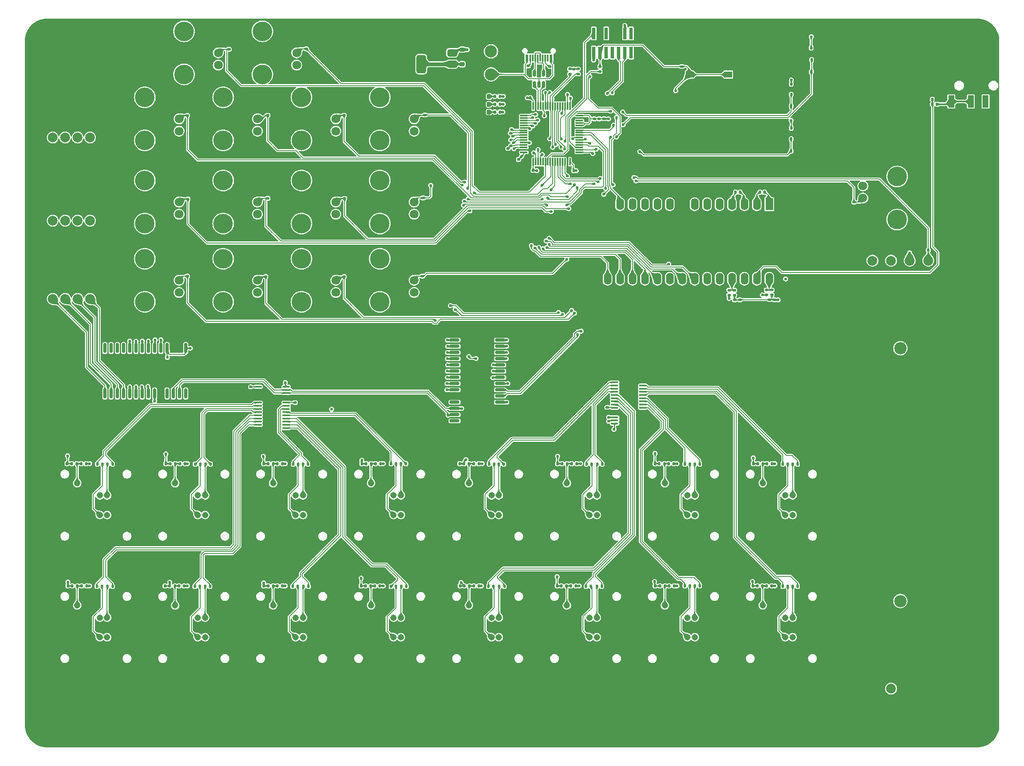
<source format=gbr>
%TF.GenerationSoftware,KiCad,Pcbnew,8.0.1-8.0.1-1~ubuntu22.04.1*%
%TF.CreationDate,2024-04-05T09:56:01+02:00*%
%TF.ProjectId,Sequencer,53657175-656e-4636-9572-2e6b69636164,rev?*%
%TF.SameCoordinates,Original*%
%TF.FileFunction,Copper,L1,Top*%
%TF.FilePolarity,Positive*%
%FSLAX46Y46*%
G04 Gerber Fmt 4.6, Leading zero omitted, Abs format (unit mm)*
G04 Created by KiCad (PCBNEW 8.0.1-8.0.1-1~ubuntu22.04.1) date 2024-04-05 09:56:01*
%MOMM*%
%LPD*%
G01*
G04 APERTURE LIST*
G04 Aperture macros list*
%AMRoundRect*
0 Rectangle with rounded corners*
0 $1 Rounding radius*
0 $2 $3 $4 $5 $6 $7 $8 $9 X,Y pos of 4 corners*
0 Add a 4 corners polygon primitive as box body*
4,1,4,$2,$3,$4,$5,$6,$7,$8,$9,$2,$3,0*
0 Add four circle primitives for the rounded corners*
1,1,$1+$1,$2,$3*
1,1,$1+$1,$4,$5*
1,1,$1+$1,$6,$7*
1,1,$1+$1,$8,$9*
0 Add four rect primitives between the rounded corners*
20,1,$1+$1,$2,$3,$4,$5,0*
20,1,$1+$1,$4,$5,$6,$7,0*
20,1,$1+$1,$6,$7,$8,$9,0*
20,1,$1+$1,$8,$9,$2,$3,0*%
G04 Aperture macros list end*
%TA.AperFunction,SMDPad,CuDef*%
%ADD10R,0.740000X2.400000*%
%TD*%
%TA.AperFunction,SMDPad,CuDef*%
%ADD11RoundRect,0.140000X-0.170000X0.140000X-0.170000X-0.140000X0.170000X-0.140000X0.170000X0.140000X0*%
%TD*%
%TA.AperFunction,SMDPad,CuDef*%
%ADD12RoundRect,0.135000X0.185000X-0.135000X0.185000X0.135000X-0.185000X0.135000X-0.185000X-0.135000X0*%
%TD*%
%TA.AperFunction,WasherPad*%
%ADD13C,4.000000*%
%TD*%
%TA.AperFunction,ComponentPad*%
%ADD14C,1.800000*%
%TD*%
%TA.AperFunction,SMDPad,CuDef*%
%ADD15RoundRect,0.150000X-0.875000X-0.150000X0.875000X-0.150000X0.875000X0.150000X-0.875000X0.150000X0*%
%TD*%
%TA.AperFunction,SMDPad,CuDef*%
%ADD16RoundRect,0.135000X0.135000X0.185000X-0.135000X0.185000X-0.135000X-0.185000X0.135000X-0.185000X0*%
%TD*%
%TA.AperFunction,SMDPad,CuDef*%
%ADD17RoundRect,0.100000X-0.900000X-0.800000X0.900000X-0.800000X0.900000X0.800000X-0.900000X0.800000X0*%
%TD*%
%TA.AperFunction,SMDPad,CuDef*%
%ADD18RoundRect,0.140000X0.140000X0.170000X-0.140000X0.170000X-0.140000X-0.170000X0.140000X-0.170000X0*%
%TD*%
%TA.AperFunction,ComponentPad*%
%ADD19C,1.308000*%
%TD*%
%TA.AperFunction,SMDPad,CuDef*%
%ADD20RoundRect,0.225000X-0.250000X0.225000X-0.250000X-0.225000X0.250000X-0.225000X0.250000X0.225000X0*%
%TD*%
%TA.AperFunction,ComponentPad*%
%ADD21C,0.800000*%
%TD*%
%TA.AperFunction,ComponentPad*%
%ADD22C,6.400000*%
%TD*%
%TA.AperFunction,SMDPad,CuDef*%
%ADD23RoundRect,0.135000X-0.135000X-0.185000X0.135000X-0.185000X0.135000X0.185000X-0.135000X0.185000X0*%
%TD*%
%TA.AperFunction,SMDPad,CuDef*%
%ADD24RoundRect,0.140000X0.170000X-0.140000X0.170000X0.140000X-0.170000X0.140000X-0.170000X-0.140000X0*%
%TD*%
%TA.AperFunction,ComponentPad*%
%ADD25C,2.006600*%
%TD*%
%TA.AperFunction,ComponentPad*%
%ADD26C,2.514600*%
%TD*%
%TA.AperFunction,SMDPad,CuDef*%
%ADD27RoundRect,0.075000X0.075000X-0.700000X0.075000X0.700000X-0.075000X0.700000X-0.075000X-0.700000X0*%
%TD*%
%TA.AperFunction,SMDPad,CuDef*%
%ADD28RoundRect,0.075000X0.700000X-0.075000X0.700000X0.075000X-0.700000X0.075000X-0.700000X-0.075000X0*%
%TD*%
%TA.AperFunction,SMDPad,CuDef*%
%ADD29RoundRect,0.135000X-0.185000X0.135000X-0.185000X-0.135000X0.185000X-0.135000X0.185000X0.135000X0*%
%TD*%
%TA.AperFunction,SMDPad,CuDef*%
%ADD30RoundRect,0.100000X-0.637500X-0.100000X0.637500X-0.100000X0.637500X0.100000X-0.637500X0.100000X0*%
%TD*%
%TA.AperFunction,SMDPad,CuDef*%
%ADD31R,1.550000X1.300000*%
%TD*%
%TA.AperFunction,ComponentPad*%
%ADD32C,2.000000*%
%TD*%
%TA.AperFunction,SMDPad,CuDef*%
%ADD33RoundRect,0.218750X-0.218750X-0.256250X0.218750X-0.256250X0.218750X0.256250X-0.218750X0.256250X0*%
%TD*%
%TA.AperFunction,SMDPad,CuDef*%
%ADD34RoundRect,0.140000X-0.140000X-0.170000X0.140000X-0.170000X0.140000X0.170000X-0.140000X0.170000X0*%
%TD*%
%TA.AperFunction,SMDPad,CuDef*%
%ADD35RoundRect,0.100000X0.637500X0.100000X-0.637500X0.100000X-0.637500X-0.100000X0.637500X-0.100000X0*%
%TD*%
%TA.AperFunction,ComponentPad*%
%ADD36C,2.500000*%
%TD*%
%TA.AperFunction,SMDPad,CuDef*%
%ADD37RoundRect,0.150000X-0.150000X0.512500X-0.150000X-0.512500X0.150000X-0.512500X0.150000X0.512500X0*%
%TD*%
%TA.AperFunction,SMDPad,CuDef*%
%ADD38R,0.600000X1.450000*%
%TD*%
%TA.AperFunction,SMDPad,CuDef*%
%ADD39R,0.300000X1.450000*%
%TD*%
%TA.AperFunction,ComponentPad*%
%ADD40O,1.000000X2.100000*%
%TD*%
%TA.AperFunction,ComponentPad*%
%ADD41O,1.000000X1.600000*%
%TD*%
%TA.AperFunction,SMDPad,CuDef*%
%ADD42RoundRect,0.150000X0.150000X-0.875000X0.150000X0.875000X-0.150000X0.875000X-0.150000X-0.875000X0*%
%TD*%
%TA.AperFunction,ComponentPad*%
%ADD43R,1.600000X2.400000*%
%TD*%
%TA.AperFunction,ComponentPad*%
%ADD44O,1.600000X2.400000*%
%TD*%
%TA.AperFunction,SMDPad,CuDef*%
%ADD45RoundRect,0.375000X0.625000X0.375000X-0.625000X0.375000X-0.625000X-0.375000X0.625000X-0.375000X0*%
%TD*%
%TA.AperFunction,SMDPad,CuDef*%
%ADD46RoundRect,0.500000X0.500000X1.400000X-0.500000X1.400000X-0.500000X-1.400000X0.500000X-1.400000X0*%
%TD*%
%TA.AperFunction,SMDPad,CuDef*%
%ADD47R,1.200000X2.500000*%
%TD*%
%TA.AperFunction,ViaPad*%
%ADD48C,0.600000*%
%TD*%
%TA.AperFunction,Conductor*%
%ADD49C,0.200000*%
%TD*%
%TA.AperFunction,Conductor*%
%ADD50C,0.500000*%
%TD*%
%TA.AperFunction,Conductor*%
%ADD51C,0.800000*%
%TD*%
%TA.AperFunction,Conductor*%
%ADD52C,0.300000*%
%TD*%
G04 APERTURE END LIST*
D10*
%TO.P,J301,1,NC*%
%TO.N,unconnected-(J301-NC-Pad1)*%
X224310000Y-53550000D03*
%TO.P,J301,2,NC*%
%TO.N,unconnected-(J301-NC-Pad2)*%
X224310000Y-57450000D03*
%TO.P,J301,3,VCC*%
%TO.N,+3.3V*%
X223040000Y-53550000D03*
%TO.P,J301,4,JTMS/SWDIO*%
%TO.N,/STM32-G474RE/SWDIO*%
X223040000Y-57450000D03*
%TO.P,J301,5,GND*%
%TO.N,GND*%
X221770000Y-53550000D03*
%TO.P,J301,6,JCLK/SWCLK*%
%TO.N,/STM32-G474RE/SWCLK*%
X221770000Y-57450000D03*
%TO.P,J301,7,GND*%
%TO.N,GND*%
X220500000Y-53550000D03*
%TO.P,J301,8,JTDO/SWO*%
%TO.N,unconnected-(J301-JTDO{slash}SWO-Pad8)*%
X220500000Y-57450000D03*
%TO.P,J301,9,JRCLK/NC*%
%TO.N,unconnected-(J301-JRCLK{slash}NC-Pad9)*%
X219230000Y-53550000D03*
%TO.P,J301,10,JTDI/NC*%
%TO.N,unconnected-(J301-JTDI{slash}NC-Pad10)*%
X219230000Y-57450000D03*
%TO.P,J301,11,GNDDetect*%
%TO.N,GND*%
X217960000Y-53550000D03*
%TO.P,J301,12,~{RST}*%
%TO.N,/STM32-G474RE/NRST*%
X217960000Y-57450000D03*
%TO.P,J301,13,VCP_RX*%
%TO.N,/STM32-G474RE/VCP_RX*%
X216690000Y-53550000D03*
%TO.P,J301,14,VCP_TX*%
%TO.N,/STM32-G474RE/VCP_TX*%
X216690000Y-57450000D03*
%TD*%
D11*
%TO.P,C201,1*%
%TO.N,+5V*%
X252600000Y-107970000D03*
%TO.P,C201,2*%
%TO.N,GND*%
X252600000Y-108930000D03*
%TD*%
%TO.P,C202,1*%
%TO.N,+5V*%
X253580000Y-107990000D03*
%TO.P,C202,2*%
%TO.N,GND*%
X253580000Y-108950000D03*
%TD*%
D12*
%TO.P,R3,1*%
%TO.N,+5V*%
X253050000Y-107010000D03*
%TO.P,R3,2*%
%TO.N,Net-(U201-VDD)*%
X253050000Y-105990000D03*
%TD*%
%TO.P,R4,1*%
%TO.N,+3.3V*%
X251950000Y-107010000D03*
%TO.P,R4,2*%
%TO.N,Net-(U201-VDD)*%
X251950000Y-105990000D03*
%TD*%
D13*
%TO.P,RV516,*%
%TO.N,*%
X278650000Y-82800000D03*
X278650000Y-91600000D03*
D14*
%TO.P,RV516,1,1*%
%TO.N,+3.3V*%
X271650000Y-84700000D03*
%TO.P,RV516,2,2*%
%TO.N,/Potar/Pitch_octave_pot*%
X271650000Y-87200000D03*
%TO.P,RV516,3,3*%
%TO.N,GND*%
X271650000Y-89700000D03*
%TD*%
D15*
%TO.P,U401,1,GPB0*%
%TO.N,/GPIO_Expandeur/B0*%
X188250000Y-116245000D03*
%TO.P,U401,2,GPB1*%
%TO.N,/GPIO_Expandeur/B1*%
X188250000Y-117515000D03*
%TO.P,U401,3,GPB2*%
%TO.N,/GPIO_Expandeur/B2*%
X188250000Y-118785000D03*
%TO.P,U401,4,GPB3*%
%TO.N,/GPIO_Expandeur/B8*%
X188250000Y-120055000D03*
%TO.P,U401,5,GPB4*%
%TO.N,/GPIO_Expandeur/B9*%
X188250000Y-121325000D03*
%TO.P,U401,6,GPB5*%
%TO.N,/GPIO_Expandeur/B10*%
X188250000Y-122595000D03*
%TO.P,U401,7,GPB6*%
%TO.N,/GPIO_Expandeur/B3*%
X188250000Y-123865000D03*
%TO.P,U401,8,GPB7*%
%TO.N,/GPIO_Expandeur/B11*%
X188250000Y-125135000D03*
%TO.P,U401,9,VDD*%
%TO.N,+3.3V*%
X188250000Y-126405000D03*
%TO.P,U401,10,VSS*%
%TO.N,GND*%
X188250000Y-127675000D03*
%TO.P,U401,11,NC*%
%TO.N,unconnected-(U401-NC-Pad11)*%
X188250000Y-128945000D03*
%TO.P,U401,12,SCK*%
%TO.N,/GPIO_Expandeur/I2C_SCL*%
X188250000Y-130215000D03*
%TO.P,U401,13,SDA*%
%TO.N,/GPIO_Expandeur/I2C_SDA*%
X188250000Y-131485000D03*
%TO.P,U401,14,NC*%
%TO.N,unconnected-(U401-NC-Pad14)*%
X188250000Y-132755000D03*
%TO.P,U401,15,A0*%
%TO.N,GND*%
X197550000Y-132755000D03*
%TO.P,U401,16,A1*%
X197550000Y-131485000D03*
%TO.P,U401,17,A2*%
X197550000Y-130215000D03*
%TO.P,U401,18,~{RESET}*%
%TO.N,+3.3V*%
X197550000Y-128945000D03*
%TO.P,U401,19,INTB*%
%TO.N,/GPIO_Expandeur/INTB_2*%
X197550000Y-127675000D03*
%TO.P,U401,20,INTA*%
%TO.N,/GPIO_Expandeur/INTA_2*%
X197550000Y-126405000D03*
%TO.P,U401,21,GPA0*%
%TO.N,/GPIO_Expandeur/B5*%
X197550000Y-125135000D03*
%TO.P,U401,22,GPA1*%
%TO.N,/GPIO_Expandeur/B4*%
X197550000Y-123865000D03*
%TO.P,U401,23,GPA2*%
%TO.N,/GPIO_Expandeur/B12*%
X197550000Y-122595000D03*
%TO.P,U401,24,GPA3*%
%TO.N,/GPIO_Expandeur/B13*%
X197550000Y-121325000D03*
%TO.P,U401,25,GPA4*%
%TO.N,/GPIO_Expandeur/B14*%
X197550000Y-120055000D03*
%TO.P,U401,26,GPA5*%
%TO.N,/GPIO_Expandeur/B6*%
X197550000Y-118785000D03*
%TO.P,U401,27,GPA6*%
%TO.N,/GPIO_Expandeur/B15*%
X197550000Y-117515000D03*
%TO.P,U401,28,GPA7*%
%TO.N,/GPIO_Expandeur/B7*%
X197550000Y-116245000D03*
%TD*%
D13*
%TO.P,RV511,*%
%TO.N,*%
X133000000Y-61900000D03*
X133000000Y-53100000D03*
D14*
%TO.P,RV511,1,1*%
%TO.N,+3.3V*%
X140000000Y-60000000D03*
%TO.P,RV511,2,2*%
%TO.N,/Potar/Filter_Res_pot*%
X140000000Y-57500000D03*
%TO.P,RV511,3,3*%
%TO.N,GND*%
X140000000Y-55000000D03*
%TD*%
D16*
%TO.P,R450,1*%
%TO.N,/GPIO_Expandeur/B11_B*%
X178410000Y-166600000D03*
%TO.P,R450,2*%
%TO.N,Net-(R450-Pad2)*%
X177390000Y-166600000D03*
%TD*%
D17*
%TO.P,SW101,1,1*%
%TO.N,GND*%
X264300000Y-56500000D03*
X278300000Y-56500000D03*
%TO.P,SW101,2,2*%
X264300000Y-61500000D03*
X278300000Y-61500000D03*
%TD*%
D18*
%TO.P,C406,1*%
%TO.N,/GPIO_Expandeur/B5*%
X209280000Y-141500000D03*
%TO.P,C406,2*%
%TO.N,GND*%
X208320000Y-141500000D03*
%TD*%
D19*
%TO.P,S408,1*%
%TO.N,Net-(R422-Pad2)*%
X251190000Y-145500000D03*
%TO.P,S408,2*%
%TO.N,GND*%
X258810000Y-145500000D03*
%TO.P,S408,L1*%
%TO.N,Net-(R433-Pad2)*%
X255800000Y-152000000D03*
%TO.P,S408,L2*%
%TO.N,unconnected-(S408-PadL2)*%
X257300000Y-152000000D03*
%TO.P,S408,L3*%
%TO.N,Net-(R434-Pad2)*%
X257300000Y-148000000D03*
%TO.P,S408,LC*%
%TO.N,+3.3V*%
X255800000Y-148000000D03*
%TD*%
D20*
%TO.P,C602,1*%
%TO.N,+3.3V*%
X189800000Y-59825000D03*
%TO.P,C602,2*%
%TO.N,GND*%
X189800000Y-61375000D03*
%TD*%
D18*
%TO.P,C204,1*%
%TO.N,Net-(U201-CAP_2A)*%
X246580000Y-86000000D03*
%TO.P,C204,2*%
%TO.N,Net-(U201-CAP_2B)*%
X245620000Y-86000000D03*
%TD*%
D21*
%TO.P,H102,1,1*%
%TO.N,GND*%
X165933333Y-55000000D03*
X166636277Y-53302944D03*
X166636277Y-56697056D03*
X168333333Y-52600000D03*
D22*
X168333333Y-55000000D03*
D21*
X168333333Y-57400000D03*
X170030389Y-53302944D03*
X170030389Y-56697056D03*
X170733333Y-55000000D03*
%TD*%
%TO.P,H104,1,1*%
%TO.N,GND*%
X292600000Y-55000000D03*
X293302944Y-53302944D03*
X293302944Y-56697056D03*
X295000000Y-52600000D03*
D22*
X295000000Y-55000000D03*
D21*
X295000000Y-57400000D03*
X296697056Y-53302944D03*
X296697056Y-56697056D03*
X297400000Y-55000000D03*
%TD*%
D16*
%TO.P,R458,1*%
%TO.N,+3.3V*%
X253010000Y-166500000D03*
%TO.P,R458,2*%
%TO.N,Net-(R454-Pad2)*%
X251990000Y-166500000D03*
%TD*%
D18*
%TO.P,C307,1*%
%TO.N,+3.3V*%
X212580000Y-81600000D03*
%TO.P,C307,2*%
%TO.N,GND*%
X211620000Y-81600000D03*
%TD*%
D11*
%TO.P,C306,1*%
%TO.N,+3.3V*%
X204300000Y-81540000D03*
%TO.P,C306,2*%
%TO.N,GND*%
X204300000Y-82500000D03*
%TD*%
D23*
%TO.P,R411,1*%
%TO.N,/GPIO_Expandeur/B0_R*%
X115290000Y-141600000D03*
%TO.P,R411,2*%
%TO.N,Net-(R411-Pad2)*%
X116310000Y-141600000D03*
%TD*%
%TO.P,R102,1*%
%TO.N,+3.3V*%
X261090000Y-56500000D03*
%TO.P,R102,2*%
%TO.N,GND*%
X262110000Y-56500000D03*
%TD*%
%TO.P,R413,1*%
%TO.N,/GPIO_Expandeur/B1_R*%
X135290000Y-141600000D03*
%TO.P,R413,2*%
%TO.N,Net-(R413-Pad2)*%
X136310000Y-141600000D03*
%TD*%
%TO.P,R421,1*%
%TO.N,/GPIO_Expandeur/B6*%
X230080000Y-141500000D03*
%TO.P,R421,2*%
%TO.N,Net-(R421-Pad2)*%
X231100000Y-141500000D03*
%TD*%
D24*
%TO.P,C503,1*%
%TO.N,/Potar/Voice1_Decay_pot*%
X165700000Y-70260000D03*
%TO.P,C503,2*%
%TO.N,GND*%
X165700000Y-69300000D03*
%TD*%
D16*
%TO.P,R460,1*%
%TO.N,/GPIO_Expandeur/B12_B*%
X198420000Y-166600000D03*
%TO.P,R460,2*%
%TO.N,Net-(R460-Pad2)*%
X197400000Y-166600000D03*
%TD*%
D25*
%TO.P,RV514,1,1*%
%TO.N,+3.3V*%
X281200000Y-100000000D03*
%TO.P,RV514,2,2*%
%TO.N,/Potar/Pitch_Main_pot*%
X285000000Y-100000000D03*
%TO.P,RV514,3,3*%
%TO.N,GND*%
X281200000Y-187500004D03*
%TO.P,RV514,4*%
%TO.N,N/C*%
X277400000Y-100000000D03*
%TO.P,RV514,5*%
X273600000Y-100000000D03*
%TO.P,RV514,6*%
X277400000Y-187500004D03*
D26*
%TO.P,RV514,7*%
X279299999Y-117900003D03*
%TO.P,RV514,8*%
X279299999Y-169600002D03*
%TD*%
D27*
%TO.P,U301,1,VBAT*%
%TO.N,+3.3V*%
X204300000Y-79750000D03*
%TO.P,U301,2,PC13*%
%TO.N,/STM32-G474RE/LED1*%
X204800000Y-79750000D03*
%TO.P,U301,3,PC14*%
%TO.N,/STM32-G474RE/LED2*%
X205300000Y-79750000D03*
%TO.P,U301,4,PC15*%
%TO.N,/STM32-G474RE/LED3*%
X205800000Y-79750000D03*
%TO.P,U301,5,PF0*%
%TO.N,unconnected-(U301-PF0-Pad5)*%
X206300000Y-79750000D03*
%TO.P,U301,6,PF1*%
%TO.N,/Potar/Filter_Freq_pot*%
X206800000Y-79750000D03*
%TO.P,U301,7,PG10*%
%TO.N,Net-(U301-PG10)*%
X207300000Y-79750000D03*
%TO.P,U301,8,PC0*%
%TO.N,/Potar/Voice1_Release_pot*%
X207800000Y-79750000D03*
%TO.P,U301,9,PC1*%
%TO.N,/Potar/Voice2_PW_pot*%
X208300000Y-79750000D03*
%TO.P,U301,10,PC2*%
%TO.N,/Potar/Voice2_Attack_pot*%
X208800000Y-79750000D03*
%TO.P,U301,11,PC3*%
%TO.N,/Potar/Voice2_Decay_pot*%
X209300000Y-79750000D03*
%TO.P,U301,12,PA0*%
%TO.N,/Potar/Pitch_octave_pot*%
X209800000Y-79750000D03*
%TO.P,U301,13,PA1*%
%TO.N,/Potar/Pitch_Main_pot*%
X210300000Y-79750000D03*
%TO.P,U301,14,PA2*%
%TO.N,/Potar/Voice1_PW_pot*%
X210800000Y-79750000D03*
%TO.P,U301,15,VSS*%
%TO.N,GND*%
X211300000Y-79750000D03*
%TO.P,U301,16,VDD*%
%TO.N,+3.3V*%
X211800000Y-79750000D03*
D28*
%TO.P,U301,17,PA3*%
%TO.N,/Potar/Voice1_Attack_pot*%
X213725000Y-77825000D03*
%TO.P,U301,18,PA4*%
%TO.N,/STM32-G474RE/BTN_1*%
X213725000Y-77325000D03*
%TO.P,U301,19,PA5*%
%TO.N,/STM32-G474RE/BTN_2*%
X213725000Y-76825000D03*
%TO.P,U301,20,PA6*%
%TO.N,/Potar/Voice3_Release_pot*%
X213725000Y-76325000D03*
%TO.P,U301,21,PA7*%
%TO.N,/Potar/Filter_Res_pot*%
X213725000Y-75825000D03*
%TO.P,U301,22,PC4*%
%TO.N,/STM32-G474RE/VCP_TX*%
X213725000Y-75325000D03*
%TO.P,U301,23,PC5*%
%TO.N,/STM32-G474RE/VCP_RX*%
X213725000Y-74825000D03*
%TO.P,U301,24,PB0*%
%TO.N,/Potar/Voice3_Decay_pot*%
X213725000Y-74325000D03*
%TO.P,U301,25,PB1*%
%TO.N,/Potar/Voice3_PW_pot*%
X213725000Y-73825000D03*
%TO.P,U301,26,PB2*%
%TO.N,/STM32-G474RE/Tap_Tempo*%
X213725000Y-73325000D03*
%TO.P,U301,27,VSSA*%
%TO.N,GND*%
X213725000Y-72825000D03*
%TO.P,U301,28,VREF+*%
%TO.N,+3.3V*%
X213725000Y-72325000D03*
%TO.P,U301,29,VDDA*%
X213725000Y-71825000D03*
%TO.P,U301,30,PB10*%
%TO.N,unconnected-(U301-PB10-Pad30)*%
X213725000Y-71325000D03*
%TO.P,U301,31,VSS*%
%TO.N,GND*%
X213725000Y-70825000D03*
%TO.P,U301,32,VDD*%
%TO.N,+3.3V*%
X213725000Y-70325000D03*
D27*
%TO.P,U301,33,PB11*%
%TO.N,/Potar/Voice3_Attack_pot*%
X211800000Y-68400000D03*
%TO.P,U301,34,PB12*%
%TO.N,/Potar/Voice2_Release_pot*%
X211300000Y-68400000D03*
%TO.P,U301,35,PB13*%
%TO.N,/GPIO_Expandeur/INTA_2*%
X210800000Y-68400000D03*
%TO.P,U301,36,PB14*%
%TO.N,/Potar/Voice1_Decay_pot*%
X210300000Y-68400000D03*
%TO.P,U301,37,PB15*%
%TO.N,/GPIO_Expandeur/INTB_2*%
X209800000Y-68400000D03*
%TO.P,U301,38,PC6*%
%TO.N,/GPIO_Expandeur/INTB_1*%
X209300000Y-68400000D03*
%TO.P,U301,39,PC7*%
%TO.N,/GPIO_Expandeur/INTA_1*%
X208800000Y-68400000D03*
%TO.P,U301,40,PC8*%
%TO.N,/GPIO_Expandeur/I2C_SCL*%
X208300000Y-68400000D03*
%TO.P,U301,41,PC9*%
%TO.N,/GPIO_Expandeur/I2C_SDA*%
X207800000Y-68400000D03*
%TO.P,U301,42,PA8*%
%TO.N,/MOS6581/MOS6581_Read{slash}Write*%
X207300000Y-68400000D03*
%TO.P,U301,43,PA9*%
%TO.N,/MOS6581/{slash}Reset*%
X206800000Y-68400000D03*
%TO.P,U301,44,PA10*%
%TO.N,/MOS6581/A0*%
X206300000Y-68400000D03*
%TO.P,U301,45,PA11*%
%TO.N,/PSU/USB_DM*%
X205800000Y-68400000D03*
%TO.P,U301,46,PA12*%
%TO.N,/PSU/USB_DP*%
X205300000Y-68400000D03*
%TO.P,U301,47,VSS*%
%TO.N,GND*%
X204800000Y-68400000D03*
%TO.P,U301,48,VDD*%
%TO.N,+3.3V*%
X204300000Y-68400000D03*
D28*
%TO.P,U301,49,PA13*%
%TO.N,/STM32-G474RE/SWDIO*%
X202375000Y-70325000D03*
%TO.P,U301,50,PA14*%
%TO.N,/STM32-G474RE/SWCLK*%
X202375000Y-70825000D03*
%TO.P,U301,51,PA15*%
%TO.N,/MOS6581/A1*%
X202375000Y-71325000D03*
%TO.P,U301,52,PC10*%
%TO.N,/MOS6581/A2*%
X202375000Y-71825000D03*
%TO.P,U301,53,PC11*%
%TO.N,/MOS6581/A3*%
X202375000Y-72325000D03*
%TO.P,U301,54,PC12*%
%TO.N,/MOS6581/A4*%
X202375000Y-72825000D03*
%TO.P,U301,55,PD2*%
%TO.N,/MOS6581/D0*%
X202375000Y-73325000D03*
%TO.P,U301,56,PB3*%
%TO.N,/MOS6581/D1*%
X202375000Y-73825000D03*
%TO.P,U301,57,PB4*%
%TO.N,/MOS6581/D2*%
X202375000Y-74325000D03*
%TO.P,U301,58,PB5*%
%TO.N,/MOS6581/D3*%
X202375000Y-74825000D03*
%TO.P,U301,59,PB6*%
%TO.N,/MOS6581/D4*%
X202375000Y-75325000D03*
%TO.P,U301,60,PB7*%
%TO.N,/MOS6581/D5*%
X202375000Y-75825000D03*
%TO.P,U301,61,PB8*%
%TO.N,/MOS6581/D6*%
X202375000Y-76325000D03*
%TO.P,U301,62,PB9*%
%TO.N,/MOS6581/D7*%
X202375000Y-76825000D03*
%TO.P,U301,63,VSS*%
%TO.N,GND*%
X202375000Y-77325000D03*
%TO.P,U301,64,VDD*%
%TO.N,+3.3V*%
X202375000Y-77825000D03*
%TD*%
D21*
%TO.P,H107,1,1*%
%TO.N,GND*%
X229266667Y-195000000D03*
X229969611Y-193302944D03*
X229969611Y-196697056D03*
X231666667Y-192600000D03*
D22*
X231666667Y-195000000D03*
D21*
X231666667Y-197400000D03*
X233363723Y-193302944D03*
X233363723Y-196697056D03*
X234066667Y-195000000D03*
%TD*%
D29*
%TO.P,R303,2*%
%TO.N,Net-(U301-PG10)*%
X217960000Y-61330000D03*
%TO.P,R303,1*%
%TO.N,/STM32-G474RE/NRST*%
X217960000Y-60310000D03*
%TD*%
D13*
%TO.P,RV505,*%
%TO.N,*%
X125000000Y-92400000D03*
X125000000Y-83600000D03*
D14*
%TO.P,RV505,1,1*%
%TO.N,+3.3V*%
X132000000Y-90500000D03*
%TO.P,RV505,2,2*%
%TO.N,/Potar/Voice2_PW_pot*%
X132000000Y-88000000D03*
%TO.P,RV505,3,3*%
%TO.N,GND*%
X132000000Y-85500000D03*
%TD*%
D23*
%TO.P,R101,1*%
%TO.N,/STM32-G474RE/Tap_Tempo*%
X261190000Y-58900000D03*
%TO.P,R101,2*%
%TO.N,GND*%
X262210000Y-58900000D03*
%TD*%
D18*
%TO.P,C407,1*%
%TO.N,/GPIO_Expandeur/B6*%
X229180000Y-141500000D03*
%TO.P,C407,2*%
%TO.N,GND*%
X228220000Y-141500000D03*
%TD*%
D16*
%TO.P,R308,1*%
%TO.N,/STM32-G474RE/LED2*%
X197497500Y-68000000D03*
%TO.P,R308,2*%
%TO.N,Net-(D302-A)*%
X196477500Y-68000000D03*
%TD*%
D24*
%TO.P,C507,1*%
%TO.N,/Potar/Voice2_Decay_pot*%
X165800000Y-87280000D03*
%TO.P,C507,2*%
%TO.N,GND*%
X165800000Y-86320000D03*
%TD*%
D30*
%TO.P,U404,1,A0*%
%TO.N,+3.3V*%
X148137500Y-125775000D03*
%TO.P,U404,2,A1*%
%TO.N,GND*%
X148137500Y-126425000D03*
%TO.P,U404,3,A2*%
X148137500Y-127075000D03*
%TO.P,U404,4,A3*%
X148137500Y-127725000D03*
%TO.P,U404,5,A4*%
X148137500Y-128375000D03*
%TO.P,U404,6,LED0*%
%TO.N,/GPIO_Expandeur/B0_R*%
X148137500Y-129025000D03*
%TO.P,U404,7,LED1*%
%TO.N,/GPIO_Expandeur/B0_B*%
X148137500Y-129675000D03*
%TO.P,U404,8,LED2*%
%TO.N,/GPIO_Expandeur/B1_R*%
X148137500Y-130325000D03*
%TO.P,U404,9,LED3*%
%TO.N,/GPIO_Expandeur/B1_B*%
X148137500Y-130975000D03*
%TO.P,U404,10,LED4*%
%TO.N,/GPIO_Expandeur/B8_R*%
X148137500Y-131625000D03*
%TO.P,U404,11,LED5*%
%TO.N,/GPIO_Expandeur/B8_B*%
X148137500Y-132275000D03*
%TO.P,U404,12,LED6*%
%TO.N,/GPIO_Expandeur/B9_R*%
X148137500Y-132925000D03*
%TO.P,U404,13,LED7*%
%TO.N,/GPIO_Expandeur/B9_B*%
X148137500Y-133575000D03*
%TO.P,U404,14,VSS*%
%TO.N,GND*%
X148137500Y-134225000D03*
%TO.P,U404,15,LED8*%
%TO.N,/GPIO_Expandeur/B10_R*%
X153862500Y-134225000D03*
%TO.P,U404,16,LED9*%
%TO.N,/GPIO_Expandeur/B10_B*%
X153862500Y-133575000D03*
%TO.P,U404,17,LED10*%
%TO.N,/GPIO_Expandeur/B11_R*%
X153862500Y-132925000D03*
%TO.P,U404,18,LED11*%
%TO.N,/GPIO_Expandeur/B11_B*%
X153862500Y-132275000D03*
%TO.P,U404,19,LED12*%
%TO.N,/GPIO_Expandeur/B3_R*%
X153862500Y-131625000D03*
%TO.P,U404,20,LED13*%
%TO.N,/GPIO_Expandeur/B3_B*%
X153862500Y-130975000D03*
%TO.P,U404,21,LED14*%
%TO.N,/GPIO_Expandeur/B2_B*%
X153862500Y-130325000D03*
%TO.P,U404,22,LED15*%
%TO.N,/GPIO_Expandeur/B2_R*%
X153862500Y-129675000D03*
%TO.P,U404,23,~{OE}*%
%TO.N,Net-(U404-~{OE})*%
X153862500Y-129025000D03*
%TO.P,U404,24,A5*%
%TO.N,GND*%
X153862500Y-128375000D03*
%TO.P,U404,25,A6*%
X153862500Y-127725000D03*
%TO.P,U404,26,SCL*%
%TO.N,/GPIO_Expandeur/I2C_SDA*%
X153862500Y-127075000D03*
%TO.P,U404,27,SDA*%
%TO.N,/GPIO_Expandeur/I2C_SCL*%
X153862500Y-126425000D03*
%TO.P,U404,28,VDD*%
%TO.N,+3.3V*%
X153862500Y-125775000D03*
%TD*%
D16*
%TO.P,R414,1*%
%TO.N,/GPIO_Expandeur/B1_B*%
X138400000Y-141600000D03*
%TO.P,R414,2*%
%TO.N,Net-(R414-Pad2)*%
X137380000Y-141600000D03*
%TD*%
D29*
%TO.P,R402,1*%
%TO.N,GND*%
X155700000Y-127980000D03*
%TO.P,R402,2*%
%TO.N,Net-(U404-~{OE})*%
X155700000Y-129000000D03*
%TD*%
D24*
%TO.P,C515,1*%
%TO.N,/Potar/Voice3_Release_pot*%
X181700000Y-103160000D03*
%TO.P,C515,2*%
%TO.N,GND*%
X181700000Y-102200000D03*
%TD*%
D19*
%TO.P,S416,1*%
%TO.N,Net-(R454-Pad2)*%
X251190000Y-170500000D03*
%TO.P,S416,2*%
%TO.N,GND*%
X258810000Y-170500000D03*
%TO.P,S416,L1*%
%TO.N,Net-(R465-Pad2)*%
X255800000Y-177000000D03*
%TO.P,S416,L2*%
%TO.N,unconnected-(S416-PadL2)*%
X257300000Y-177000000D03*
%TO.P,S416,L3*%
%TO.N,Net-(R466-Pad2)*%
X257300000Y-173000000D03*
%TO.P,S416,LC*%
%TO.N,+3.3V*%
X255800000Y-173000000D03*
%TD*%
D11*
%TO.P,C301,1*%
%TO.N,+3.3V*%
X218800000Y-70980000D03*
%TO.P,C301,2*%
%TO.N,GND*%
X218800000Y-71940000D03*
%TD*%
D19*
%TO.P,S409,1*%
%TO.N,Net-(R435-Pad2)*%
X111190000Y-170500000D03*
%TO.P,S409,2*%
%TO.N,GND*%
X118810000Y-170500000D03*
%TO.P,S409,L1*%
%TO.N,Net-(R443-Pad2)*%
X115800000Y-177000000D03*
%TO.P,S409,L2*%
%TO.N,unconnected-(S409-PadL2)*%
X117300000Y-177000000D03*
%TO.P,S409,L3*%
%TO.N,Net-(R444-Pad2)*%
X117300000Y-173000000D03*
%TO.P,S409,LC*%
%TO.N,+3.3V*%
X115800000Y-173000000D03*
%TD*%
D24*
%TO.P,C502,1*%
%TO.N,/Potar/Voice1_Attack_pot*%
X150100000Y-70260000D03*
%TO.P,C502,2*%
%TO.N,GND*%
X150100000Y-69300000D03*
%TD*%
D16*
%TO.P,R457,1*%
%TO.N,+3.3V*%
X233120000Y-166500000D03*
%TO.P,R457,2*%
%TO.N,Net-(R453-Pad2)*%
X232100000Y-166500000D03*
%TD*%
D13*
%TO.P,RV507,*%
%TO.N,*%
X157000000Y-92400000D03*
X157000000Y-83600000D03*
D14*
%TO.P,RV507,1,1*%
%TO.N,+3.3V*%
X164000000Y-90500000D03*
%TO.P,RV507,2,2*%
%TO.N,/Potar/Voice2_Decay_pot*%
X164000000Y-88000000D03*
%TO.P,RV507,3,3*%
%TO.N,GND*%
X164000000Y-85500000D03*
%TD*%
D24*
%TO.P,C512,1*%
%TO.N,/Potar/Voice3_Attack_pot*%
X149700000Y-103260000D03*
%TO.P,C512,2*%
%TO.N,GND*%
X149700000Y-102300000D03*
%TD*%
D16*
%TO.P,R456,1*%
%TO.N,+3.3V*%
X213020000Y-166500000D03*
%TO.P,R456,2*%
%TO.N,Net-(R452-Pad2)*%
X212000000Y-166500000D03*
%TD*%
D24*
%TO.P,C505,1*%
%TO.N,/Potar/Voice2_PW_pot*%
X133800000Y-87380000D03*
%TO.P,C505,2*%
%TO.N,GND*%
X133800000Y-86420000D03*
%TD*%
D18*
%TO.P,C411,1*%
%TO.N,/GPIO_Expandeur/B10*%
X149280000Y-166500000D03*
%TO.P,C411,2*%
%TO.N,GND*%
X148320000Y-166500000D03*
%TD*%
D23*
%TO.P,R417,1*%
%TO.N,/GPIO_Expandeur/B3_R*%
X175290000Y-141500000D03*
%TO.P,R417,2*%
%TO.N,Net-(R417-Pad2)*%
X176310000Y-141500000D03*
%TD*%
D16*
%TO.P,R426,1*%
%TO.N,+3.3V*%
X253100000Y-141500000D03*
%TO.P,R426,2*%
%TO.N,Net-(R422-Pad2)*%
X252080000Y-141500000D03*
%TD*%
D23*
%TO.P,R445,1*%
%TO.N,/GPIO_Expandeur/B9_R*%
X135190000Y-166600000D03*
%TO.P,R445,2*%
%TO.N,Net-(R445-Pad2)*%
X136210000Y-166600000D03*
%TD*%
D16*
%TO.P,R408,1*%
%TO.N,+3.3V*%
X133220000Y-141500000D03*
%TO.P,R408,2*%
%TO.N,Net-(R404-Pad2)*%
X132200000Y-141500000D03*
%TD*%
D13*
%TO.P,RV512,*%
%TO.N,*%
X141000000Y-108400000D03*
X141000000Y-99600000D03*
D14*
%TO.P,RV512,1,1*%
%TO.N,+3.3V*%
X148000000Y-106500000D03*
%TO.P,RV512,2,2*%
%TO.N,/Potar/Voice3_Attack_pot*%
X148000000Y-104000000D03*
%TO.P,RV512,3,3*%
%TO.N,GND*%
X148000000Y-101500000D03*
%TD*%
D18*
%TO.P,C416,1*%
%TO.N,/GPIO_Expandeur/B15*%
X249160000Y-166500000D03*
%TO.P,C416,2*%
%TO.N,GND*%
X248200000Y-166500000D03*
%TD*%
D16*
%TO.P,R462,1*%
%TO.N,/GPIO_Expandeur/B13_B*%
X218320000Y-166600000D03*
%TO.P,R462,2*%
%TO.N,Net-(R462-Pad2)*%
X217300000Y-166600000D03*
%TD*%
%TO.P,R309,1*%
%TO.N,/STM32-G474RE/LED3*%
X197497500Y-66400000D03*
%TO.P,R309,2*%
%TO.N,Net-(D303-A)*%
X196477500Y-66400000D03*
%TD*%
D24*
%TO.P,C513,1*%
%TO.N,/Potar/Voice3_Decay_pot*%
X165700000Y-103260000D03*
%TO.P,C513,2*%
%TO.N,GND*%
X165700000Y-102300000D03*
%TD*%
%TO.P,C508,1*%
%TO.N,/Potar/Voice2_Release_pot*%
X181800000Y-87160000D03*
%TO.P,C508,2*%
%TO.N,GND*%
X181800000Y-86200000D03*
%TD*%
D16*
%TO.P,R425,1*%
%TO.N,+3.3V*%
X233020000Y-141500000D03*
%TO.P,R425,2*%
%TO.N,Net-(R421-Pad2)*%
X232000000Y-141500000D03*
%TD*%
D23*
%TO.P,R459,1*%
%TO.N,/GPIO_Expandeur/B12_R*%
X195190000Y-166600000D03*
%TO.P,R459,2*%
%TO.N,Net-(R459-Pad2)*%
X196210000Y-166600000D03*
%TD*%
%TO.P,R453,1*%
%TO.N,/GPIO_Expandeur/B14*%
X230180000Y-166500000D03*
%TO.P,R453,2*%
%TO.N,Net-(R453-Pad2)*%
X231200000Y-166500000D03*
%TD*%
D19*
%TO.P,S415,1*%
%TO.N,Net-(R453-Pad2)*%
X231190000Y-170500000D03*
%TO.P,S415,2*%
%TO.N,GND*%
X238810000Y-170500000D03*
%TO.P,S415,L1*%
%TO.N,Net-(R463-Pad2)*%
X235800000Y-177000000D03*
%TO.P,S415,L2*%
%TO.N,unconnected-(S415-PadL2)*%
X237300000Y-177000000D03*
%TO.P,S415,L3*%
%TO.N,Net-(R464-Pad2)*%
X237300000Y-173000000D03*
%TO.P,S415,LC*%
%TO.N,+3.3V*%
X235800000Y-173000000D03*
%TD*%
D31*
%TO.P,SW303,1,1*%
%TO.N,GND*%
X236225000Y-57450000D03*
X244175000Y-57450000D03*
%TO.P,SW303,2,2*%
%TO.N,/STM32-G474RE/NRST*%
X236225000Y-61950000D03*
X244175000Y-61950000D03*
%TD*%
D18*
%TO.P,C402,1*%
%TO.N,/GPIO_Expandeur/B1*%
X129280000Y-141500000D03*
%TO.P,C402,2*%
%TO.N,GND*%
X128320000Y-141500000D03*
%TD*%
D29*
%TO.P,R304,1*%
%TO.N,/MOS6581/D6*%
X199175000Y-77050000D03*
%TO.P,R304,2*%
%TO.N,GND*%
X199175000Y-78070000D03*
%TD*%
D16*
%TO.P,R442,1*%
%TO.N,+3.3V*%
X173010000Y-166500000D03*
%TO.P,R442,2*%
%TO.N,Net-(R438-Pad2)*%
X171990000Y-166500000D03*
%TD*%
D18*
%TO.P,C410,1*%
%TO.N,/GPIO_Expandeur/B9*%
X129100000Y-166500000D03*
%TO.P,C410,2*%
%TO.N,GND*%
X128140000Y-166500000D03*
%TD*%
D32*
%TO.P,SW401,1,1*%
%TO.N,Net-(U403-GPB7)*%
X113810000Y-91810000D03*
%TO.P,SW401,2,2*%
%TO.N,Net-(U403-GPB6)*%
X111270000Y-91810000D03*
%TO.P,SW401,3,3*%
%TO.N,Net-(U403-GPB5)*%
X108730000Y-91810000D03*
%TO.P,SW401,4,4*%
%TO.N,Net-(U403-GPB4)*%
X106190000Y-91810000D03*
%TO.P,SW401,C,Common*%
%TO.N,GND*%
X111270000Y-84190000D03*
%TD*%
D12*
%TO.P,R401,2*%
%TO.N,Net-(U402-~{OE})*%
X219400000Y-129990000D03*
%TO.P,R401,1*%
%TO.N,GND*%
X219400000Y-131010000D03*
%TD*%
D16*
%TO.P,R407,1*%
%TO.N,+3.3V*%
X113010000Y-141500000D03*
%TO.P,R407,2*%
%TO.N,Net-(R403-Pad2)*%
X111990000Y-141500000D03*
%TD*%
D33*
%TO.P,D301,1,K*%
%TO.N,GND*%
X193700000Y-69600000D03*
%TO.P,D301,2,A*%
%TO.N,Net-(D301-A)*%
X195275000Y-69600000D03*
%TD*%
D16*
%TO.P,R310,1*%
%TO.N,/STM32-G474RE/BTN_2*%
X257010000Y-66000000D03*
%TO.P,R310,2*%
%TO.N,GND*%
X255990000Y-66000000D03*
%TD*%
D24*
%TO.P,C310,1*%
%TO.N,/STM32-G474RE/NRST*%
X234660000Y-60290000D03*
%TO.P,C310,2*%
%TO.N,GND*%
X234660000Y-59330000D03*
%TD*%
D23*
%TO.P,R429,1*%
%TO.N,/GPIO_Expandeur/B5_R*%
X215190000Y-141600000D03*
%TO.P,R429,2*%
%TO.N,Net-(R429-Pad2)*%
X216210000Y-141600000D03*
%TD*%
%TO.P,R463,1*%
%TO.N,/GPIO_Expandeur/B14_R*%
X235290000Y-166500000D03*
%TO.P,R463,2*%
%TO.N,Net-(R463-Pad2)*%
X236310000Y-166500000D03*
%TD*%
D16*
%TO.P,R410,1*%
%TO.N,+3.3V*%
X173110000Y-141500000D03*
%TO.P,R410,2*%
%TO.N,Net-(R406-Pad2)*%
X172090000Y-141500000D03*
%TD*%
D18*
%TO.P,C308,1*%
%TO.N,/STM32-G474RE/BTN_2*%
X256980000Y-68400000D03*
%TO.P,C308,2*%
%TO.N,GND*%
X256020000Y-68400000D03*
%TD*%
D24*
%TO.P,C501,1*%
%TO.N,/Potar/Voice1_PW_pot*%
X133700000Y-70280000D03*
%TO.P,C501,2*%
%TO.N,GND*%
X133700000Y-69320000D03*
%TD*%
D19*
%TO.P,S401,1*%
%TO.N,Net-(R403-Pad2)*%
X111190000Y-145500000D03*
%TO.P,S401,2*%
%TO.N,GND*%
X118810000Y-145500000D03*
%TO.P,S401,L1*%
%TO.N,Net-(R411-Pad2)*%
X115800000Y-152000000D03*
%TO.P,S401,L2*%
%TO.N,unconnected-(S401-PadL2)*%
X117300000Y-152000000D03*
%TO.P,S401,L3*%
%TO.N,Net-(R412-Pad2)*%
X117300000Y-148000000D03*
%TO.P,S401,LC*%
%TO.N,+3.3V*%
X115800000Y-148000000D03*
%TD*%
D16*
%TO.P,R455,1*%
%TO.N,+3.3V*%
X193220000Y-166500000D03*
%TO.P,R455,2*%
%TO.N,Net-(R451-Pad2)*%
X192200000Y-166500000D03*
%TD*%
D32*
%TO.P,SW402,1,1*%
%TO.N,Net-(U403-GPA3)*%
X113810000Y-74810000D03*
%TO.P,SW402,2,2*%
%TO.N,Net-(U403-GPA2)*%
X111270000Y-74810000D03*
%TO.P,SW402,3,3*%
%TO.N,Net-(U403-GPA1)*%
X108730000Y-74810000D03*
%TO.P,SW402,4,4*%
%TO.N,Net-(U403-GPA0)*%
X106190000Y-74810000D03*
%TO.P,SW402,C,Common*%
%TO.N,GND*%
X111270000Y-67190000D03*
%TD*%
D11*
%TO.P,C205,1*%
%TO.N,+5V*%
X245420000Y-107990000D03*
%TO.P,C205,2*%
%TO.N,GND*%
X245420000Y-108950000D03*
%TD*%
D16*
%TO.P,R412,1*%
%TO.N,/GPIO_Expandeur/B0_B*%
X118410000Y-141600000D03*
%TO.P,R412,2*%
%TO.N,Net-(R412-Pad2)*%
X117390000Y-141600000D03*
%TD*%
D18*
%TO.P,C401,1*%
%TO.N,/GPIO_Expandeur/B0*%
X109080000Y-141500000D03*
%TO.P,C401,2*%
%TO.N,GND*%
X108120000Y-141500000D03*
%TD*%
D16*
%TO.P,R428,1*%
%TO.N,/GPIO_Expandeur/B4_B*%
X198310000Y-141600000D03*
%TO.P,R428,2*%
%TO.N,Net-(R428-Pad2)*%
X197290000Y-141600000D03*
%TD*%
D19*
%TO.P,S412,1*%
%TO.N,Net-(R438-Pad2)*%
X171190000Y-170500000D03*
%TO.P,S412,2*%
%TO.N,GND*%
X178810000Y-170500000D03*
%TO.P,S412,L1*%
%TO.N,Net-(R449-Pad2)*%
X175800000Y-177000000D03*
%TO.P,S412,L2*%
%TO.N,unconnected-(S412-PadL2)*%
X177300000Y-177000000D03*
%TO.P,S412,L3*%
%TO.N,Net-(R450-Pad2)*%
X177300000Y-173000000D03*
%TO.P,S412,LC*%
%TO.N,+3.3V*%
X175800000Y-173000000D03*
%TD*%
D16*
%TO.P,R430,1*%
%TO.N,/GPIO_Expandeur/B5_B*%
X218410000Y-141600000D03*
%TO.P,R430,2*%
%TO.N,Net-(R430-Pad2)*%
X217390000Y-141600000D03*
%TD*%
%TO.P,R418,1*%
%TO.N,/GPIO_Expandeur/B3_B*%
X178310000Y-141500000D03*
%TO.P,R418,2*%
%TO.N,Net-(R418-Pad2)*%
X177290000Y-141500000D03*
%TD*%
D23*
%TO.P,R454,1*%
%TO.N,/GPIO_Expandeur/B15*%
X250090000Y-166500000D03*
%TO.P,R454,2*%
%TO.N,Net-(R454-Pad2)*%
X251110000Y-166500000D03*
%TD*%
%TO.P,R465,1*%
%TO.N,/GPIO_Expandeur/B15_R*%
X255290000Y-166600000D03*
%TO.P,R465,2*%
%TO.N,Net-(R465-Pad2)*%
X256310000Y-166600000D03*
%TD*%
%TO.P,R451,1*%
%TO.N,/GPIO_Expandeur/B12*%
X190280000Y-166500000D03*
%TO.P,R451,2*%
%TO.N,Net-(R451-Pad2)*%
X191300000Y-166500000D03*
%TD*%
D24*
%TO.P,C509,1*%
%TO.N,/Potar/Filter_Freq_pot*%
X158000000Y-56680000D03*
%TO.P,C509,2*%
%TO.N,GND*%
X158000000Y-55720000D03*
%TD*%
D16*
%TO.P,R448,1*%
%TO.N,/GPIO_Expandeur/B10_B*%
X158410000Y-166600000D03*
%TO.P,R448,2*%
%TO.N,Net-(R448-Pad2)*%
X157390000Y-166600000D03*
%TD*%
%TO.P,R311,1*%
%TO.N,+3.3V*%
X257010000Y-63900000D03*
%TO.P,R311,2*%
%TO.N,GND*%
X255990000Y-63900000D03*
%TD*%
D23*
%TO.P,R415,1*%
%TO.N,/GPIO_Expandeur/B2_R*%
X155290000Y-141600000D03*
%TO.P,R415,2*%
%TO.N,Net-(R415-Pad2)*%
X156310000Y-141600000D03*
%TD*%
D18*
%TO.P,C413,1*%
%TO.N,/GPIO_Expandeur/B12*%
X189380000Y-166480000D03*
%TO.P,C413,2*%
%TO.N,GND*%
X188420000Y-166480000D03*
%TD*%
D11*
%TO.P,C309,1*%
%TO.N,+3.3V*%
X201300000Y-79320000D03*
%TO.P,C309,2*%
%TO.N,GND*%
X201300000Y-80280000D03*
%TD*%
D16*
%TO.P,R446,1*%
%TO.N,/GPIO_Expandeur/B9_B*%
X138310000Y-166600000D03*
%TO.P,R446,2*%
%TO.N,Net-(R446-Pad2)*%
X137290000Y-166600000D03*
%TD*%
D29*
%TO.P,R301,1*%
%TO.N,+3.3V*%
X213500000Y-60790000D03*
%TO.P,R301,2*%
%TO.N,/GPIO_Expandeur/I2C_SCL*%
X213500000Y-61810000D03*
%TD*%
D13*
%TO.P,RV510,*%
%TO.N,*%
X125000000Y-108400000D03*
X125000000Y-99600000D03*
D14*
%TO.P,RV510,1,1*%
%TO.N,+3.3V*%
X132000000Y-106500000D03*
%TO.P,RV510,2,2*%
%TO.N,/Potar/Voice3_PW_pot*%
X132000000Y-104000000D03*
%TO.P,RV510,3,3*%
%TO.N,GND*%
X132000000Y-101500000D03*
%TD*%
D16*
%TO.P,R439,1*%
%TO.N,+3.3V*%
X113110000Y-166500000D03*
%TO.P,R439,2*%
%TO.N,Net-(R435-Pad2)*%
X112090000Y-166500000D03*
%TD*%
D23*
%TO.P,R433,1*%
%TO.N,/GPIO_Expandeur/B7_R*%
X255290000Y-141600000D03*
%TO.P,R433,2*%
%TO.N,Net-(R433-Pad2)*%
X256310000Y-141600000D03*
%TD*%
D19*
%TO.P,S405,1*%
%TO.N,Net-(R419-Pad2)*%
X191190000Y-145500000D03*
%TO.P,S405,2*%
%TO.N,GND*%
X198810000Y-145500000D03*
%TO.P,S405,L1*%
%TO.N,Net-(R427-Pad2)*%
X195800000Y-152000000D03*
%TO.P,S405,L2*%
%TO.N,unconnected-(S405-PadL2)*%
X197300000Y-152000000D03*
%TO.P,S405,L3*%
%TO.N,Net-(R428-Pad2)*%
X197300000Y-148000000D03*
%TO.P,S405,LC*%
%TO.N,+3.3V*%
X195800000Y-148000000D03*
%TD*%
D18*
%TO.P,C414,1*%
%TO.N,/GPIO_Expandeur/B13*%
X209200000Y-166500000D03*
%TO.P,C414,2*%
%TO.N,GND*%
X208240000Y-166500000D03*
%TD*%
D16*
%TO.P,R464,1*%
%TO.N,/GPIO_Expandeur/B14_B*%
X238310000Y-166500000D03*
%TO.P,R464,2*%
%TO.N,Net-(R464-Pad2)*%
X237290000Y-166500000D03*
%TD*%
D19*
%TO.P,S407,1*%
%TO.N,Net-(R421-Pad2)*%
X231190000Y-145500000D03*
%TO.P,S407,2*%
%TO.N,GND*%
X238810000Y-145500000D03*
%TO.P,S407,L1*%
%TO.N,Net-(R431-Pad2)*%
X235800000Y-152000000D03*
%TO.P,S407,L2*%
%TO.N,unconnected-(S407-PadL2)*%
X237300000Y-152000000D03*
%TO.P,S407,L3*%
%TO.N,Net-(R432-Pad2)*%
X237300000Y-148000000D03*
%TO.P,S407,LC*%
%TO.N,+3.3V*%
X235800000Y-148000000D03*
%TD*%
D31*
%TO.P,SW302,1,1*%
%TO.N,GND*%
X246525000Y-63850000D03*
X254475000Y-63850000D03*
%TO.P,SW302,2,2*%
X246525000Y-68350000D03*
X254475000Y-68350000D03*
%TD*%
D19*
%TO.P,S414,1*%
%TO.N,Net-(R452-Pad2)*%
X211190000Y-170500000D03*
%TO.P,S414,2*%
%TO.N,GND*%
X218810000Y-170500000D03*
%TO.P,S414,L1*%
%TO.N,Net-(R461-Pad2)*%
X215800000Y-177000000D03*
%TO.P,S414,L2*%
%TO.N,unconnected-(S414-PadL2)*%
X217300000Y-177000000D03*
%TO.P,S414,L3*%
%TO.N,Net-(R462-Pad2)*%
X217300000Y-173000000D03*
%TO.P,S414,LC*%
%TO.N,+3.3V*%
X215800000Y-173000000D03*
%TD*%
D21*
%TO.P,H101,1,1*%
%TO.N,GND*%
X102600000Y-55000000D03*
X103302944Y-53302944D03*
X103302944Y-56697056D03*
X105000000Y-52600000D03*
D22*
X105000000Y-55000000D03*
D21*
X105000000Y-57400000D03*
X106697056Y-53302944D03*
X106697056Y-56697056D03*
X107400000Y-55000000D03*
%TD*%
D13*
%TO.P,RV501,*%
%TO.N,*%
X125000000Y-75400000D03*
X125000000Y-66600000D03*
D14*
%TO.P,RV501,1,1*%
%TO.N,+3.3V*%
X132000000Y-73500000D03*
%TO.P,RV501,2,2*%
%TO.N,/Potar/Voice1_PW_pot*%
X132000000Y-71000000D03*
%TO.P,RV501,3,3*%
%TO.N,GND*%
X132000000Y-68500000D03*
%TD*%
D13*
%TO.P,RV506,*%
%TO.N,*%
X141000000Y-92400000D03*
X141000000Y-83600000D03*
D14*
%TO.P,RV506,1,1*%
%TO.N,+3.3V*%
X148000000Y-90500000D03*
%TO.P,RV506,2,2*%
%TO.N,/Potar/Voice2_Attack_pot*%
X148000000Y-88000000D03*
%TO.P,RV506,3,3*%
%TO.N,GND*%
X148000000Y-85500000D03*
%TD*%
D16*
%TO.P,R306,1*%
%TO.N,/STM32-G474RE/LED1*%
X197497500Y-69600000D03*
%TO.P,R306,2*%
%TO.N,Net-(D301-A)*%
X196477500Y-69600000D03*
%TD*%
D23*
%TO.P,R449,1*%
%TO.N,/GPIO_Expandeur/B11_R*%
X175290000Y-166600000D03*
%TO.P,R449,2*%
%TO.N,Net-(R449-Pad2)*%
X176310000Y-166600000D03*
%TD*%
D18*
%TO.P,C412,1*%
%TO.N,/GPIO_Expandeur/B11*%
X169160000Y-166500000D03*
%TO.P,C412,2*%
%TO.N,GND*%
X168200000Y-166500000D03*
%TD*%
D29*
%TO.P,R302,1*%
%TO.N,+3.3V*%
X211800000Y-60790000D03*
%TO.P,R302,2*%
%TO.N,/GPIO_Expandeur/I2C_SDA*%
X211800000Y-61810000D03*
%TD*%
D24*
%TO.P,C511,1*%
%TO.N,/Potar/Filter_Res_pot*%
X142200000Y-56760000D03*
%TO.P,C511,2*%
%TO.N,GND*%
X142200000Y-55800000D03*
%TD*%
D19*
%TO.P,S403,1*%
%TO.N,Net-(R405-Pad2)*%
X151190000Y-145500000D03*
%TO.P,S403,2*%
%TO.N,GND*%
X158810000Y-145500000D03*
%TO.P,S403,L1*%
%TO.N,Net-(R415-Pad2)*%
X155800000Y-152000000D03*
%TO.P,S403,L2*%
%TO.N,unconnected-(S403-PadL2)*%
X157300000Y-152000000D03*
%TO.P,S403,L3*%
%TO.N,Net-(R416-Pad2)*%
X157300000Y-148000000D03*
%TO.P,S403,LC*%
%TO.N,+3.3V*%
X155800000Y-148000000D03*
%TD*%
D23*
%TO.P,R435,1*%
%TO.N,/GPIO_Expandeur/B8*%
X110190000Y-166500000D03*
%TO.P,R435,2*%
%TO.N,Net-(R435-Pad2)*%
X111210000Y-166500000D03*
%TD*%
D24*
%TO.P,C504,1*%
%TO.N,/Potar/Voice1_Release_pot*%
X182200000Y-70200000D03*
%TO.P,C504,2*%
%TO.N,GND*%
X182200000Y-69240000D03*
%TD*%
D23*
%TO.P,R419,1*%
%TO.N,/GPIO_Expandeur/B4*%
X190190000Y-141500000D03*
%TO.P,R419,2*%
%TO.N,Net-(R419-Pad2)*%
X191210000Y-141500000D03*
%TD*%
D12*
%TO.P,R1,1*%
%TO.N,+5V*%
X245410000Y-107040000D03*
%TO.P,R1,2*%
%TO.N,Net-(U201-VCC)*%
X245410000Y-106020000D03*
%TD*%
D21*
%TO.P,H106,1,1*%
%TO.N,GND*%
X165933333Y-195000000D03*
X166636277Y-193302944D03*
X166636277Y-196697056D03*
X168333333Y-192600000D03*
D22*
X168333333Y-195000000D03*
D21*
X168333333Y-197400000D03*
X170030389Y-193302944D03*
X170030389Y-196697056D03*
X170733333Y-195000000D03*
%TD*%
D23*
%TO.P,R406,1*%
%TO.N,/GPIO_Expandeur/B3*%
X170190000Y-141500000D03*
%TO.P,R406,2*%
%TO.N,Net-(R406-Pad2)*%
X171210000Y-141500000D03*
%TD*%
D13*
%TO.P,RV502,*%
%TO.N,*%
X141000000Y-75400000D03*
X141000000Y-66600000D03*
D14*
%TO.P,RV502,1,1*%
%TO.N,+3.3V*%
X148000000Y-73500000D03*
%TO.P,RV502,2,2*%
%TO.N,/Potar/Voice1_Attack_pot*%
X148000000Y-71000000D03*
%TO.P,RV502,3,3*%
%TO.N,GND*%
X148000000Y-68500000D03*
%TD*%
D33*
%TO.P,D302,1,K*%
%TO.N,GND*%
X193700000Y-68000000D03*
%TO.P,D302,2,A*%
%TO.N,Net-(D302-A)*%
X195275000Y-68000000D03*
%TD*%
D18*
%TO.P,C408,1*%
%TO.N,/GPIO_Expandeur/B7*%
X249270000Y-141500000D03*
%TO.P,C408,2*%
%TO.N,GND*%
X248310000Y-141500000D03*
%TD*%
D16*
%TO.P,R441,1*%
%TO.N,+3.3V*%
X153110000Y-166500000D03*
%TO.P,R441,2*%
%TO.N,Net-(R437-Pad2)*%
X152090000Y-166500000D03*
%TD*%
D34*
%TO.P,C302,1*%
%TO.N,+3.3V*%
X203720000Y-66700000D03*
%TO.P,C302,2*%
%TO.N,GND*%
X204680000Y-66700000D03*
%TD*%
D23*
%TO.P,R447,1*%
%TO.N,/GPIO_Expandeur/B10_R*%
X155190000Y-166600000D03*
%TO.P,R447,2*%
%TO.N,Net-(R447-Pad2)*%
X156210000Y-166600000D03*
%TD*%
%TO.P,R431,1*%
%TO.N,/GPIO_Expandeur/B6_R*%
X235290000Y-141600000D03*
%TO.P,R431,2*%
%TO.N,Net-(R431-Pad2)*%
X236310000Y-141600000D03*
%TD*%
D18*
%TO.P,C303,1*%
%TO.N,/STM32-G474RE/BTN_1*%
X256980000Y-77600000D03*
%TO.P,C303,2*%
%TO.N,GND*%
X256020000Y-77600000D03*
%TD*%
D35*
%TO.P,U402,1,A0*%
%TO.N,GND*%
X226662500Y-133325000D03*
%TO.P,U402,2,A1*%
X226662500Y-132675000D03*
%TO.P,U402,3,A2*%
X226662500Y-132025000D03*
%TO.P,U402,4,A3*%
X226662500Y-131375000D03*
%TO.P,U402,5,A4*%
X226662500Y-130725000D03*
%TO.P,U402,6,LED0*%
%TO.N,/GPIO_Expandeur/B14_R*%
X226662500Y-130075000D03*
%TO.P,U402,7,LED1*%
%TO.N,/GPIO_Expandeur/B14_B*%
X226662500Y-129425000D03*
%TO.P,U402,8,LED2*%
%TO.N,/GPIO_Expandeur/B6_R*%
X226662500Y-128775000D03*
%TO.P,U402,9,LED3*%
%TO.N,/GPIO_Expandeur/B6_B*%
X226662500Y-128125000D03*
%TO.P,U402,10,LED4*%
%TO.N,/GPIO_Expandeur/B15_R*%
X226662500Y-127475000D03*
%TO.P,U402,11,LED5*%
%TO.N,/GPIO_Expandeur/B15_B*%
X226662500Y-126825000D03*
%TO.P,U402,12,LED6*%
%TO.N,/GPIO_Expandeur/B7_R*%
X226662500Y-126175000D03*
%TO.P,U402,13,LED7*%
%TO.N,/GPIO_Expandeur/B7_B*%
X226662500Y-125525000D03*
%TO.P,U402,14,VSS*%
%TO.N,GND*%
X226662500Y-124875000D03*
%TO.P,U402,15,LED8*%
%TO.N,/GPIO_Expandeur/B4_R*%
X220937500Y-124875000D03*
%TO.P,U402,16,LED9*%
%TO.N,/GPIO_Expandeur/B4_B*%
X220937500Y-125525000D03*
%TO.P,U402,17,LED10*%
%TO.N,/GPIO_Expandeur/B5_R*%
X220937500Y-126175000D03*
%TO.P,U402,18,LED11*%
%TO.N,/GPIO_Expandeur/B5_B*%
X220937500Y-126825000D03*
%TO.P,U402,19,LED12*%
%TO.N,/GPIO_Expandeur/B13_B*%
X220937500Y-127475000D03*
%TO.P,U402,20,LED13*%
%TO.N,/GPIO_Expandeur/B13_R*%
X220937500Y-128125000D03*
%TO.P,U402,21,LED14*%
%TO.N,/GPIO_Expandeur/B12_B*%
X220937500Y-128775000D03*
%TO.P,U402,22,LED15*%
%TO.N,/GPIO_Expandeur/B12_R*%
X220937500Y-129425000D03*
%TO.P,U402,23,~{OE}*%
%TO.N,Net-(U402-~{OE})*%
X220937500Y-130075000D03*
%TO.P,U402,24,A5*%
%TO.N,GND*%
X220937500Y-130725000D03*
%TO.P,U402,25,A6*%
X220937500Y-131375000D03*
%TO.P,U402,26,SCL*%
%TO.N,/GPIO_Expandeur/I2C_SDA*%
X220937500Y-132025000D03*
%TO.P,U402,27,SDA*%
%TO.N,/GPIO_Expandeur/I2C_SCL*%
X220937500Y-132675000D03*
%TO.P,U402,28,VDD*%
%TO.N,+3.3V*%
X220937500Y-133325000D03*
%TD*%
D21*
%TO.P,H105,1,1*%
%TO.N,GND*%
X102600000Y-195000000D03*
X103302944Y-193302944D03*
X103302944Y-196697056D03*
X105000000Y-192600000D03*
D22*
X105000000Y-195000000D03*
D21*
X105000000Y-197400000D03*
X106697056Y-193302944D03*
X106697056Y-196697056D03*
X107400000Y-195000000D03*
%TD*%
D29*
%TO.P,R601,1*%
%TO.N,Net-(J601-CC1)*%
X207700000Y-60290000D03*
%TO.P,R601,2*%
%TO.N,GND*%
X207700000Y-61310000D03*
%TD*%
D11*
%TO.P,C305,1*%
%TO.N,+3.3V*%
X216800000Y-71000000D03*
%TO.P,C305,2*%
%TO.N,GND*%
X216800000Y-71960000D03*
%TD*%
D16*
%TO.P,R424,1*%
%TO.N,+3.3V*%
X213220000Y-141500000D03*
%TO.P,R424,2*%
%TO.N,Net-(R420-Pad2)*%
X212200000Y-141500000D03*
%TD*%
D33*
%TO.P,D303,1,K*%
%TO.N,GND*%
X193700000Y-66400000D03*
%TO.P,D303,2,A*%
%TO.N,Net-(D303-A)*%
X195275000Y-66400000D03*
%TD*%
D24*
%TO.P,C510,1*%
%TO.N,/Potar/Voice3_PW_pot*%
X133700000Y-103160000D03*
%TO.P,C510,2*%
%TO.N,GND*%
X133700000Y-102200000D03*
%TD*%
D16*
%TO.P,R434,1*%
%TO.N,/GPIO_Expandeur/B7_B*%
X258310000Y-141600000D03*
%TO.P,R434,2*%
%TO.N,Net-(R434-Pad2)*%
X257290000Y-141600000D03*
%TD*%
D23*
%TO.P,R438,1*%
%TO.N,/GPIO_Expandeur/B11*%
X170080000Y-166500000D03*
%TO.P,R438,2*%
%TO.N,Net-(R438-Pad2)*%
X171100000Y-166500000D03*
%TD*%
%TO.P,R404,1*%
%TO.N,/GPIO_Expandeur/B1*%
X130180000Y-141500000D03*
%TO.P,R404,2*%
%TO.N,Net-(R404-Pad2)*%
X131200000Y-141500000D03*
%TD*%
D19*
%TO.P,S404,1*%
%TO.N,Net-(R406-Pad2)*%
X171190000Y-145500000D03*
%TO.P,S404,2*%
%TO.N,GND*%
X178810000Y-145500000D03*
%TO.P,S404,L1*%
%TO.N,Net-(R417-Pad2)*%
X175800000Y-152000000D03*
%TO.P,S404,L2*%
%TO.N,unconnected-(S404-PadL2)*%
X177300000Y-152000000D03*
%TO.P,S404,L3*%
%TO.N,Net-(R418-Pad2)*%
X177300000Y-148000000D03*
%TO.P,S404,LC*%
%TO.N,+3.3V*%
X175800000Y-148000000D03*
%TD*%
D11*
%TO.P,C304,1*%
%TO.N,+3.3V*%
X217800000Y-71000000D03*
%TO.P,C304,2*%
%TO.N,GND*%
X217800000Y-71960000D03*
%TD*%
D19*
%TO.P,S402,1*%
%TO.N,Net-(R404-Pad2)*%
X131190000Y-145500000D03*
%TO.P,S402,2*%
%TO.N,GND*%
X138810000Y-145500000D03*
%TO.P,S402,L1*%
%TO.N,Net-(R413-Pad2)*%
X135800000Y-152000000D03*
%TO.P,S402,L2*%
%TO.N,unconnected-(S402-PadL2)*%
X137300000Y-152000000D03*
%TO.P,S402,L3*%
%TO.N,Net-(R414-Pad2)*%
X137300000Y-148000000D03*
%TO.P,S402,LC*%
%TO.N,+3.3V*%
X135800000Y-148000000D03*
%TD*%
D23*
%TO.P,R461,1*%
%TO.N,/GPIO_Expandeur/B13_R*%
X215090000Y-166600000D03*
%TO.P,R461,2*%
%TO.N,Net-(R461-Pad2)*%
X216110000Y-166600000D03*
%TD*%
%TO.P,R405,1*%
%TO.N,/GPIO_Expandeur/B2*%
X150190000Y-141500000D03*
%TO.P,R405,2*%
%TO.N,Net-(R405-Pad2)*%
X151210000Y-141500000D03*
%TD*%
D19*
%TO.P,S411,1*%
%TO.N,Net-(R437-Pad2)*%
X151190000Y-170500000D03*
%TO.P,S411,2*%
%TO.N,GND*%
X158810000Y-170500000D03*
%TO.P,S411,L1*%
%TO.N,Net-(R447-Pad2)*%
X155800000Y-177000000D03*
%TO.P,S411,L2*%
%TO.N,unconnected-(S411-PadL2)*%
X157300000Y-177000000D03*
%TO.P,S411,L3*%
%TO.N,Net-(R448-Pad2)*%
X157300000Y-173000000D03*
%TO.P,S411,LC*%
%TO.N,+3.3V*%
X155800000Y-173000000D03*
%TD*%
%TO.P,S410,1*%
%TO.N,Net-(R436-Pad2)*%
X131190000Y-170500000D03*
%TO.P,S410,2*%
%TO.N,GND*%
X138810000Y-170500000D03*
%TO.P,S410,L1*%
%TO.N,Net-(R445-Pad2)*%
X135800000Y-177000000D03*
%TO.P,S410,L2*%
%TO.N,unconnected-(S410-PadL2)*%
X137300000Y-177000000D03*
%TO.P,S410,L3*%
%TO.N,Net-(R446-Pad2)*%
X137300000Y-173000000D03*
%TO.P,S410,LC*%
%TO.N,+3.3V*%
X135800000Y-173000000D03*
%TD*%
D12*
%TO.P,R2,1*%
%TO.N,+3.3V*%
X244310000Y-107030000D03*
%TO.P,R2,2*%
%TO.N,Net-(U201-VCC)*%
X244310000Y-106010000D03*
%TD*%
D13*
%TO.P,RV515,*%
%TO.N,*%
X173000000Y-108400000D03*
X173000000Y-99600000D03*
D14*
%TO.P,RV515,1,1*%
%TO.N,+3.3V*%
X180000000Y-106500000D03*
%TO.P,RV515,2,2*%
%TO.N,/Potar/Voice3_Release_pot*%
X180000000Y-104000000D03*
%TO.P,RV515,3,3*%
%TO.N,GND*%
X180000000Y-101500000D03*
%TD*%
D19*
%TO.P,S413,1*%
%TO.N,Net-(R451-Pad2)*%
X191190000Y-170500000D03*
%TO.P,S413,2*%
%TO.N,GND*%
X198810000Y-170500000D03*
%TO.P,S413,L1*%
%TO.N,Net-(R459-Pad2)*%
X195800000Y-177000000D03*
%TO.P,S413,L2*%
%TO.N,unconnected-(S413-PadL2)*%
X197300000Y-177000000D03*
%TO.P,S413,L3*%
%TO.N,Net-(R460-Pad2)*%
X197300000Y-173000000D03*
%TO.P,S413,LC*%
%TO.N,+3.3V*%
X195800000Y-173000000D03*
%TD*%
D23*
%TO.P,R436,1*%
%TO.N,/GPIO_Expandeur/B9*%
X130090000Y-166500000D03*
%TO.P,R436,2*%
%TO.N,Net-(R436-Pad2)*%
X131110000Y-166500000D03*
%TD*%
D20*
%TO.P,C601,1*%
%TO.N,+5V*%
X189800000Y-56825000D03*
%TO.P,C601,2*%
%TO.N,GND*%
X189800000Y-58375000D03*
%TD*%
D34*
%TO.P,C207,1*%
%TO.N,Net-(U201-AUDIO_OUT)*%
X285840000Y-68000000D03*
%TO.P,C207,2*%
%TO.N,/MOS6581/Audio_out*%
X286800000Y-68000000D03*
%TD*%
D18*
%TO.P,C415,1*%
%TO.N,/GPIO_Expandeur/B14*%
X229180000Y-166500000D03*
%TO.P,C415,2*%
%TO.N,GND*%
X228220000Y-166500000D03*
%TD*%
D12*
%TO.P,R602,1*%
%TO.N,GND*%
X203300000Y-61210000D03*
%TO.P,R602,2*%
%TO.N,Net-(J601-CC2)*%
X203300000Y-60190000D03*
%TD*%
D23*
%TO.P,R420,1*%
%TO.N,/GPIO_Expandeur/B5*%
X210190000Y-141500000D03*
%TO.P,R420,2*%
%TO.N,Net-(R420-Pad2)*%
X211210000Y-141500000D03*
%TD*%
D36*
%TO.P,SW601,1,A*%
%TO.N,VBUS*%
X195700000Y-61900000D03*
%TO.P,SW601,2,B*%
%TO.N,+5V*%
X195700000Y-57200000D03*
%TO.P,SW601,3,C*%
%TO.N,GND*%
X195700000Y-52500000D03*
%TD*%
D18*
%TO.P,C404,1*%
%TO.N,/GPIO_Expandeur/B3*%
X169300000Y-141500000D03*
%TO.P,C404,2*%
%TO.N,GND*%
X168340000Y-141500000D03*
%TD*%
D23*
%TO.P,R427,1*%
%TO.N,/GPIO_Expandeur/B4_R*%
X195290000Y-141600000D03*
%TO.P,R427,2*%
%TO.N,Net-(R427-Pad2)*%
X196310000Y-141600000D03*
%TD*%
D18*
%TO.P,C203,1*%
%TO.N,Net-(U201-CAP_1A)*%
X251560000Y-86000000D03*
%TO.P,C203,2*%
%TO.N,Net-(U201-CAP_1B)*%
X250600000Y-86000000D03*
%TD*%
D23*
%TO.P,R437,1*%
%TO.N,/GPIO_Expandeur/B10*%
X150190000Y-166500000D03*
%TO.P,R437,2*%
%TO.N,Net-(R437-Pad2)*%
X151210000Y-166500000D03*
%TD*%
D18*
%TO.P,C405,1*%
%TO.N,/GPIO_Expandeur/B4*%
X189310000Y-141500000D03*
%TO.P,C405,2*%
%TO.N,GND*%
X188350000Y-141500000D03*
%TD*%
D23*
%TO.P,R452,1*%
%TO.N,/GPIO_Expandeur/B13*%
X210090000Y-166500000D03*
%TO.P,R452,2*%
%TO.N,Net-(R452-Pad2)*%
X211110000Y-166500000D03*
%TD*%
D13*
%TO.P,RV504,*%
%TO.N,*%
X173000000Y-75400000D03*
X173000000Y-66600000D03*
D14*
%TO.P,RV504,1,1*%
%TO.N,+3.3V*%
X180000000Y-73500000D03*
%TO.P,RV504,2,2*%
%TO.N,/Potar/Voice1_Release_pot*%
X180000000Y-71000000D03*
%TO.P,RV504,3,3*%
%TO.N,GND*%
X180000000Y-68500000D03*
%TD*%
D37*
%TO.P,U602,1,I/O1*%
%TO.N,/PSU/D-*%
X206450000Y-61725000D03*
%TO.P,U602,2,GND*%
%TO.N,GND*%
X205500000Y-61725000D03*
%TO.P,U602,3,I/O2*%
%TO.N,/PSU/D+*%
X204550000Y-61725000D03*
%TO.P,U602,4,I/O2*%
%TO.N,/PSU/USB_DP*%
X204550000Y-64000000D03*
%TO.P,U602,5,VBUS*%
%TO.N,VBUS*%
X205500000Y-64000000D03*
%TO.P,U602,6,I/O1*%
%TO.N,/PSU/USB_DM*%
X206450000Y-64000000D03*
%TD*%
D31*
%TO.P,SW301,1,1*%
%TO.N,GND*%
X246525000Y-72950000D03*
X254475000Y-72950000D03*
%TO.P,SW301,2,2*%
X246525000Y-77450000D03*
X254475000Y-77450000D03*
%TD*%
D16*
%TO.P,R307,1*%
%TO.N,+3.3V*%
X257010000Y-72900000D03*
%TO.P,R307,2*%
%TO.N,GND*%
X255990000Y-72900000D03*
%TD*%
%TO.P,R440,1*%
%TO.N,+3.3V*%
X133020000Y-166500000D03*
%TO.P,R440,2*%
%TO.N,Net-(R436-Pad2)*%
X132000000Y-166500000D03*
%TD*%
D13*
%TO.P,RV509,*%
%TO.N,*%
X149000000Y-61900000D03*
X149000000Y-53100000D03*
D14*
%TO.P,RV509,1,1*%
%TO.N,+3.3V*%
X156000000Y-60000000D03*
%TO.P,RV509,2,2*%
%TO.N,/Potar/Filter_Freq_pot*%
X156000000Y-57500000D03*
%TO.P,RV509,3,3*%
%TO.N,GND*%
X156000000Y-55000000D03*
%TD*%
D34*
%TO.P,C101,1*%
%TO.N,/STM32-G474RE/Tap_Tempo*%
X261120000Y-61400000D03*
%TO.P,C101,2*%
%TO.N,GND*%
X262080000Y-61400000D03*
%TD*%
D21*
%TO.P,H103,1,1*%
%TO.N,GND*%
X229266667Y-55000000D03*
X229969611Y-53302944D03*
X229969611Y-56697056D03*
X231666667Y-52600000D03*
D22*
X231666667Y-55000000D03*
D21*
X231666667Y-57400000D03*
X233363723Y-53302944D03*
X233363723Y-56697056D03*
X234066667Y-55000000D03*
%TD*%
D38*
%TO.P,J601,A1,GND*%
%TO.N,GND*%
X208750000Y-58545000D03*
%TO.P,J601,A4,VBUS*%
%TO.N,VBUS*%
X207950000Y-58545000D03*
D39*
%TO.P,J601,A5,CC1*%
%TO.N,Net-(J601-CC1)*%
X206750000Y-58545000D03*
%TO.P,J601,A6,D+*%
%TO.N,/PSU/D+*%
X205750000Y-58545000D03*
%TO.P,J601,A7,D-*%
%TO.N,/PSU/D-*%
X205250000Y-58545000D03*
%TO.P,J601,A8,SBU1*%
%TO.N,unconnected-(J601-SBU1-PadA8)*%
X204250000Y-58545000D03*
D38*
%TO.P,J601,A9,VBUS*%
%TO.N,VBUS*%
X203050000Y-58545000D03*
%TO.P,J601,A12,GND*%
%TO.N,GND*%
X202250000Y-58545000D03*
%TO.P,J601,B1,GND*%
X202250000Y-58545000D03*
%TO.P,J601,B4,VBUS*%
%TO.N,VBUS*%
X203050000Y-58545000D03*
D39*
%TO.P,J601,B5,CC2*%
%TO.N,Net-(J601-CC2)*%
X203750000Y-58545000D03*
%TO.P,J601,B6,D+*%
%TO.N,/PSU/D+*%
X204750000Y-58545000D03*
%TO.P,J601,B7,D-*%
%TO.N,/PSU/D-*%
X206250000Y-58545000D03*
%TO.P,J601,B8,SBU2*%
%TO.N,unconnected-(J601-SBU2-PadB8)*%
X207250000Y-58545000D03*
D38*
%TO.P,J601,B9,VBUS*%
%TO.N,VBUS*%
X207950000Y-58545000D03*
%TO.P,J601,B12,GND*%
%TO.N,GND*%
X208750000Y-58545000D03*
D40*
%TO.P,J601,S1,SHIELD*%
X209820000Y-57630000D03*
D41*
X209820000Y-53450000D03*
D40*
X201180000Y-57630000D03*
D41*
X201180000Y-53450000D03*
%TD*%
D42*
%TO.P,U403,1,GPB0*%
%TO.N,Net-(U403-GPB0)*%
X116845000Y-127150000D03*
%TO.P,U403,2,GPB1*%
%TO.N,Net-(U403-GPB1)*%
X118115000Y-127150000D03*
%TO.P,U403,3,GPB2*%
%TO.N,Net-(U403-GPB2)*%
X119385000Y-127150000D03*
%TO.P,U403,4,GPB3*%
%TO.N,Net-(U403-GPB3)*%
X120655000Y-127150000D03*
%TO.P,U403,5,GPB4*%
%TO.N,Net-(U403-GPB4)*%
X121925000Y-127150000D03*
%TO.P,U403,6,GPB5*%
%TO.N,Net-(U403-GPB5)*%
X123195000Y-127150000D03*
%TO.P,U403,7,GPB6*%
%TO.N,Net-(U403-GPB6)*%
X124465000Y-127150000D03*
%TO.P,U403,8,GPB7*%
%TO.N,Net-(U403-GPB7)*%
X125735000Y-127150000D03*
%TO.P,U403,9,VDD*%
%TO.N,+3.3V*%
X127005000Y-127150000D03*
%TO.P,U403,10,VSS*%
%TO.N,GND*%
X128275000Y-127150000D03*
%TO.P,U403,11,NC*%
%TO.N,unconnected-(U403-NC-Pad11)*%
X129545000Y-127150000D03*
%TO.P,U403,12,SCK*%
%TO.N,/GPIO_Expandeur/I2C_SCL*%
X130815000Y-127150000D03*
%TO.P,U403,13,SDA*%
%TO.N,/GPIO_Expandeur/I2C_SDA*%
X132085000Y-127150000D03*
%TO.P,U403,14,NC*%
%TO.N,unconnected-(U403-NC-Pad14)*%
X133355000Y-127150000D03*
%TO.P,U403,15,A0*%
%TO.N,+3.3V*%
X133355000Y-117850000D03*
%TO.P,U403,16,A1*%
%TO.N,GND*%
X132085000Y-117850000D03*
%TO.P,U403,17,A2*%
X130815000Y-117850000D03*
%TO.P,U403,18,~{RESET}*%
%TO.N,+3.3V*%
X129545000Y-117850000D03*
%TO.P,U403,19,INTB*%
%TO.N,/GPIO_Expandeur/INTB_1*%
X128275000Y-117850000D03*
%TO.P,U403,20,INTA*%
%TO.N,/GPIO_Expandeur/INTA_1*%
X127005000Y-117850000D03*
%TO.P,U403,21,GPA0*%
%TO.N,Net-(U403-GPA0)*%
X125735000Y-117850000D03*
%TO.P,U403,22,GPA1*%
%TO.N,Net-(U403-GPA1)*%
X124465000Y-117850000D03*
%TO.P,U403,23,GPA2*%
%TO.N,Net-(U403-GPA2)*%
X123195000Y-117850000D03*
%TO.P,U403,24,GPA3*%
%TO.N,Net-(U403-GPA3)*%
X121925000Y-117850000D03*
%TO.P,U403,25,GPA4*%
%TO.N,unconnected-(U403-GPA4-Pad25)*%
X120655000Y-117850000D03*
%TO.P,U403,26,GPA5*%
%TO.N,unconnected-(U403-GPA5-Pad26)*%
X119385000Y-117850000D03*
%TO.P,U403,27,GPA6*%
%TO.N,unconnected-(U403-GPA6-Pad27)*%
X118115000Y-117850000D03*
%TO.P,U403,28,GPA7*%
%TO.N,unconnected-(U403-GPA7-Pad28)*%
X116845000Y-117850000D03*
%TD*%
D23*
%TO.P,R201,1*%
%TO.N,Net-(U201-AUDIO_OUT)*%
X285825000Y-67000000D03*
%TO.P,R201,2*%
%TO.N,GND*%
X286845000Y-67000000D03*
%TD*%
D43*
%TO.P,U201,1,CAP_1A*%
%TO.N,Net-(U201-CAP_1A)*%
X252520000Y-88460000D03*
D44*
%TO.P,U201,2,CAP_1B*%
%TO.N,Net-(U201-CAP_1B)*%
X249980000Y-88460000D03*
%TO.P,U201,3,CAP_2A*%
%TO.N,Net-(U201-CAP_2A)*%
X247440000Y-88460000D03*
%TO.P,U201,4,CAP_2B*%
%TO.N,Net-(U201-CAP_2B)*%
X244900000Y-88460000D03*
%TO.P,U201,5,/RES*%
%TO.N,/MOS6581/{slash}Reset*%
X242360000Y-88460000D03*
%TO.P,U201,6,PHI2*%
%TO.N,/STM32-G474RE/NRST*%
X239820000Y-88460000D03*
%TO.P,U201,7,R/W*%
%TO.N,/MOS6581/MOS6581_Read{slash}Write*%
X237280000Y-88460000D03*
%TO.P,U201,8,/CS*%
%TO.N,GND*%
X234740000Y-88460000D03*
%TO.P,U201,9,A0*%
%TO.N,/MOS6581/A0*%
X232200000Y-88460000D03*
%TO.P,U201,10,A1*%
%TO.N,/MOS6581/A1*%
X229660000Y-88460000D03*
%TO.P,U201,11,A2*%
%TO.N,/MOS6581/A2*%
X227120000Y-88460000D03*
%TO.P,U201,12,A3*%
%TO.N,/MOS6581/A3*%
X224580000Y-88460000D03*
%TO.P,U201,13,A4*%
%TO.N,/MOS6581/A4*%
X222040000Y-88460000D03*
%TO.P,U201,14,GND*%
%TO.N,GND*%
X219500000Y-88460000D03*
%TO.P,U201,15,D0*%
%TO.N,/MOS6581/D0*%
X219500000Y-103700000D03*
%TO.P,U201,16,D1*%
%TO.N,/MOS6581/D1*%
X222040000Y-103700000D03*
%TO.P,U201,17,D2*%
%TO.N,/MOS6581/D2*%
X224580000Y-103700000D03*
%TO.P,U201,18,D3*%
%TO.N,/MOS6581/D3*%
X227120000Y-103700000D03*
%TO.P,U201,19,D4*%
%TO.N,/MOS6581/D4*%
X229660000Y-103700000D03*
%TO.P,U201,20,D5*%
%TO.N,/MOS6581/D5*%
X232200000Y-103700000D03*
%TO.P,U201,21,D6*%
%TO.N,/MOS6581/D6*%
X234740000Y-103700000D03*
%TO.P,U201,22,D7*%
%TO.N,/MOS6581/D7*%
X237280000Y-103700000D03*
%TO.P,U201,23,POT_Y*%
%TO.N,unconnected-(U201-POT_Y-Pad23)*%
X239820000Y-103700000D03*
%TO.P,U201,24,POT_X*%
%TO.N,unconnected-(U201-POT_X-Pad24)*%
X242360000Y-103700000D03*
%TO.P,U201,25,VCC*%
%TO.N,Net-(U201-VCC)*%
X244900000Y-103700000D03*
%TO.P,U201,26,EXT_IN*%
%TO.N,unconnected-(U201-EXT_IN-Pad26)*%
X247440000Y-103700000D03*
%TO.P,U201,27,AUDIO_OUT*%
%TO.N,Net-(U201-AUDIO_OUT)*%
X249980000Y-103700000D03*
%TO.P,U201,28,VDD*%
%TO.N,Net-(U201-VDD)*%
X252520000Y-103700000D03*
%TD*%
D45*
%TO.P,U601,1,GND*%
%TO.N,GND*%
X187750000Y-62100000D03*
%TO.P,U601,2,VO*%
%TO.N,+3.3V*%
X187750000Y-59800000D03*
D46*
X181450000Y-59800000D03*
D45*
%TO.P,U601,3,VI*%
%TO.N,+5V*%
X187750000Y-57500000D03*
%TD*%
D23*
%TO.P,R422,1*%
%TO.N,/GPIO_Expandeur/B7*%
X250180000Y-141500000D03*
%TO.P,R422,2*%
%TO.N,Net-(R422-Pad2)*%
X251200000Y-141500000D03*
%TD*%
D16*
%TO.P,R466,1*%
%TO.N,/GPIO_Expandeur/B15_B*%
X258310000Y-166600000D03*
%TO.P,R466,2*%
%TO.N,Net-(R466-Pad2)*%
X257290000Y-166600000D03*
%TD*%
D13*
%TO.P,RV513,*%
%TO.N,*%
X157000000Y-108400000D03*
X157000000Y-99600000D03*
D14*
%TO.P,RV513,1,1*%
%TO.N,+3.3V*%
X164000000Y-106500000D03*
%TO.P,RV513,2,2*%
%TO.N,/Potar/Voice3_Decay_pot*%
X164000000Y-104000000D03*
%TO.P,RV513,3,3*%
%TO.N,GND*%
X164000000Y-101500000D03*
%TD*%
D16*
%TO.P,R409,1*%
%TO.N,+3.3V*%
X153110000Y-141500000D03*
%TO.P,R409,2*%
%TO.N,Net-(R405-Pad2)*%
X152090000Y-141500000D03*
%TD*%
D18*
%TO.P,C514,1*%
%TO.N,/Potar/Pitch_Main_pot*%
X285000000Y-97850000D03*
%TO.P,C514,2*%
%TO.N,GND*%
X284040000Y-97850000D03*
%TD*%
D16*
%TO.P,R444,1*%
%TO.N,/GPIO_Expandeur/B8_B*%
X118410000Y-166600000D03*
%TO.P,R444,2*%
%TO.N,Net-(R444-Pad2)*%
X117390000Y-166600000D03*
%TD*%
D23*
%TO.P,R443,1*%
%TO.N,/GPIO_Expandeur/B8_R*%
X115190000Y-166600000D03*
%TO.P,R443,2*%
%TO.N,Net-(R443-Pad2)*%
X116210000Y-166600000D03*
%TD*%
D21*
%TO.P,H108,1,1*%
%TO.N,GND*%
X292600000Y-195000000D03*
X293302944Y-193302944D03*
X293302944Y-196697056D03*
X295000000Y-192600000D03*
D22*
X295000000Y-195000000D03*
D21*
X295000000Y-197400000D03*
X296697056Y-193302944D03*
X296697056Y-196697056D03*
X297400000Y-195000000D03*
%TD*%
D18*
%TO.P,C409,1*%
%TO.N,/GPIO_Expandeur/B8*%
X109280000Y-166500000D03*
%TO.P,C409,2*%
%TO.N,GND*%
X108320000Y-166500000D03*
%TD*%
D13*
%TO.P,RV503,*%
%TO.N,*%
X157000000Y-75400000D03*
X157000000Y-66600000D03*
D14*
%TO.P,RV503,1,1*%
%TO.N,+3.3V*%
X164000000Y-73500000D03*
%TO.P,RV503,2,2*%
%TO.N,/Potar/Voice1_Decay_pot*%
X164000000Y-71000000D03*
%TO.P,RV503,3,3*%
%TO.N,GND*%
X164000000Y-68500000D03*
%TD*%
D32*
%TO.P,SW403,1,1*%
%TO.N,Net-(U403-GPB3)*%
X113810000Y-107810000D03*
%TO.P,SW403,2,2*%
%TO.N,Net-(U403-GPB2)*%
X111270000Y-107810000D03*
%TO.P,SW403,3,3*%
%TO.N,Net-(U403-GPB1)*%
X108730000Y-107810000D03*
%TO.P,SW403,4,4*%
%TO.N,Net-(U403-GPB0)*%
X106190000Y-107810000D03*
%TO.P,SW403,C,Common*%
%TO.N,GND*%
X111270000Y-100190000D03*
%TD*%
D23*
%TO.P,R403,1*%
%TO.N,/GPIO_Expandeur/B0*%
X110090000Y-141500000D03*
%TO.P,R403,2*%
%TO.N,Net-(R403-Pad2)*%
X111110000Y-141500000D03*
%TD*%
D18*
%TO.P,C403,1*%
%TO.N,/GPIO_Expandeur/B2*%
X149280000Y-141500000D03*
%TO.P,C403,2*%
%TO.N,GND*%
X148320000Y-141500000D03*
%TD*%
D16*
%TO.P,R305,1*%
%TO.N,/STM32-G474RE/BTN_1*%
X257000000Y-75100000D03*
%TO.P,R305,2*%
%TO.N,GND*%
X255980000Y-75100000D03*
%TD*%
%TO.P,R432,1*%
%TO.N,/GPIO_Expandeur/B6_B*%
X238310000Y-141600000D03*
%TO.P,R432,2*%
%TO.N,Net-(R432-Pad2)*%
X237290000Y-141600000D03*
%TD*%
D19*
%TO.P,S406,1*%
%TO.N,Net-(R420-Pad2)*%
X211190000Y-145500000D03*
%TO.P,S406,2*%
%TO.N,GND*%
X218810000Y-145500000D03*
%TO.P,S406,L1*%
%TO.N,Net-(R429-Pad2)*%
X215800000Y-152000000D03*
%TO.P,S406,L2*%
%TO.N,unconnected-(S406-PadL2)*%
X217300000Y-152000000D03*
%TO.P,S406,L3*%
%TO.N,Net-(R430-Pad2)*%
X217300000Y-148000000D03*
%TO.P,S406,LC*%
%TO.N,+3.3V*%
X215800000Y-148000000D03*
%TD*%
D13*
%TO.P,RV508,*%
%TO.N,*%
X173000000Y-92400000D03*
X173000000Y-83600000D03*
D14*
%TO.P,RV508,1,1*%
%TO.N,+3.3V*%
X180000000Y-90500000D03*
%TO.P,RV508,2,2*%
%TO.N,/Potar/Voice2_Release_pot*%
X180000000Y-88000000D03*
%TO.P,RV508,3,3*%
%TO.N,GND*%
X180000000Y-85500000D03*
%TD*%
D47*
%TO.P,J101,R1*%
%TO.N,/MOS6581/Audio_out*%
X293700000Y-67450000D03*
%TO.P,J101,R2*%
%TO.N,unconnected-(J101-PadR2)*%
X296700000Y-67450000D03*
%TO.P,J101,S*%
%TO.N,GND*%
X288600000Y-60950000D03*
%TO.P,J101,T*%
%TO.N,/MOS6581/Audio_out*%
X289700000Y-67450000D03*
%TD*%
D24*
%TO.P,C506,1*%
%TO.N,/Potar/Voice2_Attack_pot*%
X150100000Y-87260000D03*
%TO.P,C506,2*%
%TO.N,GND*%
X150100000Y-86300000D03*
%TD*%
D16*
%TO.P,R423,1*%
%TO.N,+3.3V*%
X193210000Y-141500000D03*
%TO.P,R423,2*%
%TO.N,Net-(R419-Pad2)*%
X192190000Y-141500000D03*
%TD*%
%TO.P,R416,1*%
%TO.N,/GPIO_Expandeur/B2_B*%
X158310000Y-141600000D03*
%TO.P,R416,2*%
%TO.N,Net-(R416-Pad2)*%
X157290000Y-141600000D03*
%TD*%
D11*
%TO.P,C206,2*%
%TO.N,GND*%
X246520000Y-108970000D03*
%TO.P,C206,1*%
%TO.N,+5V*%
X246520000Y-108010000D03*
%TD*%
%TO.P,C516,1*%
%TO.N,/Potar/Pitch_octave_pot*%
X269800000Y-88020000D03*
%TO.P,C516,2*%
%TO.N,GND*%
X269800000Y-88980000D03*
%TD*%
D48*
%TO.N,GND*%
X214500000Y-82000000D03*
X216250000Y-86000000D03*
X100750000Y-165000000D03*
X100750000Y-180000000D03*
X100750000Y-170000000D03*
X100750000Y-145000000D03*
X100750000Y-150000000D03*
X100750000Y-160000000D03*
X100750000Y-155000000D03*
X100750000Y-175000000D03*
X100750000Y-185000000D03*
X100750000Y-190000000D03*
X100750000Y-65000000D03*
X100750000Y-60000000D03*
X100750000Y-110000000D03*
X100750000Y-130000000D03*
X100750000Y-115000000D03*
X100750000Y-95000000D03*
X100750000Y-125000000D03*
X100750000Y-120000000D03*
X100750000Y-100000000D03*
X100750000Y-195000000D03*
X102250000Y-198000000D03*
X100750000Y-80000000D03*
X100750000Y-90000000D03*
X100750000Y-75000000D03*
X100750000Y-135000000D03*
X100750000Y-140000000D03*
X100750000Y-85000000D03*
X100750000Y-105000000D03*
X100750000Y-70000000D03*
X299250000Y-85000000D03*
X299250000Y-70000000D03*
X299250000Y-80000000D03*
X299250000Y-105000000D03*
X299250000Y-100000000D03*
X299250000Y-90000000D03*
X299250000Y-95000000D03*
X299250000Y-75000000D03*
X299250000Y-65000000D03*
X299250000Y-60000000D03*
X299250000Y-185000000D03*
X299250000Y-190000000D03*
X299250000Y-140000000D03*
X299250000Y-120000000D03*
X299250000Y-135000000D03*
X299250000Y-155000000D03*
X299250000Y-125000000D03*
X299250000Y-130000000D03*
X299250000Y-150000000D03*
X299250000Y-55000000D03*
X297750000Y-52000000D03*
X299250000Y-170000000D03*
X299250000Y-160000000D03*
X299250000Y-175000000D03*
X299250000Y-115000000D03*
X299250000Y-110000000D03*
X299250000Y-165000000D03*
X299250000Y-145000000D03*
X299250000Y-180000000D03*
X298000000Y-197750000D03*
X299250000Y-195000000D03*
X295000000Y-199250000D03*
X290000000Y-199250000D03*
X285000000Y-199250000D03*
X280000000Y-199250000D03*
X275000000Y-199250000D03*
X270000000Y-199250000D03*
X265000000Y-199250000D03*
X260000000Y-199250000D03*
X255000000Y-199250000D03*
X250000000Y-199250000D03*
X245000000Y-199250000D03*
X240000000Y-199250000D03*
X235000000Y-199250000D03*
X230000000Y-199250000D03*
X225000000Y-199250000D03*
X220000000Y-199250000D03*
X215000000Y-199250000D03*
X210000000Y-199250000D03*
X205000000Y-199250000D03*
X200000000Y-199250000D03*
X195000000Y-199250000D03*
X190000000Y-199250000D03*
X185000000Y-199250000D03*
X180000000Y-199250000D03*
X175000000Y-199250000D03*
X170000000Y-199250000D03*
X165000000Y-199250000D03*
X160000000Y-199250000D03*
X155000000Y-199250000D03*
X150000000Y-199250000D03*
X145000000Y-199250000D03*
X140000000Y-199250000D03*
X135000000Y-199250000D03*
X130000000Y-199250000D03*
X125000000Y-199250000D03*
X120000000Y-199250000D03*
X115000000Y-199250000D03*
X110000000Y-199250000D03*
X105000000Y-199250000D03*
X295000000Y-50750000D03*
X290000000Y-50800000D03*
X285000000Y-50800000D03*
X280000000Y-50800000D03*
X275000000Y-50800000D03*
X270000000Y-50800000D03*
X265000000Y-50800000D03*
X260000000Y-50800000D03*
X255000000Y-50800000D03*
X195000000Y-50800000D03*
X190000000Y-50800000D03*
X185000000Y-50800000D03*
X180000000Y-50800000D03*
X175000000Y-50800000D03*
X170000000Y-50800000D03*
X165000000Y-50800000D03*
X160000000Y-50800000D03*
X155000000Y-50800000D03*
X150000000Y-50800000D03*
X145000000Y-50800000D03*
X140000000Y-50800000D03*
X135000000Y-50800000D03*
X130000000Y-50800000D03*
X125000000Y-50800000D03*
X120000000Y-50800000D03*
X115000000Y-50800000D03*
X110000000Y-50800000D03*
X102000000Y-52000000D03*
X100750000Y-55000000D03*
X105000000Y-50800000D03*
X257920000Y-52810000D03*
X255040000Y-54320000D03*
X260760000Y-101250000D03*
%TO.N,+3.3V*%
X255880000Y-103730000D03*
%TO.N,GND*%
X252750000Y-100560000D03*
X283630000Y-96070000D03*
X287270000Y-80380000D03*
X284950000Y-80050000D03*
X265850000Y-61460000D03*
X237620000Y-57700000D03*
X247680000Y-68460000D03*
X247820000Y-72990000D03*
X251090000Y-69520000D03*
X231570000Y-61430000D03*
X232340000Y-59380000D03*
X227090000Y-54660000D03*
X226590000Y-56930000D03*
X231440000Y-66090000D03*
X235060000Y-64860000D03*
X232530000Y-63610000D03*
X241610000Y-71690000D03*
X236980000Y-71980000D03*
X239210000Y-69340000D03*
X234900000Y-69480000D03*
X224750000Y-69290000D03*
X238440000Y-79570000D03*
X241130000Y-77280000D03*
X238330000Y-77200000D03*
X241240000Y-79540000D03*
X241210000Y-84820000D03*
X237830000Y-85700000D03*
X230770000Y-85220000D03*
X230340000Y-80880000D03*
X227360000Y-80930000D03*
X226770000Y-84530000D03*
X221530000Y-80420000D03*
X217820000Y-80130000D03*
X228890000Y-74030000D03*
X222380000Y-75800000D03*
X225250000Y-71870000D03*
X221290000Y-67070000D03*
X216850000Y-66150000D03*
X213110000Y-66270000D03*
X212950000Y-63680000D03*
X209140000Y-62690000D03*
X200640000Y-60870000D03*
X200510000Y-64040000D03*
X199550000Y-67390000D03*
X187200000Y-67460000D03*
X183080000Y-66850000D03*
X185210000Y-65360000D03*
X185310000Y-69140000D03*
X192130000Y-72680000D03*
X189840000Y-74250000D03*
X195570000Y-77290000D03*
X198150000Y-73290000D03*
X195910000Y-90230000D03*
X203180000Y-90130000D03*
X202630000Y-96530000D03*
X207410000Y-93860000D03*
X207500000Y-100080000D03*
X208660000Y-103760000D03*
X199590000Y-113060000D03*
X202720000Y-109790000D03*
X198120000Y-109830000D03*
X195810000Y-112780000D03*
X182280000Y-113420000D03*
X185370000Y-110570000D03*
X183570000Y-101830000D03*
X185600000Y-103900000D03*
X185690000Y-96900000D03*
X183550000Y-94640000D03*
X168400000Y-107760000D03*
X169510000Y-92150000D03*
X165780000Y-77790000D03*
X165960000Y-80230000D03*
X166240000Y-95010000D03*
X166430000Y-111300000D03*
X150040000Y-111300000D03*
X150270000Y-95560000D03*
X150520000Y-78070000D03*
X110250000Y-78270000D03*
X109980000Y-95680000D03*
X119220000Y-112790000D03*
X252330000Y-164790000D03*
X254540000Y-163640000D03*
X246720000Y-155910000D03*
X244230000Y-155500000D03*
X246620000Y-139020000D03*
X246900000Y-132760000D03*
X246900000Y-129170000D03*
X244550000Y-126870000D03*
X228810000Y-124930000D03*
X228810000Y-127880000D03*
X241060000Y-127830000D03*
X244460000Y-131380000D03*
X243680000Y-117980000D03*
X240870000Y-119320000D03*
X225270000Y-116740000D03*
X227480000Y-119370000D03*
X225040000Y-120060000D03*
X213620000Y-117060000D03*
X210310000Y-116790000D03*
X210120000Y-120150000D03*
X207320000Y-119730000D03*
X204670000Y-125640000D03*
X201340000Y-125830000D03*
X202930000Y-124170000D03*
X202620000Y-127170000D03*
X208190000Y-132980000D03*
X210280000Y-131180000D03*
X213190000Y-133290000D03*
X215410000Y-131230000D03*
X227620000Y-139770000D03*
X223090000Y-141280000D03*
X227860000Y-154830000D03*
X223030000Y-154920000D03*
X214980000Y-164370000D03*
X218850000Y-164050000D03*
X215940000Y-161910000D03*
X206990000Y-164500000D03*
X208300000Y-162040000D03*
X205610000Y-161910000D03*
X198550000Y-164980000D03*
X196440000Y-163610000D03*
X174230000Y-163490000D03*
X175700000Y-161920000D03*
X171040000Y-163510000D03*
X169380000Y-158670000D03*
X160830000Y-158480000D03*
X158570000Y-164450000D03*
X155640000Y-164230000D03*
X109720000Y-163340000D03*
X111450000Y-164700000D03*
X124500000Y-157990000D03*
X116060000Y-160280000D03*
X117840000Y-161550000D03*
X129250000Y-164700000D03*
X138530000Y-165120000D03*
X134040000Y-165210000D03*
X135770000Y-163080000D03*
X138110000Y-160950000D03*
X135530000Y-159990000D03*
X166840000Y-155690000D03*
X163590000Y-155550000D03*
X165000000Y-157980000D03*
X181490000Y-140900000D03*
X179560000Y-140770000D03*
X178740000Y-138910000D03*
X174480000Y-139700000D03*
X145330000Y-139920000D03*
X142350000Y-139860000D03*
X142350000Y-137660000D03*
X144350000Y-132680000D03*
X146850000Y-134350000D03*
X145280000Y-137770000D03*
X158230000Y-140080000D03*
X155280000Y-135680000D03*
X161390000Y-136250000D03*
X157650000Y-132630000D03*
%TO.N,+3.3V*%
X163150000Y-130350000D03*
%TO.N,GND*%
X168660000Y-130440000D03*
X167400000Y-132550000D03*
X171140000Y-127900000D03*
X173140000Y-125960000D03*
X183810000Y-126650000D03*
X182500000Y-128030000D03*
X151850000Y-125660000D03*
X150550000Y-127030000D03*
X147670000Y-123500000D03*
X131140000Y-124570000D03*
X133330000Y-125420000D03*
X146250000Y-128600000D03*
X138120000Y-131560000D03*
X138240000Y-137230000D03*
X135630000Y-137270000D03*
X135700000Y-130790000D03*
X124430000Y-129980000D03*
X116260000Y-137730000D03*
X119560000Y-137620000D03*
X126460000Y-130790000D03*
%TO.N,/GPIO_Expandeur/I2C_SDA*%
X192650000Y-119990000D03*
X191180000Y-119600000D03*
%TO.N,/STM32-G474RE/VCP_RX*%
X210780889Y-75581514D03*
X212380000Y-75100000D03*
%TO.N,/STM32-G474RE/SWDIO*%
X220450000Y-65700000D03*
%TO.N,/STM32-G474RE/SWCLK*%
X219430000Y-65800000D03*
X204245166Y-70701710D03*
%TO.N,/STM32-G474RE/SWDIO*%
X204820000Y-70090000D03*
%TO.N,/STM32-G474RE/NRST*%
X233410000Y-65260000D03*
%TO.N,+5V*%
X190870000Y-56850000D03*
%TO.N,+3.3V*%
X186270000Y-59800000D03*
X185160000Y-59800000D03*
X184180000Y-59800000D03*
X182930000Y-59810000D03*
%TO.N,GND*%
X217940000Y-51940000D03*
X220490000Y-51960000D03*
X221770000Y-51920000D03*
%TO.N,+3.3V*%
X223040000Y-51900000D03*
%TO.N,/Potar/Voice1_Decay_pot*%
X210113656Y-69873656D03*
X221336029Y-70713971D03*
%TO.N,+5V*%
X254330000Y-108030000D03*
%TO.N,GND*%
X245930000Y-109710000D03*
%TO.N,+3.3V*%
X251090000Y-107000000D03*
%TO.N,GND*%
X286825000Y-66025000D03*
%TO.N,/GPIO_Expandeur/I2C_SCL*%
X189700000Y-130225000D03*
%TO.N,/MOS6581/D6*%
X199724611Y-76500552D03*
%TO.N,+3.3V*%
X198925000Y-128950000D03*
%TO.N,/GPIO_Expandeur/B5*%
X199175000Y-125125000D03*
%TO.N,/GPIO_Expandeur/B12*%
X196175000Y-122575000D03*
X189590000Y-165810000D03*
%TO.N,/GPIO_Expandeur/B13*%
X196180000Y-121310000D03*
%TO.N,GND*%
X216146922Y-72300400D03*
X127400000Y-166500000D03*
X212100000Y-82600000D03*
X107300000Y-141500000D03*
X147700000Y-166500000D03*
X199700000Y-57800000D03*
X202200000Y-63500000D03*
X167500000Y-166500000D03*
X201300000Y-81000000D03*
X207400000Y-166500000D03*
X214898720Y-70925000D03*
X227400000Y-166500000D03*
X201200000Y-77425000D03*
X239600000Y-138600000D03*
X256700000Y-135200000D03*
X195800000Y-85400000D03*
X223200000Y-87200000D03*
X146700000Y-127000000D03*
X189800000Y-62800000D03*
X201700000Y-59500000D03*
X180100000Y-99800000D03*
X127700000Y-141500000D03*
X187530000Y-141500000D03*
X227700000Y-141500000D03*
X187700000Y-166500000D03*
X247700000Y-166500000D03*
X204300000Y-83400000D03*
X193700000Y-52500000D03*
X256800000Y-128700000D03*
X255900000Y-71300000D03*
X156900000Y-128000000D03*
X288600000Y-59200000D03*
X128300000Y-128700000D03*
X186625000Y-127675000D03*
X218400000Y-94400000D03*
X207700000Y-141500000D03*
X228000000Y-132100000D03*
X219500000Y-86800000D03*
X219775000Y-72050000D03*
X262000000Y-55300000D03*
X222200000Y-131100000D03*
X131400000Y-116300000D03*
X209300000Y-59500000D03*
X199800000Y-53500000D03*
X205500000Y-60500000D03*
X247700000Y-141500000D03*
X203300000Y-61900000D03*
X256000000Y-63180000D03*
X132100000Y-99800000D03*
X199500000Y-131500000D03*
X147700000Y-141500000D03*
X167700000Y-141500000D03*
X107700000Y-166500000D03*
X207700000Y-61900000D03*
%TO.N,+3.3V*%
X233700000Y-166500000D03*
X129600000Y-119800000D03*
X153700000Y-124900000D03*
X261100000Y-54200000D03*
X253700000Y-166500000D03*
X212600000Y-60800000D03*
X219700000Y-71000000D03*
X133700000Y-141500000D03*
X214000000Y-141500000D03*
X203100000Y-66700000D03*
X113750000Y-141500000D03*
X213700000Y-166500000D03*
X213100000Y-81600000D03*
X257010000Y-63040000D03*
X201900000Y-78700000D03*
X220800000Y-134500000D03*
X173700000Y-166500000D03*
X257000000Y-71300000D03*
X153700000Y-166500000D03*
X134300000Y-117900000D03*
X113700000Y-166500000D03*
X193700000Y-166500000D03*
X281200000Y-98400000D03*
X133700000Y-166500000D03*
X193900000Y-141500000D03*
X186700000Y-126405000D03*
X233700000Y-141500000D03*
X205100000Y-81600000D03*
X127000000Y-128700000D03*
X253700000Y-141500000D03*
X153700000Y-141500000D03*
X146600000Y-125800000D03*
X173700000Y-141500000D03*
X244310000Y-107730000D03*
%TO.N,/STM32-G474RE/Tap_Tempo*%
X220720000Y-72300000D03*
X222650000Y-72222433D03*
%TO.N,/STM32-G474RE/BTN_1*%
X226100000Y-77700000D03*
X217200000Y-77200000D03*
%TO.N,/STM32-G474RE/BTN_2*%
X220118464Y-69435735D03*
X222600000Y-69570000D03*
%TO.N,/Potar/Voice1_PW_pot*%
X211300000Y-82700000D03*
X211300000Y-86900000D03*
%TO.N,/Potar/Voice1_Attack_pot*%
X216500000Y-78100000D03*
X207300000Y-87204054D03*
X213315687Y-85065687D03*
X190050000Y-88658529D03*
X189859462Y-84559461D03*
X207100000Y-88700000D03*
%TO.N,/Potar/Voice1_Decay_pot*%
X220628242Y-84499049D03*
X190325266Y-83909052D03*
X190233247Y-87803724D03*
X216750000Y-84300000D03*
%TO.N,/Potar/Voice1_Release_pot*%
X206200000Y-87400000D03*
X191003802Y-87400861D03*
X190885915Y-85230000D03*
X206100000Y-84600000D03*
%TO.N,/Potar/Voice2_PW_pot*%
X192284265Y-86135735D03*
X191391373Y-89800000D03*
%TO.N,/Potar/Voice2_Attack_pot*%
X207950000Y-85575000D03*
X208000000Y-89948232D03*
%TO.N,/Potar/Voice2_Decay_pot*%
X211900000Y-84300000D03*
X211600000Y-89348232D03*
%TO.N,/Potar/Voice2_Release_pot*%
X211310000Y-66000000D03*
X183400000Y-84600000D03*
%TO.N,/Potar/Voice3_PW_pot*%
X218719265Y-86429265D03*
X212743138Y-110738236D03*
%TO.N,/Potar/Filter_Res_pot*%
X215900000Y-76000000D03*
X212750000Y-84500000D03*
%TO.N,/Potar/Voice3_Attack_pot*%
X184300000Y-112200000D03*
X211910000Y-66750000D03*
%TO.N,/Potar/Voice3_Decay_pot*%
X219101191Y-85200000D03*
X212177451Y-110172549D03*
%TO.N,/Potar/Pitch_Main_pot*%
X218000000Y-83200000D03*
X224850000Y-83000000D03*
%TO.N,/Potar/Voice3_Release_pot*%
X211200000Y-88600000D03*
X211200000Y-99700000D03*
%TO.N,/Potar/Pitch_octave_pot*%
X225300000Y-83700000D03*
X217575000Y-83900000D03*
%TO.N,/STM32-G474RE/VCP_TX*%
X214960491Y-75113442D03*
X216640000Y-58990000D03*
X221301191Y-74700000D03*
X215874265Y-62334265D03*
%TO.N,/GPIO_Expandeur/I2C_SCL*%
X208299001Y-76809560D03*
X219696753Y-132816859D03*
%TO.N,/GPIO_Expandeur/I2C_SDA*%
X186925000Y-131600000D03*
X207700000Y-75100000D03*
X219723553Y-132017305D03*
%TO.N,/STM32-G474RE/LED1*%
X198110000Y-69600000D03*
X204410000Y-77950000D03*
%TO.N,/STM32-G474RE/LED2*%
X205300000Y-77272039D03*
X198190000Y-68000000D03*
%TO.N,/GPIO_Expandeur/B8*%
X109280000Y-165700000D03*
X186800000Y-120055000D03*
%TO.N,/STM32-G474RE/LED3*%
X206180000Y-78280000D03*
X198220000Y-66400000D03*
%TO.N,/GPIO_Expandeur/B9*%
X186825000Y-121300000D03*
X130090000Y-165750000D03*
%TO.N,/GPIO_Expandeur/B10*%
X186800000Y-122595000D03*
X149257273Y-165875000D03*
%TO.N,/GPIO_Expandeur/B11*%
X169200000Y-164900000D03*
X186725000Y-125135000D03*
%TO.N,/GPIO_Expandeur/B13*%
X209200000Y-164600000D03*
%TO.N,/GPIO_Expandeur/B14*%
X229100000Y-165600000D03*
X198825000Y-120055000D03*
%TO.N,/GPIO_Expandeur/B15*%
X198875000Y-117515000D03*
X249100000Y-165600000D03*
%TO.N,/GPIO_Expandeur/B0*%
X186800000Y-116245000D03*
X109200000Y-139900000D03*
%TO.N,/GPIO_Expandeur/B1*%
X129300000Y-139500000D03*
X186875000Y-117515000D03*
%TO.N,/GPIO_Expandeur/B4*%
X196100000Y-123925000D03*
X190575000Y-140675000D03*
%TO.N,/GPIO_Expandeur/B2*%
X186800000Y-118785000D03*
X149200000Y-140000000D03*
%TO.N,/GPIO_Expandeur/B3*%
X186815000Y-123865000D03*
X169300000Y-140800000D03*
%TO.N,/GPIO_Expandeur/B7*%
X249270000Y-140330000D03*
X198900000Y-116245000D03*
%TO.N,/GPIO_Expandeur/B6*%
X229200000Y-139400000D03*
X198875000Y-118785000D03*
%TO.N,/GPIO_Expandeur/B5*%
X209300000Y-140000000D03*
%TO.N,Net-(U403-GPB6)*%
X124400000Y-125800000D03*
%TO.N,Net-(U403-GPB4)*%
X121925000Y-125800000D03*
%TO.N,Net-(U403-GPB5)*%
X123200000Y-125800000D03*
%TO.N,Net-(U403-GPB7)*%
X125625000Y-125725000D03*
%TO.N,Net-(U403-GPA2)*%
X123200000Y-116475000D03*
%TO.N,Net-(U403-GPA3)*%
X121925000Y-116450000D03*
%TO.N,Net-(U403-GPA1)*%
X124500000Y-116425000D03*
%TO.N,Net-(U403-GPA0)*%
X125735000Y-116450000D03*
%TO.N,/MOS6581/{slash}Reset*%
X206800000Y-65600000D03*
%TO.N,/GPIO_Expandeur/INTB_1*%
X210000000Y-76800000D03*
X128300000Y-116200000D03*
X188400000Y-110000000D03*
X210317710Y-111000000D03*
%TO.N,/MOS6581/MOS6581_Read{slash}Write*%
X207702862Y-65600000D03*
%TO.N,/GPIO_Expandeur/INTB_2*%
X213400000Y-115100000D03*
X210695860Y-77194693D03*
%TO.N,/GPIO_Expandeur/INTA_2*%
X214100000Y-114400000D03*
X210100000Y-75161520D03*
%TO.N,/GPIO_Expandeur/INTA_1*%
X209495000Y-110600000D03*
X187400000Y-109200000D03*
X208900000Y-76281541D03*
X127100000Y-116200000D03*
%TO.N,/MOS6581/D4*%
X200252254Y-75899222D03*
X207110784Y-97300000D03*
%TO.N,/MOS6581/D1*%
X204672541Y-97375291D03*
X199656174Y-73925000D03*
%TO.N,/MOS6581/A4*%
X203593651Y-72998716D03*
X220101191Y-74700000D03*
%TO.N,/MOS6581/D2*%
X200095902Y-74592287D03*
X205466992Y-97281208D03*
%TO.N,/MOS6581/A0*%
X206600000Y-70400000D03*
%TO.N,/MOS6581/A1*%
X205249927Y-71278926D03*
%TO.N,/MOS6581/D0*%
X199900000Y-73163825D03*
X203934719Y-96880307D03*
%TO.N,/MOS6581/D6*%
X207600682Y-96667541D03*
%TO.N,/MOS6581/A2*%
X204778131Y-71925000D03*
%TO.N,/MOS6581/D7*%
X206954876Y-95940661D03*
X200375019Y-77099222D03*
%TO.N,/MOS6581/D3*%
X199723171Y-75299159D03*
X206313235Y-97561765D03*
%TO.N,/MOS6581/A3*%
X204198287Y-72474866D03*
%TO.N,/MOS6581/D5*%
X203537125Y-75906976D03*
X232000000Y-100700000D03*
X207557800Y-95414841D03*
%TD*%
D49*
%TO.N,/Potar/Voice3_PW_pot*%
X218719265Y-86429265D02*
X219348530Y-85800000D01*
X219701191Y-85448529D02*
X219701191Y-84951471D01*
X219348530Y-85800000D02*
X219349720Y-85800000D01*
X219349720Y-85800000D02*
X219701191Y-85448529D01*
X219701191Y-84951471D02*
X219501191Y-84751471D01*
X219501191Y-84751471D02*
X219501191Y-77185505D01*
X219501191Y-77185505D02*
X216140686Y-73825000D01*
X216140686Y-73825000D02*
X213725000Y-73825000D01*
%TO.N,/Potar/Voice3_Decay_pot*%
X219101191Y-85200000D02*
X219101191Y-77351191D01*
X219101191Y-77351191D02*
X216075000Y-74325000D01*
X216075000Y-74325000D02*
X213725000Y-74325000D01*
%TO.N,/Potar/Voice3_Release_pot*%
X211200000Y-88600000D02*
X211400000Y-88400000D01*
X214815686Y-85000000D02*
X218451471Y-85000000D01*
X211400000Y-88400000D02*
X211915686Y-88400000D01*
X215651471Y-76600000D02*
X215376471Y-76325000D01*
X211915686Y-88400000D02*
X214150000Y-86165686D01*
X218701191Y-84750280D02*
X218701191Y-77666877D01*
X214150000Y-86165686D02*
X214150000Y-85665686D01*
X214150000Y-85665686D02*
X214815686Y-85000000D01*
X215376471Y-76325000D02*
X213725000Y-76325000D01*
X218451471Y-85000000D02*
X218701191Y-84750280D01*
X218701191Y-77666877D02*
X217634314Y-76600000D01*
X217634314Y-76600000D02*
X215651471Y-76600000D01*
%TO.N,/Potar/Voice1_Decay_pot*%
X216750000Y-84300000D02*
X214950000Y-84300000D01*
X214950000Y-84300000D02*
X213750000Y-85500000D01*
X213750000Y-85500000D02*
X213750000Y-86000000D01*
X213750000Y-86000000D02*
X211750000Y-88000000D01*
X211750000Y-88000000D02*
X190429523Y-88000000D01*
X190429523Y-88000000D02*
X190233247Y-87803724D01*
%TO.N,/Potar/Voice1_Attack_pot*%
X213315687Y-85065687D02*
X213315687Y-85732842D01*
X213315687Y-85732842D02*
X211548529Y-87500000D01*
X211548529Y-87500000D02*
X207595946Y-87500000D01*
X207595946Y-87500000D02*
X207300000Y-87204054D01*
%TO.N,/Potar/Filter_Res_pot*%
X144700000Y-64200000D02*
X141700000Y-61200000D01*
X212750000Y-84500000D02*
X211045946Y-86204054D01*
X191485915Y-86187139D02*
X191485915Y-73720229D01*
X192098776Y-86800000D02*
X191485915Y-86187139D01*
X205964576Y-86204054D02*
X205368629Y-86800000D01*
X181965686Y-64200000D02*
X144700000Y-64200000D01*
X191485915Y-73720229D02*
X181965686Y-64200000D01*
X205368629Y-86800000D02*
X192098776Y-86800000D01*
X141700000Y-61200000D02*
X141700000Y-56780000D01*
X211045946Y-86204054D02*
X205964576Y-86204054D01*
%TO.N,/Potar/Voice2_PW_pot*%
X191391373Y-89800000D02*
X190979901Y-89800000D01*
X190979901Y-89800000D02*
X184379900Y-96400000D01*
X184379900Y-96400000D02*
X137700000Y-96400000D01*
X137700000Y-96400000D02*
X133800000Y-92500000D01*
X133800000Y-92500000D02*
X133800000Y-87380000D01*
%TO.N,/Potar/Voice2_Decay_pot*%
X211600000Y-89348232D02*
X206899703Y-89348232D01*
X206899703Y-89348232D02*
X206351471Y-88800000D01*
X206351471Y-88800000D02*
X190848529Y-88800000D01*
X190848529Y-88800000D02*
X184048529Y-95600000D01*
X184048529Y-95600000D02*
X170560000Y-95600000D01*
X170560000Y-95600000D02*
X165800000Y-90840000D01*
X165800000Y-90840000D02*
X165800000Y-87280000D01*
%TO.N,/GPIO_Expandeur/B3_B*%
X153862500Y-130975000D02*
X154518456Y-130975000D01*
X168034999Y-131225000D02*
X178310000Y-141500000D01*
X154518456Y-130975000D02*
X154768456Y-131225000D01*
X154768456Y-131225000D02*
X168034999Y-131225000D01*
%TO.N,/GPIO_Expandeur/B3_R*%
X175290000Y-141500000D02*
X175290000Y-139045686D01*
X175290000Y-139045686D02*
X167869314Y-131625000D01*
X167869314Y-131625000D02*
X153862500Y-131625000D01*
%TO.N,VBUS*%
X202680000Y-62128529D02*
X203351471Y-62800000D01*
X203351471Y-62800000D02*
X205500000Y-62800000D01*
%TO.N,Net-(U201-VCC)*%
X244880000Y-106010000D02*
X244900000Y-105990000D01*
X244900000Y-105990000D02*
X244900000Y-103700000D01*
%TO.N,/STM32-G474RE/LED3*%
X205800000Y-78660000D02*
X205800000Y-79750000D01*
X206180000Y-78280000D02*
X205800000Y-78660000D01*
%TO.N,/STM32-G474RE/LED1*%
X204800000Y-78340000D02*
X204800000Y-79750000D01*
X204410000Y-77950000D02*
X204800000Y-78340000D01*
%TO.N,/Potar/Voice1_Attack_pot*%
X190300000Y-88400000D02*
X206800000Y-88400000D01*
X190050000Y-88658529D02*
X190050000Y-88650000D01*
X206800000Y-88400000D02*
X207100000Y-88700000D01*
X190050000Y-88650000D02*
X190300000Y-88400000D01*
%TO.N,/GPIO_Expandeur/INTA_1*%
X209495000Y-110600000D02*
X209295000Y-110800000D01*
X209295000Y-110800000D02*
X190048529Y-110800000D01*
X188448529Y-109200000D02*
X187400000Y-109200000D01*
X190048529Y-110800000D02*
X188448529Y-109200000D01*
%TO.N,/STM32-G474RE/SWCLK*%
X219430000Y-65800000D02*
X219482522Y-65800000D01*
X219482522Y-65800000D02*
X222150000Y-63132522D01*
X221770000Y-58970000D02*
X221770000Y-57450000D01*
X222150000Y-63132522D02*
X222150000Y-59350000D01*
X222150000Y-59350000D02*
X221770000Y-58970000D01*
%TO.N,/STM32-G474RE/NRST*%
X217960000Y-57450000D02*
X217960000Y-56620000D01*
X217960000Y-56620000D02*
X218650000Y-55930000D01*
X218650000Y-55930000D02*
X226670000Y-55930000D01*
X226670000Y-55930000D02*
X231030000Y-60290000D01*
X231030000Y-60290000D02*
X234660000Y-60290000D01*
%TO.N,/GPIO_Expandeur/I2C_SDA*%
X191180000Y-119600000D02*
X191570000Y-119990000D01*
X191570000Y-119990000D02*
X192650000Y-119990000D01*
%TO.N,/GPIO_Expandeur/I2C_SCL*%
X219696753Y-132816859D02*
X219838612Y-132675000D01*
X219838612Y-132675000D02*
X220937500Y-132675000D01*
%TO.N,/GPIO_Expandeur/I2C_SDA*%
X219723553Y-132017305D02*
X219731248Y-132025000D01*
X219731248Y-132025000D02*
X220937500Y-132025000D01*
X219723553Y-132017305D02*
X219725000Y-132018752D01*
X219725000Y-132018752D02*
X219725000Y-132025000D01*
%TO.N,/GPIO_Expandeur/B13*%
X196180000Y-121310000D02*
X196195000Y-121325000D01*
X196195000Y-121325000D02*
X197550000Y-121325000D01*
%TO.N,/Potar/Filter_Freq_pot*%
X203500000Y-86000000D02*
X206800000Y-82700000D01*
X193272647Y-86000000D02*
X203500000Y-86000000D01*
X191885915Y-84613267D02*
X193272647Y-86000000D01*
X206800000Y-82700000D02*
X206800000Y-79750000D01*
X191885915Y-73554543D02*
X191885915Y-84613267D01*
X182131372Y-63800000D02*
X191885915Y-73554543D01*
X165120000Y-63800000D02*
X182131372Y-63800000D01*
X158000000Y-56680000D02*
X165120000Y-63800000D01*
%TO.N,/Potar/Voice1_Decay_pot*%
X190325266Y-83909052D02*
X189491895Y-83909052D01*
X189491895Y-83909052D02*
X184182842Y-78600000D01*
X184182842Y-78600000D02*
X168700000Y-78600000D01*
X168700000Y-78600000D02*
X165700000Y-75600000D01*
X165700000Y-75600000D02*
X165700000Y-70260000D01*
%TO.N,/Potar/Voice1_Attack_pot*%
X152100000Y-77500000D02*
X150100000Y-75500000D01*
X155847308Y-77500000D02*
X152100000Y-77500000D01*
X157347308Y-79000000D02*
X155847308Y-77500000D01*
X184017157Y-79000000D02*
X157347308Y-79000000D01*
X189576618Y-84559461D02*
X184017157Y-79000000D01*
X150100000Y-75500000D02*
X150100000Y-70260000D01*
X189859462Y-84559461D02*
X189576618Y-84559461D01*
%TO.N,/Potar/Voice1_Release_pot*%
X190885915Y-85230000D02*
X191085915Y-85030000D01*
X191085915Y-85030000D02*
X191085915Y-73885915D01*
X191085915Y-73885915D02*
X187400000Y-70200000D01*
X187400000Y-70200000D02*
X182200000Y-70200000D01*
X206000000Y-87600000D02*
X206200000Y-87400000D01*
X191003802Y-87400861D02*
X191202941Y-87600000D01*
X191202941Y-87600000D02*
X206000000Y-87600000D01*
%TO.N,/Potar/Voice2_PW_pot*%
X192284265Y-86135735D02*
X192548530Y-86400000D01*
X192548530Y-86400000D02*
X205202944Y-86400000D01*
X205202944Y-86400000D02*
X206302944Y-85300000D01*
X208300000Y-84200000D02*
X208300000Y-79750000D01*
X206302944Y-85300000D02*
X207200000Y-85300000D01*
X207200000Y-85300000D02*
X208300000Y-84200000D01*
%TO.N,/Potar/Voice2_Attack_pot*%
X208000000Y-89948232D02*
X206934017Y-89948232D01*
X206934017Y-89948232D02*
X206185785Y-89200000D01*
X149700000Y-92900000D02*
X149700000Y-87280000D01*
X206185785Y-89200000D02*
X191014215Y-89200000D01*
X191014215Y-89200000D02*
X184214215Y-96000000D01*
X184214215Y-96000000D02*
X152800000Y-96000000D01*
X152800000Y-96000000D02*
X149700000Y-92900000D01*
X149700000Y-87280000D02*
X149680000Y-87260000D01*
%TO.N,/Potar/Voice3_Release_pot*%
X211200000Y-99700000D02*
X208300000Y-102600000D01*
X208300000Y-102600000D02*
X182569999Y-102600000D01*
X182569999Y-102600000D02*
X182009999Y-103160000D01*
X182009999Y-103160000D02*
X181700000Y-103160000D01*
%TO.N,/STM32-G474RE/NRST*%
X244175000Y-61950000D02*
X236225000Y-61950000D01*
%TO.N,/STM32-G474RE/LED3*%
X198220000Y-66400000D02*
X197497500Y-66400000D01*
%TO.N,/STM32-G474RE/LED2*%
X198190000Y-68000000D02*
X197497500Y-68000000D01*
%TO.N,/STM32-G474RE/LED1*%
X198110000Y-69600000D02*
X197497500Y-69600000D01*
%TO.N,/STM32-G474RE/BTN_2*%
X222600000Y-69570000D02*
X223330000Y-70300000D01*
X223330000Y-70300000D02*
X256200000Y-70300000D01*
X256200000Y-70300000D02*
X256980000Y-69520000D01*
X256980000Y-69520000D02*
X256980000Y-68400000D01*
%TO.N,/STM32-G474RE/Tap_Tempo*%
X222650000Y-72222433D02*
X224172433Y-70700000D01*
X224172433Y-70700000D02*
X256365686Y-70700000D01*
X256365686Y-70700000D02*
X261120000Y-65945686D01*
X261120000Y-65945686D02*
X261120000Y-61400000D01*
%TO.N,+3.3V*%
X257010000Y-63040000D02*
X257010000Y-63900000D01*
%TO.N,/STM32-G474RE/Tap_Tempo*%
X220720000Y-72580000D02*
X220600000Y-72700000D01*
X220720000Y-72300000D02*
X220720000Y-72580000D01*
X220720000Y-72300000D02*
X220600000Y-72420000D01*
X220600000Y-72420000D02*
X220600000Y-72700000D01*
%TO.N,/Potar/Voice1_Decay_pot*%
X220628242Y-84499049D02*
X220301191Y-84171998D01*
X220701191Y-74451471D02*
X221052662Y-74100000D01*
X220301191Y-84171998D02*
X220301191Y-75348529D01*
X220701191Y-74948529D02*
X220701191Y-74451471D01*
X220301191Y-75348529D02*
X220701191Y-74948529D01*
X221130000Y-74100000D02*
X221320000Y-73910000D01*
X221052662Y-74100000D02*
X221130000Y-74100000D01*
X221320000Y-73910000D02*
X221320000Y-70730000D01*
X221320000Y-70730000D02*
X221336029Y-70713971D01*
%TO.N,/STM32-G474RE/VCP_TX*%
X214960491Y-75113442D02*
X214748933Y-75325000D01*
X214748933Y-75325000D02*
X213725000Y-75325000D01*
X222050000Y-73951191D02*
X222050000Y-70518742D01*
X221301191Y-74700000D02*
X222050000Y-73951191D01*
X222050000Y-70518742D02*
X220366993Y-68835735D01*
X220366993Y-68835735D02*
X217555735Y-68835735D01*
X215600000Y-66880000D02*
X215600000Y-62608530D01*
X217555735Y-68835735D02*
X215600000Y-66880000D01*
X215600000Y-62608530D02*
X215874265Y-62334265D01*
%TO.N,/MOS6581/A4*%
X220101191Y-74700000D02*
X219901191Y-74900000D01*
X219901191Y-74900000D02*
X219901191Y-84585785D01*
X220101191Y-84785786D02*
X220101191Y-85191191D01*
X219901191Y-84585785D02*
X220101191Y-84785786D01*
X220101191Y-85191191D02*
X222040000Y-87130000D01*
X222040000Y-87130000D02*
X222040000Y-88460000D01*
%TO.N,/STM32-G474RE/VCP_RX*%
X210780889Y-75581514D02*
X210980000Y-75382403D01*
X210980000Y-75382403D02*
X210980000Y-70558628D01*
X210980000Y-70558628D02*
X214800000Y-66738628D01*
X214800000Y-66738628D02*
X214800000Y-55440000D01*
X214800000Y-55440000D02*
X216690000Y-53550000D01*
X213725000Y-74825000D02*
X212655000Y-74825000D01*
X212655000Y-74825000D02*
X212380000Y-75100000D01*
%TO.N,/STM32-G474RE/BTN_2*%
X220118464Y-69435735D02*
X213234265Y-69435735D01*
X211780000Y-75687410D02*
X212917590Y-76825000D01*
X213234265Y-69435735D02*
X211780000Y-70890000D01*
X211780000Y-70890000D02*
X211780000Y-75687410D01*
X212917590Y-76825000D02*
X213725000Y-76825000D01*
%TO.N,Net-(U301-PG10)*%
X207300000Y-79750000D02*
X207300000Y-78942590D01*
X207300000Y-78942590D02*
X208082590Y-78160000D01*
X208082590Y-78160000D02*
X210579082Y-78160000D01*
X211380000Y-70724314D02*
X215200000Y-66904314D01*
X210579082Y-78160000D02*
X211380000Y-77359082D01*
X211380000Y-77359082D02*
X211380000Y-70724314D01*
X215200000Y-66904314D02*
X215200000Y-62160000D01*
X216030000Y-61330000D02*
X217960000Y-61330000D01*
X215200000Y-62160000D02*
X216030000Y-61330000D01*
%TO.N,/GPIO_Expandeur/INTA_2*%
X210100000Y-75161520D02*
X209900000Y-74961520D01*
X209900000Y-74961520D02*
X209900000Y-70935841D01*
X209900000Y-70935841D02*
X210800000Y-70035841D01*
X210800000Y-70035841D02*
X210800000Y-68400000D01*
%TO.N,/Potar/Voice1_Decay_pot*%
X210113656Y-69873656D02*
X210300000Y-69687312D01*
X210300000Y-69687312D02*
X210300000Y-68400000D01*
%TO.N,/STM32-G474RE/SWDIO*%
X220450000Y-65700000D02*
X220450000Y-65398208D01*
X222550000Y-63298208D02*
X222550000Y-59370000D01*
X220450000Y-65398208D02*
X222550000Y-63298208D01*
X222550000Y-59370000D02*
X223040000Y-58880000D01*
X223040000Y-58880000D02*
X223040000Y-57450000D01*
X203798347Y-70300000D02*
X204008347Y-70090000D01*
X204820000Y-70090000D02*
X204008347Y-70090000D01*
X203798347Y-70300000D02*
X202400000Y-70300000D01*
X202400000Y-70300000D02*
X202375000Y-70325000D01*
%TO.N,/STM32-G474RE/SWCLK*%
X202375000Y-70825000D02*
X204121876Y-70825000D01*
%TO.N,/STM32-G474RE/NRST*%
X233410000Y-64765000D02*
X236225000Y-61950000D01*
X233410000Y-65260000D02*
X233410000Y-64765000D01*
%TO.N,/MOS6581/{slash}Reset*%
X206800000Y-65600000D02*
X206800000Y-68400000D01*
%TO.N,/MOS6581/MOS6581_Read{slash}Write*%
X207702862Y-65600000D02*
X207300000Y-66002862D01*
X207300000Y-66002862D02*
X207300000Y-68400000D01*
%TO.N,/GPIO_Expandeur/I2C_SCL*%
X208300000Y-68400000D02*
X208300000Y-66465686D01*
X208300000Y-66465686D02*
X212955686Y-61810000D01*
X212955686Y-61810000D02*
X213500000Y-61810000D01*
%TO.N,/Potar/Voice3_Attack_pot*%
X211910000Y-66750000D02*
X211910000Y-68290000D01*
X211910000Y-68290000D02*
X211800000Y-68400000D01*
%TO.N,/Potar/Voice2_Release_pot*%
X211300000Y-67592590D02*
X211300000Y-68400000D01*
X211310000Y-66000000D02*
X211310000Y-67582590D01*
X211310000Y-67582590D02*
X211300000Y-67592590D01*
%TO.N,/STM32-G474RE/NRST*%
X236225000Y-61950000D02*
X236225000Y-60885000D01*
X236225000Y-60885000D02*
X235630000Y-60290000D01*
X235630000Y-60290000D02*
X234660000Y-60290000D01*
X217960000Y-60310000D02*
X217960000Y-57450000D01*
%TO.N,Net-(U201-AUDIO_OUT)*%
X285840000Y-68000000D02*
X285880000Y-68040000D01*
X286950000Y-98220000D02*
X286950000Y-100820000D01*
X285880000Y-68040000D02*
X285880000Y-97150000D01*
X285880000Y-97150000D02*
X286950000Y-98220000D01*
X286950000Y-100820000D02*
X285360000Y-102410000D01*
X251355000Y-101255000D02*
X249980000Y-102630000D01*
X249980000Y-102630000D02*
X249980000Y-103700000D01*
X285360000Y-102410000D02*
X255110000Y-102410000D01*
X253955000Y-101255000D02*
X251355000Y-101255000D01*
X255110000Y-102410000D02*
X253955000Y-101255000D01*
%TO.N,+5V*%
X189800000Y-56825000D02*
X188425000Y-56825000D01*
X188425000Y-56825000D02*
X187750000Y-57500000D01*
D50*
X190870000Y-56850000D02*
X189825000Y-56850000D01*
D51*
%TO.N,+3.3V*%
X185160000Y-59800000D02*
X184180000Y-59800000D01*
X184180000Y-59800000D02*
X182940000Y-59800000D01*
X182940000Y-59800000D02*
X182930000Y-59810000D01*
X185160000Y-59800000D02*
X186270000Y-59800000D01*
X187750000Y-59800000D02*
X186270000Y-59800000D01*
X182920000Y-59800000D02*
X181450000Y-59800000D01*
X182930000Y-59810000D02*
X182920000Y-59800000D01*
D49*
%TO.N,GND*%
X221770000Y-51920000D02*
X221770000Y-53550000D01*
X220490000Y-51960000D02*
X220500000Y-51970000D01*
X220500000Y-51970000D02*
X220500000Y-53550000D01*
X217960000Y-51960000D02*
X217940000Y-51940000D01*
X217960000Y-53550000D02*
X217960000Y-51960000D01*
%TO.N,+3.3V*%
X223040000Y-52020000D02*
X223040000Y-53550000D01*
X223040000Y-51900000D02*
X223040000Y-52020000D01*
%TO.N,/STM32-G474RE/VCP_TX*%
X216640000Y-58990000D02*
X216640000Y-57500000D01*
X216640000Y-57500000D02*
X216690000Y-57450000D01*
%TO.N,/Potar/Voice3_PW_pot*%
X212743138Y-110738236D02*
X211481374Y-112000000D01*
X211481374Y-112000000D02*
X185348529Y-112000000D01*
X185348529Y-112000000D02*
X184548529Y-112800000D01*
X183651471Y-112400000D02*
X137500000Y-112400000D01*
X184548529Y-112800000D02*
X184051471Y-112800000D01*
X137500000Y-112400000D02*
X133700000Y-108600000D01*
X184051471Y-112800000D02*
X183651471Y-112400000D01*
X133700000Y-108600000D02*
X133700000Y-103160000D01*
%TO.N,/Potar/Voice3_Decay_pot*%
X169700000Y-111600000D02*
X165700000Y-107600000D01*
X212177451Y-110172549D02*
X210750000Y-111600000D01*
X210750000Y-111600000D02*
X169700000Y-111600000D01*
X165700000Y-107600000D02*
X165700000Y-103260000D01*
%TO.N,/GPIO_Expandeur/INTB_2*%
X209500000Y-69638782D02*
X209800000Y-69338782D01*
X209800000Y-69338782D02*
X209800000Y-68400000D01*
X210248529Y-76200000D02*
X210231372Y-76200000D01*
X210231372Y-76200000D02*
X209500000Y-75468628D01*
X210695860Y-76647331D02*
X210248529Y-76200000D01*
X210695860Y-77194693D02*
X210695860Y-76647331D01*
X209500000Y-75468628D02*
X209500000Y-69638782D01*
%TO.N,/GPIO_Expandeur/I2C_SCL*%
X208300000Y-76808561D02*
X208300000Y-68400000D01*
X208299001Y-76809560D02*
X208300000Y-76808561D01*
%TO.N,/GPIO_Expandeur/I2C_SDA*%
X207900000Y-74900000D02*
X207900000Y-69307410D01*
X207800000Y-69207410D02*
X207800000Y-68400000D01*
X207700000Y-75100000D02*
X207900000Y-74900000D01*
X207900000Y-69307410D02*
X207800000Y-69207410D01*
%TO.N,/GPIO_Expandeur/INTA_1*%
X208700000Y-69307410D02*
X208800000Y-69207410D01*
X208900000Y-76281541D02*
X208900000Y-76000000D01*
X208900000Y-76000000D02*
X208700000Y-75800000D01*
X208700000Y-75800000D02*
X208700000Y-69307410D01*
X208800000Y-69207410D02*
X208800000Y-68400000D01*
%TO.N,/Potar/Voice2_Decay_pot*%
X211900000Y-84300000D02*
X210868628Y-84300000D01*
X210868628Y-84300000D02*
X209400000Y-82831372D01*
X209400000Y-82831372D02*
X209400000Y-80657410D01*
X209400000Y-80657410D02*
X209300000Y-80557410D01*
X209300000Y-80557410D02*
X209300000Y-79750000D01*
%TO.N,/GPIO_Expandeur/INTA_2*%
X197550000Y-126405000D02*
X198715000Y-126405000D01*
X198715000Y-126405000D02*
X199040000Y-126730000D01*
X199040000Y-126730000D02*
X201579999Y-126730000D01*
X201579999Y-126730000D02*
X212750000Y-115559999D01*
X212750000Y-115559999D02*
X212750000Y-114901471D01*
X212750000Y-114901471D02*
X213251471Y-114400000D01*
X213251471Y-114400000D02*
X214100000Y-114400000D01*
%TO.N,/GPIO_Expandeur/INTB_2*%
X197550000Y-127675000D02*
X198495000Y-127675000D01*
X199040000Y-127130000D02*
X201745685Y-127130000D01*
X198495000Y-127675000D02*
X199040000Y-127130000D01*
X201745685Y-127130000D02*
X213400000Y-115475685D01*
X213400000Y-115475685D02*
X213400000Y-115100000D01*
%TO.N,+5V*%
X253620000Y-108030000D02*
X253580000Y-107990000D01*
X254330000Y-108030000D02*
X253620000Y-108030000D01*
%TO.N,+3.3V*%
X251100000Y-107010000D02*
X251090000Y-107000000D01*
X251950000Y-107010000D02*
X251100000Y-107010000D01*
%TO.N,+5V*%
X246520000Y-108010000D02*
X246570000Y-108010000D01*
X246570000Y-108010000D02*
X246610000Y-107970000D01*
X246610000Y-107970000D02*
X252600000Y-107970000D01*
X252600000Y-107970000D02*
X253090000Y-107970000D01*
X253090000Y-107970000D02*
X253560000Y-107970000D01*
X253050000Y-107010000D02*
X253050000Y-107930000D01*
X253050000Y-107930000D02*
X253090000Y-107970000D01*
X253560000Y-107970000D02*
X253580000Y-107990000D01*
X245420000Y-107990000D02*
X245420000Y-107050000D01*
X245420000Y-107050000D02*
X245410000Y-107040000D01*
%TO.N,Net-(U201-VDD)*%
X251950000Y-105990000D02*
X252490000Y-105990000D01*
X252570000Y-105910000D02*
X252490000Y-105990000D01*
X252490000Y-105990000D02*
X253050000Y-105990000D01*
X252520000Y-103700000D02*
X252520000Y-105920000D01*
%TO.N,GND*%
X253580000Y-108950000D02*
X253580000Y-108970000D01*
%TO.N,+3.3V*%
X251950000Y-107010000D02*
X251950000Y-107200000D01*
%TO.N,Net-(U201-VCC)*%
X244880000Y-106010000D02*
X245400000Y-106010000D01*
X244310000Y-106010000D02*
X244880000Y-106010000D01*
X245400000Y-106010000D02*
X245410000Y-106020000D01*
%TO.N,/Potar/Voice2_Attack_pot*%
X207950000Y-85575000D02*
X207950000Y-85450000D01*
X207950000Y-85450000D02*
X208700000Y-84700000D01*
X208700000Y-84700000D02*
X208700000Y-80657410D01*
X208700000Y-80657410D02*
X208800000Y-80557410D01*
X208800000Y-80557410D02*
X208800000Y-79750000D01*
%TO.N,/Potar/Voice1_Release_pot*%
X206100000Y-84600000D02*
X207900000Y-82800000D01*
X207900000Y-82800000D02*
X207900000Y-80657410D01*
X207900000Y-80657410D02*
X207800000Y-80557410D01*
X207800000Y-80557410D02*
X207800000Y-79750000D01*
%TO.N,/Potar/Pitch_Main_pot*%
X218000000Y-83200000D02*
X217900000Y-83300000D01*
X217900000Y-83300000D02*
X211000000Y-83300000D01*
X210200000Y-80657410D02*
X210300000Y-80557410D01*
X211000000Y-83300000D02*
X210200000Y-82500000D01*
X210200000Y-82500000D02*
X210200000Y-80657410D01*
X210300000Y-80557410D02*
X210300000Y-79750000D01*
%TO.N,/Potar/Pitch_octave_pot*%
X217575000Y-83900000D02*
X217375000Y-83700000D01*
X217375000Y-83700000D02*
X210834314Y-83700000D01*
X210834314Y-83700000D02*
X209800000Y-82665686D01*
X209800000Y-82665686D02*
X209800000Y-79750000D01*
%TO.N,/Potar/Pitch_Main_pot*%
X285000000Y-100000000D02*
X285000000Y-93325000D01*
X274975000Y-83300000D02*
X225748529Y-83300000D01*
X225748529Y-83300000D02*
X225448529Y-83000000D01*
X285000000Y-93325000D02*
X274975000Y-83300000D01*
X225448529Y-83000000D02*
X224850000Y-83000000D01*
%TO.N,/Potar/Pitch_octave_pot*%
X255775000Y-83700000D02*
X268500000Y-83700000D01*
X268500000Y-83700000D02*
X269800000Y-85000000D01*
X269800000Y-85000000D02*
X269800000Y-88020000D01*
X255775000Y-83700000D02*
X225300000Y-83700000D01*
X271720000Y-87280000D02*
X270980000Y-88020000D01*
X270980000Y-88020000D02*
X269800000Y-88020000D01*
%TO.N,Net-(U201-AUDIO_OUT)*%
X285825000Y-67000000D02*
X285825000Y-67985000D01*
X285825000Y-67985000D02*
X285840000Y-68000000D01*
%TO.N,/GPIO_Expandeur/B14_B*%
X238310000Y-166500000D02*
X238310000Y-165910000D01*
X237175000Y-164775000D02*
X234040686Y-164775000D01*
X226600000Y-157334314D02*
X226600000Y-138795342D01*
X238310000Y-165910000D02*
X237175000Y-164775000D01*
X234040686Y-164775000D02*
X226600000Y-157334314D01*
X226600000Y-138795342D02*
X230900000Y-134495342D01*
X230900000Y-134495342D02*
X230900000Y-132600000D01*
X227725000Y-129425000D02*
X226662500Y-129425000D01*
X230900000Y-132600000D02*
X227725000Y-129425000D01*
%TO.N,/GPIO_Expandeur/B14_R*%
X235290000Y-166500000D02*
X235290000Y-166015000D01*
X235290000Y-166015000D02*
X234450000Y-165175000D01*
X234450000Y-165175000D02*
X233875000Y-165175000D01*
X233875000Y-165175000D02*
X226200000Y-157499999D01*
X230500000Y-134329657D02*
X230500000Y-132765686D01*
X226200000Y-157499999D02*
X226200000Y-138629657D01*
X226200000Y-138629657D02*
X230500000Y-134329657D01*
X230500000Y-132765686D02*
X227809314Y-130075000D01*
X227809314Y-130075000D02*
X226662500Y-130075000D01*
%TO.N,/GPIO_Expandeur/B6_R*%
X226662500Y-128775000D02*
X227640686Y-128775000D01*
X227640686Y-128775000D02*
X231300000Y-132434315D01*
X231300000Y-132434315D02*
X231300000Y-134340686D01*
X231300000Y-134340686D02*
X235290000Y-138330686D01*
X235290000Y-138330686D02*
X235290000Y-141600000D01*
%TO.N,/GPIO_Expandeur/B6_B*%
X238310000Y-141600000D02*
X238310000Y-140785000D01*
X238310000Y-140785000D02*
X231700000Y-134175000D01*
X231700000Y-134175000D02*
X231700000Y-132268629D01*
X231700000Y-132268629D02*
X227556371Y-128125000D01*
X227556371Y-128125000D02*
X226662500Y-128125000D01*
%TO.N,/GPIO_Expandeur/B15_B*%
X226662500Y-126825000D02*
X227550000Y-126825000D01*
X227700000Y-126675000D02*
X241734314Y-126675000D01*
X258310000Y-165985000D02*
X258310000Y-166600000D01*
X227550000Y-126825000D02*
X227700000Y-126675000D01*
X241734314Y-126675000D02*
X245800000Y-130740687D01*
X245800000Y-130740687D02*
X245800000Y-156400000D01*
X245800000Y-156400000D02*
X253925000Y-164525000D01*
X253925000Y-164525000D02*
X256850000Y-164525000D01*
X256850000Y-164525000D02*
X258310000Y-165985000D01*
%TO.N,/GPIO_Expandeur/B15_R*%
X255290000Y-166600000D02*
X255290000Y-165840000D01*
X245400000Y-156565685D02*
X245400000Y-130906372D01*
X255290000Y-165840000D02*
X254375000Y-164925000D01*
X245400000Y-130906372D02*
X241568628Y-127075000D01*
X254375000Y-164925000D02*
X253759314Y-164925000D01*
X253759314Y-164925000D02*
X245400000Y-156565685D01*
X241568628Y-127075000D02*
X227865686Y-127075000D01*
X227865686Y-127075000D02*
X227465686Y-127475000D01*
X227465686Y-127475000D02*
X226662500Y-127475000D01*
%TO.N,/GPIO_Expandeur/B7_B*%
X258310000Y-141600000D02*
X258310000Y-140960000D01*
X258310000Y-140960000D02*
X257175000Y-139825000D01*
X257175000Y-139825000D02*
X256015686Y-139825000D01*
X256015686Y-139825000D02*
X242065685Y-125875000D01*
X242065685Y-125875000D02*
X227790686Y-125875000D01*
X227790686Y-125875000D02*
X227440686Y-125525000D01*
X227440686Y-125525000D02*
X226662500Y-125525000D01*
%TO.N,/GPIO_Expandeur/B7_R*%
X255290000Y-141600000D02*
X255290000Y-139665000D01*
X255290000Y-139665000D02*
X241900000Y-126275000D01*
X241900000Y-126275000D02*
X227625000Y-126275000D01*
X227625000Y-126275000D02*
X227525000Y-126175000D01*
X227525000Y-126175000D02*
X226662500Y-126175000D01*
%TO.N,/GPIO_Expandeur/B12_B*%
X198420000Y-166600000D02*
X198420000Y-166270000D01*
X198420000Y-166270000D02*
X197050000Y-164900000D01*
X197050000Y-164900000D02*
X197050000Y-164515686D01*
X224200000Y-155843628D02*
X224200000Y-131300001D01*
X221674999Y-128775000D02*
X220937500Y-128775000D01*
X197050000Y-164515686D02*
X198315686Y-163250000D01*
X216793628Y-163250000D02*
X224200000Y-155843628D01*
X224200000Y-131300001D02*
X221674999Y-128775000D01*
X198315686Y-163250000D02*
X216793628Y-163250000D01*
%TO.N,/GPIO_Expandeur/B12_R*%
X195190000Y-166600000D02*
X195190000Y-165810000D01*
X221593456Y-129425000D02*
X220937500Y-129425000D01*
X195190000Y-165810000D02*
X198150000Y-162850000D01*
X198150000Y-162850000D02*
X216627942Y-162850000D01*
X216627942Y-162850000D02*
X223800000Y-155677942D01*
X223800000Y-155677942D02*
X223800000Y-131631544D01*
X223800000Y-131631544D02*
X221593456Y-129425000D01*
%TO.N,/GPIO_Expandeur/B13_R*%
X215090000Y-166600000D02*
X215090000Y-166160000D01*
X215090000Y-166160000D02*
X216600000Y-164650000D01*
X216600000Y-164650000D02*
X216600000Y-164009314D01*
X216600000Y-164009314D02*
X224600000Y-156009314D01*
X221593456Y-128125000D02*
X220937500Y-128125000D01*
X224600000Y-156009314D02*
X224600000Y-131131544D01*
X224600000Y-131131544D02*
X221593456Y-128125000D01*
%TO.N,/GPIO_Expandeur/B13_B*%
X218320000Y-166600000D02*
X218320000Y-165870000D01*
X218320000Y-165870000D02*
X217000000Y-164550000D01*
X225000000Y-156175000D02*
X225000000Y-130800001D01*
X217000000Y-164550000D02*
X217000000Y-164175000D01*
X217000000Y-164175000D02*
X225000000Y-156175000D01*
X225000000Y-130800001D02*
X221674999Y-127475000D01*
X221674999Y-127475000D02*
X220937500Y-127475000D01*
%TO.N,/GPIO_Expandeur/B5_R*%
X215190000Y-141600000D02*
X215190000Y-141060000D01*
X215190000Y-141060000D02*
X216550000Y-139700000D01*
X216550000Y-139700000D02*
X216550000Y-129356372D01*
X216550000Y-129356372D02*
X219731372Y-126175000D01*
X219731372Y-126175000D02*
X220937500Y-126175000D01*
%TO.N,/GPIO_Expandeur/B5_B*%
X218410000Y-141600000D02*
X218410000Y-141185000D01*
X218410000Y-141185000D02*
X216950000Y-139725000D01*
X216950000Y-139725000D02*
X216950000Y-129522058D01*
X216950000Y-129522058D02*
X219647058Y-126825000D01*
X219647058Y-126825000D02*
X220937500Y-126825000D01*
%TO.N,/GPIO_Expandeur/B4_B*%
X198310000Y-141600000D02*
X196950000Y-140240000D01*
X196950000Y-140240000D02*
X196950000Y-139865686D01*
X196950000Y-139865686D02*
X200115686Y-136700000D01*
X200115686Y-136700000D02*
X208640686Y-136700000D01*
X208640686Y-136700000D02*
X219815686Y-125525000D01*
X219815686Y-125525000D02*
X220937500Y-125525000D01*
%TO.N,/GPIO_Expandeur/B4_R*%
X195290000Y-141600000D02*
X195290000Y-140960000D01*
X195290000Y-140960000D02*
X199950001Y-136300000D01*
X199950001Y-136300000D02*
X208475000Y-136300000D01*
X208475000Y-136300000D02*
X219900000Y-124875000D01*
X219900000Y-124875000D02*
X220937500Y-124875000D01*
%TO.N,/GPIO_Expandeur/B11_R*%
X153862500Y-132925000D02*
X156025000Y-132925000D01*
X156025000Y-132925000D02*
X165425000Y-142325000D01*
X171359314Y-162425000D02*
X174159314Y-162425000D01*
X165425000Y-142325000D02*
X165425000Y-156490686D01*
X176575000Y-165315000D02*
X175290000Y-166600000D01*
X165425000Y-156490686D02*
X171359314Y-162425000D01*
X176575000Y-164840686D02*
X176575000Y-165315000D01*
X174159314Y-162425000D02*
X176575000Y-164840686D01*
%TO.N,/GPIO_Expandeur/B11_B*%
X178410000Y-166600000D02*
X178410000Y-166110000D01*
X178410000Y-166110000D02*
X174325000Y-162025000D01*
X174325000Y-162025000D02*
X171525000Y-162025000D01*
X171525000Y-162025000D02*
X165825000Y-156325000D01*
X165825000Y-156325000D02*
X165825000Y-142159314D01*
X165825000Y-142159314D02*
X155940686Y-132275000D01*
X155940686Y-132275000D02*
X153862500Y-132275000D01*
%TO.N,/GPIO_Expandeur/B10_B*%
X158410000Y-166600000D02*
X158410000Y-165810000D01*
X157175000Y-164040686D02*
X165025000Y-156190685D01*
X158410000Y-165810000D02*
X157175000Y-164575000D01*
X157175000Y-164575000D02*
X157175000Y-164040686D01*
X165025000Y-156190685D02*
X165025000Y-142490686D01*
X165025000Y-142490686D02*
X156109314Y-133575000D01*
X156109314Y-133575000D02*
X153862500Y-133575000D01*
%TO.N,/GPIO_Expandeur/B10_R*%
X155190000Y-166600000D02*
X155190000Y-166160000D01*
X156193628Y-134225000D02*
X153862500Y-134225000D01*
X155190000Y-166160000D02*
X156775000Y-164575000D01*
X156775000Y-163875000D02*
X164625000Y-156025000D01*
X164625000Y-142656372D02*
X156193628Y-134225000D01*
X156775000Y-164575000D02*
X156775000Y-163875000D01*
X164625000Y-156025000D02*
X164625000Y-142656372D01*
%TO.N,/GPIO_Expandeur/B2_R*%
X155290000Y-141600000D02*
X155290000Y-141060000D01*
X155290000Y-141060000D02*
X156575000Y-139775000D01*
X156575000Y-139475000D02*
X152275000Y-135174999D01*
X156575000Y-139775000D02*
X156575000Y-139475000D01*
X152275000Y-135174999D02*
X152275000Y-130384314D01*
X152275000Y-130384314D02*
X152984314Y-129675000D01*
X152984314Y-129675000D02*
X153862500Y-129675000D01*
%TO.N,/GPIO_Expandeur/B2_B*%
X158310000Y-141600000D02*
X158310000Y-141185000D01*
X158310000Y-141185000D02*
X156975000Y-139850000D01*
X156975000Y-139850000D02*
X156975000Y-139309314D01*
X156975000Y-139309314D02*
X152675000Y-135009314D01*
X152675000Y-135009314D02*
X152675000Y-130550000D01*
X152675000Y-130550000D02*
X152900000Y-130325000D01*
X152900000Y-130325000D02*
X153862500Y-130325000D01*
%TO.N,/GPIO_Expandeur/B8_B*%
X118410000Y-166600000D02*
X118410000Y-166060000D01*
X118410000Y-166060000D02*
X117025000Y-164675000D01*
X117025000Y-164675000D02*
X117025000Y-161265686D01*
X117025000Y-161265686D02*
X119190686Y-159100000D01*
X143600000Y-135025000D02*
X146350000Y-132275000D01*
X119190686Y-159100000D02*
X142634314Y-159100000D01*
X142634314Y-159100000D02*
X143600000Y-158134314D01*
X143600000Y-158134314D02*
X143600000Y-135025000D01*
X146350000Y-132275000D02*
X148137500Y-132275000D01*
%TO.N,/GPIO_Expandeur/B8_R*%
X115190000Y-166600000D02*
X115190000Y-166060000D01*
X115190000Y-166060000D02*
X116625000Y-164625000D01*
X116625000Y-164625000D02*
X116625000Y-161100001D01*
X142468628Y-158700000D02*
X143200000Y-157968628D01*
X143200000Y-134859314D02*
X146434315Y-131625000D01*
X116625000Y-161100001D02*
X119025000Y-158700000D01*
X146434315Y-131625000D02*
X148137500Y-131625000D01*
X119025000Y-158700000D02*
X142468628Y-158700000D01*
X143200000Y-157968628D02*
X143200000Y-134859314D01*
%TO.N,/GPIO_Expandeur/B9_R*%
X135190000Y-166600000D02*
X135190000Y-166185000D01*
X144000000Y-158300000D02*
X144000000Y-135190686D01*
X135190000Y-166185000D02*
X136525000Y-164850000D01*
X136525000Y-164850000D02*
X136525000Y-160084314D01*
X136525000Y-160084314D02*
X137109315Y-159500000D01*
X137109315Y-159500000D02*
X142800000Y-159500000D01*
X142800000Y-159500000D02*
X144000000Y-158300000D01*
X146265686Y-132925000D02*
X148137500Y-132925000D01*
X144000000Y-135190686D02*
X146265686Y-132925000D01*
%TO.N,/GPIO_Expandeur/B9_B*%
X138310000Y-166600000D02*
X138310000Y-166235000D01*
X138310000Y-166235000D02*
X136925000Y-164850000D01*
X136925000Y-164850000D02*
X136925000Y-160250000D01*
X146181372Y-133575000D02*
X148137500Y-133575000D01*
X136925000Y-160250000D02*
X137275000Y-159900000D01*
X137275000Y-159900000D02*
X142965686Y-159900000D01*
X142965686Y-159900000D02*
X144400000Y-158465685D01*
X144400000Y-158465685D02*
X144400000Y-135356372D01*
X144400000Y-135356372D02*
X146181372Y-133575000D01*
%TO.N,/GPIO_Expandeur/B0_B*%
X148137500Y-129675000D02*
X147115686Y-129675000D01*
X117000000Y-139065686D02*
X117000000Y-139850000D01*
X147115686Y-129675000D02*
X146965685Y-129825000D01*
X126240686Y-129825000D02*
X117000000Y-139065686D01*
X117000000Y-139850000D02*
X118410000Y-141260000D01*
X146965685Y-129825000D02*
X126240686Y-129825000D01*
X118410000Y-141260000D02*
X118410000Y-141600000D01*
%TO.N,/GPIO_Expandeur/B0_R*%
X148137500Y-129025000D02*
X147200000Y-129025000D01*
X147200000Y-129025000D02*
X146800000Y-129425000D01*
X146800000Y-129425000D02*
X126075000Y-129425000D01*
X126075000Y-129425000D02*
X116600000Y-138900001D01*
X116600000Y-138900001D02*
X116600000Y-139900000D01*
X115290000Y-141210000D02*
X115290000Y-141600000D01*
X116600000Y-139900000D02*
X115290000Y-141210000D01*
%TO.N,/GPIO_Expandeur/B1_R*%
X135290000Y-141600000D02*
X136650000Y-140240000D01*
X136650000Y-131150000D02*
X137575000Y-130225000D01*
X136650000Y-140240000D02*
X136650000Y-131150000D01*
X137575000Y-130225000D02*
X147025000Y-130225000D01*
X147025000Y-130225000D02*
X147125000Y-130325000D01*
X147125000Y-130325000D02*
X148137500Y-130325000D01*
%TO.N,/GPIO_Expandeur/B1_B*%
X138400000Y-141600000D02*
X137050000Y-140250000D01*
X137050000Y-140250000D02*
X137050000Y-131315686D01*
X146825000Y-130625000D02*
X147175000Y-130975000D01*
X137050000Y-131315686D02*
X137740686Y-130625000D01*
X137740686Y-130625000D02*
X146825000Y-130625000D01*
X147175000Y-130975000D02*
X148137500Y-130975000D01*
%TO.N,/GPIO_Expandeur/I2C_SCL*%
X153862500Y-126425000D02*
X151390686Y-126425000D01*
X149315686Y-124350000D02*
X132590001Y-124350000D01*
X151390686Y-126425000D02*
X149315686Y-124350000D01*
X132590001Y-124350000D02*
X130815000Y-126125001D01*
X130815000Y-126125001D02*
X130815000Y-127150000D01*
%TO.N,/GPIO_Expandeur/I2C_SDA*%
X132085000Y-127150000D02*
X132085000Y-125420687D01*
X132085000Y-125420687D02*
X132755687Y-124750000D01*
X151475000Y-127075000D02*
X153862500Y-127075000D01*
X132755687Y-124750000D02*
X149150000Y-124750000D01*
X149150000Y-124750000D02*
X151475000Y-127075000D01*
%TO.N,/GPIO_Expandeur/I2C_SCL*%
X188250000Y-130215000D02*
X188235000Y-130200000D01*
X188235000Y-130200000D02*
X186400000Y-130200000D01*
X154875000Y-126425000D02*
X153862500Y-126425000D01*
X186400000Y-130200000D02*
X182874999Y-126675000D01*
X182874999Y-126675000D02*
X155125000Y-126675000D01*
X155125000Y-126675000D02*
X154875000Y-126425000D01*
%TO.N,/GPIO_Expandeur/I2C_SDA*%
X186925000Y-131600000D02*
X186925000Y-131290686D01*
X186925000Y-131290686D02*
X182709314Y-127075000D01*
X182709314Y-127075000D02*
X153862500Y-127075000D01*
X188135000Y-131600000D02*
X188250000Y-131485000D01*
X186925000Y-131600000D02*
X188135000Y-131600000D01*
%TO.N,/GPIO_Expandeur/I2C_SCL*%
X188250000Y-130215000D02*
X189690000Y-130215000D01*
X189690000Y-130215000D02*
X189700000Y-130225000D01*
%TO.N,/GPIO_Expandeur/INTB_1*%
X210117710Y-111200000D02*
X189700000Y-111200000D01*
X210317710Y-111000000D02*
X210117710Y-111200000D01*
X189700000Y-111200000D02*
X188400000Y-109900000D01*
X209300000Y-68400000D02*
X209300000Y-69273096D01*
X209300000Y-69273096D02*
X209100000Y-69473096D01*
X209100000Y-69473096D02*
X209100000Y-75634314D01*
X209100000Y-75634314D02*
X210100000Y-76634314D01*
X210100000Y-76634314D02*
X210100000Y-76800000D01*
%TO.N,/MOS6581/D0*%
X203934719Y-96880307D02*
X203934719Y-97485998D01*
X204424012Y-97975291D02*
X204706855Y-97975291D01*
X203934719Y-97485998D02*
X204424012Y-97975291D01*
X204706855Y-97975291D02*
X205831565Y-99100000D01*
X205831565Y-99100000D02*
X218125000Y-99100000D01*
X218125000Y-99100000D02*
X219500000Y-100475000D01*
X219500000Y-100475000D02*
X219500000Y-103700000D01*
%TO.N,/MOS6581/D5*%
X207557800Y-95414841D02*
X207762197Y-95414841D01*
X207762197Y-95414841D02*
X208647356Y-96300000D01*
X228557058Y-100900000D02*
X231800000Y-100900000D01*
X208647356Y-96300000D02*
X223957058Y-96300000D01*
X223957058Y-96300000D02*
X228557058Y-100900000D01*
X231800000Y-100900000D02*
X232000000Y-100700000D01*
X203537125Y-75906976D02*
X203264386Y-75906976D01*
X203264386Y-75906976D02*
X203182410Y-75825000D01*
X203182410Y-75825000D02*
X202375000Y-75825000D01*
%TO.N,/STM32-G474RE/LED2*%
X205300000Y-79750000D02*
X205300000Y-77272039D01*
%TO.N,/MOS6581/D7*%
X237280000Y-103700000D02*
X234880000Y-101300000D01*
X234880000Y-101300000D02*
X228391372Y-101300000D01*
X228391372Y-101300000D02*
X223791372Y-96700000D01*
X223791372Y-96700000D02*
X208200682Y-96700000D01*
X208200682Y-96700000D02*
X208200682Y-96419012D01*
X208200682Y-96419012D02*
X207849211Y-96067541D01*
X207849211Y-96067541D02*
X207081756Y-96067541D01*
X207081756Y-96067541D02*
X206954876Y-95940661D01*
X200740686Y-76825000D02*
X202375000Y-76825000D01*
X200375019Y-77099222D02*
X200466464Y-77099222D01*
X200466464Y-77099222D02*
X200740686Y-76825000D01*
%TO.N,/MOS6581/D6*%
X199175000Y-77050000D02*
X199175163Y-77050000D01*
X199175163Y-77050000D02*
X199724611Y-76500552D01*
X202375000Y-76325000D02*
X200675005Y-76325000D01*
X200675005Y-76325000D02*
X200500783Y-76499222D01*
X200500783Y-76499222D02*
X199725778Y-76499222D01*
X199725778Y-76499222D02*
X199175000Y-77050000D01*
%TO.N,GND*%
X201300000Y-81000000D02*
X201300000Y-80280000D01*
%TO.N,/MOS6581/D1*%
X204672541Y-97375291D02*
X205997250Y-98700000D01*
X205997250Y-98700000D02*
X221075000Y-98700000D01*
X221075000Y-98700000D02*
X222040000Y-99665000D01*
X222040000Y-99665000D02*
X222040000Y-103700000D01*
%TO.N,/MOS6581/D2*%
X205713235Y-97810294D02*
X206202941Y-98300000D01*
X205713235Y-97463235D02*
X205713235Y-97810294D01*
X205531208Y-97281208D02*
X205713235Y-97463235D01*
X223128628Y-98300000D02*
X224580000Y-99751372D01*
X206202941Y-98300000D02*
X223128628Y-98300000D01*
X205466992Y-97281208D02*
X205531208Y-97281208D01*
X224580000Y-99751372D02*
X224580000Y-103700000D01*
%TO.N,/MOS6581/D6*%
X207600682Y-96667541D02*
X207600682Y-96900682D01*
X228225686Y-101700000D02*
X232740000Y-101700000D01*
X207600682Y-96900682D02*
X207800000Y-97100000D01*
X207800000Y-97100000D02*
X223625686Y-97100000D01*
X223625686Y-97100000D02*
X228225686Y-101700000D01*
X232740000Y-101700000D02*
X234740000Y-103700000D01*
%TO.N,/MOS6581/D4*%
X207110784Y-97300000D02*
X207310784Y-97500000D01*
X207310784Y-97500000D02*
X223460000Y-97500000D01*
X223460000Y-97500000D02*
X229660000Y-103700000D01*
%TO.N,/MOS6581/D3*%
X227120000Y-101725686D02*
X227120000Y-103700000D01*
X206313235Y-97561765D02*
X206651470Y-97900000D01*
X206651470Y-97900000D02*
X223294314Y-97900000D01*
X223294314Y-97900000D02*
X227120000Y-101725686D01*
%TO.N,/MOS6581/D0*%
X199900000Y-73163825D02*
X200061175Y-73325000D01*
X200061175Y-73325000D02*
X202375000Y-73325000D01*
%TO.N,/MOS6581/D1*%
X199581174Y-74000000D02*
X199656174Y-73925000D01*
X199656174Y-73925000D02*
X199731174Y-74000000D01*
X199731174Y-74000000D02*
X200000000Y-74000000D01*
X200000000Y-74000000D02*
X200175000Y-73825000D01*
X200175000Y-73825000D02*
X202375000Y-73825000D01*
%TO.N,/MOS6581/D2*%
X200248529Y-74700000D02*
X200623529Y-74325000D01*
X200095902Y-74592287D02*
X200203615Y-74700000D01*
X200203615Y-74700000D02*
X200248529Y-74700000D01*
X200623529Y-74325000D02*
X202375000Y-74325000D01*
%TO.N,/MOS6581/D3*%
X199723171Y-75299159D02*
X199724012Y-75300000D01*
X199724012Y-75300000D02*
X200448529Y-75300000D01*
X200448529Y-75300000D02*
X200923529Y-74825000D01*
X200923529Y-74825000D02*
X202375000Y-74825000D01*
%TO.N,/MOS6581/D4*%
X200252254Y-75899222D02*
X200414993Y-75899222D01*
X200414993Y-75899222D02*
X200989215Y-75325000D01*
X200989215Y-75325000D02*
X202375000Y-75325000D01*
%TO.N,/Potar/Voice1_PW_pot*%
X133700000Y-70280000D02*
X133700000Y-77300000D01*
X133700000Y-77300000D02*
X135800000Y-79400000D01*
X206130261Y-86604054D02*
X207548529Y-86604054D01*
X135800000Y-79400000D02*
X183851471Y-79400000D01*
X183851471Y-79400000D02*
X191651471Y-87200000D01*
X191651471Y-87200000D02*
X205534315Y-87200000D01*
X205534315Y-87200000D02*
X206130261Y-86604054D01*
X207548529Y-86604054D02*
X207844475Y-86900000D01*
X207844475Y-86900000D02*
X211300000Y-86900000D01*
%TO.N,/GPIO_Expandeur/B12*%
X189590000Y-165810000D02*
X190280000Y-166500000D01*
%TO.N,/GPIO_Expandeur/B4*%
X190575000Y-140675000D02*
X190190000Y-141060000D01*
X190190000Y-141060000D02*
X190190000Y-141500000D01*
%TO.N,/GPIO_Expandeur/B8*%
X109280000Y-165700000D02*
X109280000Y-166500000D01*
%TO.N,/GPIO_Expandeur/B9*%
X130090000Y-165750000D02*
X130090000Y-166500000D01*
%TO.N,/GPIO_Expandeur/B10*%
X149280000Y-165897727D02*
X149257273Y-165875000D01*
X149280000Y-166500000D02*
X149280000Y-165897727D01*
%TO.N,/GPIO_Expandeur/B3*%
X169300000Y-141500000D02*
X169300000Y-140800000D01*
%TO.N,+3.3V*%
X198920000Y-128945000D02*
X198925000Y-128950000D01*
X197550000Y-128945000D02*
X198920000Y-128945000D01*
%TO.N,GND*%
X186625000Y-127675000D02*
X188250000Y-127675000D01*
%TO.N,+3.3V*%
X186700000Y-126405000D02*
X188250000Y-126405000D01*
%TO.N,/GPIO_Expandeur/B11*%
X186725000Y-125135000D02*
X188250000Y-125135000D01*
%TO.N,/GPIO_Expandeur/B3*%
X186815000Y-123865000D02*
X188250000Y-123865000D01*
%TO.N,/GPIO_Expandeur/B10*%
X186800000Y-122595000D02*
X188250000Y-122595000D01*
%TO.N,/GPIO_Expandeur/B9*%
X186825000Y-121300000D02*
X188225000Y-121300000D01*
X188225000Y-121300000D02*
X188250000Y-121325000D01*
%TO.N,/GPIO_Expandeur/B8*%
X186800000Y-120055000D02*
X188250000Y-120055000D01*
%TO.N,/GPIO_Expandeur/B2*%
X186800000Y-118785000D02*
X188250000Y-118785000D01*
%TO.N,/GPIO_Expandeur/B1*%
X186875000Y-117515000D02*
X188250000Y-117515000D01*
%TO.N,/GPIO_Expandeur/B0*%
X186800000Y-116245000D02*
X188250000Y-116245000D01*
%TO.N,/GPIO_Expandeur/B5*%
X197550000Y-125135000D02*
X199165000Y-125135000D01*
X199165000Y-125135000D02*
X199175000Y-125125000D01*
%TO.N,/GPIO_Expandeur/B12*%
X196175000Y-122575000D02*
X197530000Y-122575000D01*
X197530000Y-122575000D02*
X197550000Y-122595000D01*
%TO.N,/GPIO_Expandeur/B4*%
X197550000Y-123865000D02*
X196160000Y-123865000D01*
X196160000Y-123865000D02*
X196100000Y-123925000D01*
%TO.N,/GPIO_Expandeur/B14*%
X198825000Y-120055000D02*
X197550000Y-120055000D01*
%TO.N,/GPIO_Expandeur/B6*%
X198875000Y-118785000D02*
X197550000Y-118785000D01*
%TO.N,/GPIO_Expandeur/B15*%
X198875000Y-117515000D02*
X197550000Y-117515000D01*
%TO.N,/GPIO_Expandeur/B7*%
X198900000Y-116245000D02*
X197550000Y-116245000D01*
%TO.N,GND*%
X215100000Y-72825000D02*
X215622322Y-72825000D01*
X215622322Y-72825000D02*
X216146922Y-72300400D01*
X219775000Y-72050000D02*
X219665000Y-71940000D01*
X219665000Y-71940000D02*
X218800000Y-71940000D01*
%TO.N,/MOS6581/A1*%
X205249927Y-71278926D02*
X205203853Y-71325000D01*
X205203853Y-71325000D02*
X202375000Y-71325000D01*
%TO.N,/MOS6581/A2*%
X204778131Y-71925000D02*
X204678131Y-71825000D01*
X204678131Y-71825000D02*
X202375000Y-71825000D01*
%TO.N,/MOS6581/A3*%
X204198287Y-72474866D02*
X204048421Y-72325000D01*
X204048421Y-72325000D02*
X202375000Y-72325000D01*
%TO.N,/MOS6581/A4*%
X203593651Y-72998716D02*
X203593651Y-72893651D01*
X203593651Y-72893651D02*
X203525000Y-72825000D01*
X203525000Y-72825000D02*
X202375000Y-72825000D01*
%TO.N,Net-(U403-GPB4)*%
X121925000Y-125800000D02*
X121925000Y-127150000D01*
%TO.N,Net-(U403-GPB5)*%
X123200000Y-125800000D02*
X123200000Y-127145000D01*
X123200000Y-127145000D02*
X123195000Y-127150000D01*
%TO.N,Net-(U403-GPB6)*%
X124400000Y-125800000D02*
X124400000Y-127085000D01*
X124400000Y-127085000D02*
X124465000Y-127150000D01*
%TO.N,Net-(U403-GPB7)*%
X125735000Y-125835000D02*
X125735000Y-127150000D01*
X125625000Y-125725000D02*
X125735000Y-125835000D01*
%TO.N,Net-(U403-GPA0)*%
X125735000Y-116450000D02*
X125735000Y-117850000D01*
%TO.N,Net-(U403-GPA1)*%
X124500000Y-116425000D02*
X124500000Y-117815000D01*
X124500000Y-117815000D02*
X124465000Y-117850000D01*
%TO.N,Net-(U403-GPA2)*%
X123200000Y-116475000D02*
X123200000Y-117845000D01*
X123200000Y-117845000D02*
X123195000Y-117850000D01*
%TO.N,Net-(U403-GPA3)*%
X121925000Y-116450000D02*
X121925000Y-117850000D01*
%TO.N,/Potar/Filter_Freq_pot*%
X156000000Y-57500000D02*
X156820000Y-56680000D01*
X156820000Y-56680000D02*
X158000000Y-56680000D01*
%TO.N,/Potar/Filter_Res_pot*%
X140320000Y-56780000D02*
X142180000Y-56780000D01*
X142180000Y-56780000D02*
X142200000Y-56760000D01*
%TO.N,GND*%
X201200000Y-77425000D02*
X201125000Y-77425000D01*
X201125000Y-77425000D02*
X201100000Y-77400000D01*
X201200000Y-77425000D02*
X201300000Y-77325000D01*
X201300000Y-77325000D02*
X202375000Y-77325000D01*
%TO.N,+3.3V*%
X212500000Y-80450000D02*
X211800000Y-79750000D01*
X213100000Y-81600000D02*
X212620000Y-81600000D01*
X212620000Y-81600000D02*
X212500000Y-81480000D01*
X212500000Y-81480000D02*
X212500000Y-80450000D01*
%TO.N,GND*%
X215100000Y-72825000D02*
X216214999Y-72825000D01*
X213725000Y-72825000D02*
X215100000Y-72825000D01*
X214898720Y-70925000D02*
X214798720Y-70825000D01*
X214798720Y-70825000D02*
X213725000Y-70825000D01*
%TO.N,+3.3V*%
X215650000Y-71950000D02*
X215920000Y-71680000D01*
X214800000Y-72000000D02*
X215600000Y-72000000D01*
X215600000Y-72000000D02*
X215650000Y-71950000D01*
X213725000Y-72325000D02*
X214575000Y-72325000D01*
X214575000Y-72325000D02*
X214800000Y-72100000D01*
X214800000Y-72100000D02*
X214800000Y-72000000D01*
X214800000Y-72000000D02*
X214625000Y-71825000D01*
X214625000Y-71825000D02*
X213725000Y-71825000D01*
X203100000Y-66700000D02*
X203720000Y-66700000D01*
%TO.N,GND*%
X262000000Y-55300000D02*
X262000000Y-56390000D01*
X219790000Y-131010000D02*
X220100000Y-130700000D01*
X248310000Y-141500000D02*
X247700000Y-141500000D01*
X197550000Y-132755000D02*
X197550000Y-131485000D01*
X153862500Y-128375000D02*
X155305000Y-128375000D01*
X220937500Y-131375000D02*
X221925000Y-131375000D01*
X201700000Y-59500000D02*
X202250000Y-58950000D01*
X255980000Y-75100000D02*
X255980000Y-72910000D01*
X255990000Y-72900000D02*
X255990000Y-71390000D01*
X262180000Y-61500000D02*
X262080000Y-61400000D01*
X201130000Y-53500000D02*
X201180000Y-53450000D01*
X148137500Y-127075000D02*
X146725000Y-127075000D01*
X187750000Y-62100000D02*
X189075000Y-62100000D01*
X108310000Y-141500000D02*
X107300000Y-141500000D01*
X226662500Y-130725000D02*
X226662500Y-133325000D01*
X203300000Y-61210000D02*
X203300000Y-61900000D01*
X254525000Y-63900000D02*
X254475000Y-63850000D01*
X254475000Y-77450000D02*
X255870000Y-77450000D01*
X180100000Y-101400000D02*
X180100000Y-99800000D01*
X262110000Y-61370000D02*
X262080000Y-61400000D01*
X227925000Y-132025000D02*
X228000000Y-132100000D01*
X254475000Y-72950000D02*
X255940000Y-72950000D01*
X262110000Y-56500000D02*
X264300000Y-56500000D01*
X220100000Y-130700000D02*
X220912500Y-130700000D01*
X146700000Y-127100000D02*
X146700000Y-127000000D01*
X255990000Y-63900000D02*
X255990000Y-66000000D01*
X212100000Y-82600000D02*
X211620000Y-82120000D01*
X208310000Y-166500000D02*
X207400000Y-166500000D01*
X264300000Y-61500000D02*
X262180000Y-61500000D01*
X146725000Y-127075000D02*
X146700000Y-127100000D01*
X255990000Y-71390000D02*
X255900000Y-71300000D01*
X228220000Y-166500000D02*
X227400000Y-166500000D01*
X256020000Y-77600000D02*
X256020000Y-75140000D01*
X199700000Y-57800000D02*
X201010000Y-57800000D01*
X128310000Y-141500000D02*
X127700000Y-141500000D01*
X254525000Y-68400000D02*
X254475000Y-68350000D01*
X148310000Y-141500000D02*
X147700000Y-141500000D01*
X197550000Y-131485000D02*
X199485000Y-131485000D01*
X262000000Y-56390000D02*
X262110000Y-56500000D01*
X221770000Y-52670000D02*
X221770000Y-53550000D01*
X208310000Y-141500000D02*
X207700000Y-141500000D01*
X199485000Y-131485000D02*
X199500000Y-131500000D01*
X270900000Y-88960000D02*
X271720000Y-89780000D01*
X221825000Y-130725000D02*
X222200000Y-131100000D01*
X218780000Y-71960000D02*
X218800000Y-71940000D01*
X262110000Y-56500000D02*
X262110000Y-61370000D01*
X199800000Y-53500000D02*
X201130000Y-53500000D01*
X217960000Y-52240000D02*
X217960000Y-53550000D01*
X148310000Y-166500000D02*
X147700000Y-166500000D01*
X208750000Y-58950000D02*
X208750000Y-58545000D01*
X130815000Y-117850000D02*
X132085000Y-117850000D01*
X221925000Y-131375000D02*
X222200000Y-131100000D01*
X193700000Y-52500000D02*
X195700000Y-52500000D01*
X211300000Y-81280000D02*
X211620000Y-81600000D01*
X211620000Y-82120000D02*
X211620000Y-81600000D01*
X189075000Y-62100000D02*
X189800000Y-61375000D01*
X130815000Y-116885000D02*
X131400000Y-116300000D01*
X146800000Y-127000000D02*
X146700000Y-127100000D01*
X168310000Y-166500000D02*
X167500000Y-166500000D01*
X256020000Y-68400000D02*
X254525000Y-68400000D01*
X202200000Y-63500000D02*
X204800000Y-66100000D01*
X209300000Y-59500000D02*
X208750000Y-58950000D01*
X216214999Y-72825000D02*
X216800000Y-72239999D01*
X269620000Y-88960000D02*
X270900000Y-88960000D01*
X256020000Y-68400000D02*
X256020000Y-66030000D01*
X228310000Y-141500000D02*
X227700000Y-141500000D01*
X146700000Y-127000000D02*
X146800000Y-127000000D01*
X207700000Y-61310000D02*
X207700000Y-61900000D01*
D52*
X288600000Y-59200000D02*
X288600000Y-59300000D01*
D49*
X220937500Y-130725000D02*
X220937500Y-131375000D01*
X155445000Y-127725000D02*
X155700000Y-127980000D01*
X108310000Y-166500000D02*
X107700000Y-166500000D01*
X205500000Y-61725000D02*
X205500000Y-60500000D01*
X130815000Y-117850000D02*
X130815000Y-116885000D01*
X220500000Y-52600000D02*
X220500000Y-53550000D01*
X188140000Y-141500000D02*
X187530000Y-141500000D01*
X189800000Y-62800000D02*
X189800000Y-61375000D01*
X255990000Y-63900000D02*
X254525000Y-63900000D01*
X248310000Y-166500000D02*
X247700000Y-166500000D01*
X220937500Y-130725000D02*
X221825000Y-130725000D01*
X156880000Y-127980000D02*
X156900000Y-128000000D01*
X256020000Y-75140000D02*
X255980000Y-75100000D01*
X168310000Y-141500000D02*
X167700000Y-141500000D01*
X256020000Y-66030000D02*
X255990000Y-66000000D01*
X202250000Y-58950000D02*
X202250000Y-58545000D01*
X201010000Y-57800000D02*
X201180000Y-57630000D01*
X128310000Y-166500000D02*
X127400000Y-166500000D01*
X128275000Y-128675000D02*
X128300000Y-128700000D01*
X155700000Y-127980000D02*
X156880000Y-127980000D01*
X219400000Y-131010000D02*
X219790000Y-131010000D01*
X197550000Y-130215000D02*
X197550000Y-131485000D01*
X204800000Y-66100000D02*
X204800000Y-68400000D01*
X226662500Y-132025000D02*
X227925000Y-132025000D01*
X255940000Y-72950000D02*
X255990000Y-72900000D01*
X211300000Y-79750000D02*
X211300000Y-81280000D01*
X255990000Y-63190000D02*
X256000000Y-63180000D01*
X148137500Y-126425000D02*
X148137500Y-128375000D01*
X188310000Y-166500000D02*
X187700000Y-166500000D01*
X216800000Y-72239999D02*
X216800000Y-71960000D01*
X216800000Y-71960000D02*
X218780000Y-71960000D01*
X204300000Y-82500000D02*
X204300000Y-83400000D01*
X128275000Y-127150000D02*
X128275000Y-128675000D01*
X255980000Y-72910000D02*
X255990000Y-72900000D01*
X155305000Y-128375000D02*
X155700000Y-127980000D01*
X153862500Y-127725000D02*
X155445000Y-127725000D01*
X255870000Y-77450000D02*
X256020000Y-77600000D01*
X219500000Y-88460000D02*
X219500000Y-86800000D01*
X211320000Y-79770000D02*
X211300000Y-79750000D01*
D52*
X288600000Y-60950000D02*
X288600000Y-59200000D01*
D49*
X227400000Y-166500000D02*
X227500000Y-166500000D01*
X220912500Y-130700000D02*
X220937500Y-130725000D01*
%TO.N,+5V*%
X246520000Y-108010000D02*
X245440000Y-108010000D01*
X245440000Y-108010000D02*
X245420000Y-107990000D01*
X245340000Y-108070000D02*
X245420000Y-107990000D01*
%TO.N,+3.3V*%
X215625000Y-70325000D02*
X215920000Y-70620000D01*
X129545000Y-119745000D02*
X129600000Y-119800000D01*
X202375000Y-78245000D02*
X201920000Y-78700000D01*
X213100000Y-141500000D02*
X214000000Y-141500000D01*
X173100000Y-166500000D02*
X173700000Y-166500000D01*
X215920000Y-71680000D02*
X215920000Y-71100000D01*
X180650000Y-59000000D02*
X181450000Y-59800000D01*
X195800000Y-173000000D02*
X195700000Y-173000000D01*
X261090000Y-56500000D02*
X261090000Y-54210000D01*
X233100000Y-141500000D02*
X233700000Y-141500000D01*
X202375000Y-77825000D02*
X202375000Y-78245000D01*
X202375000Y-77825000D02*
X202075000Y-77825000D01*
X113100000Y-166500000D02*
X113700000Y-166500000D01*
X201900000Y-78720000D02*
X201300000Y-79320000D01*
X257010000Y-71310000D02*
X257000000Y-71300000D01*
X213100000Y-166500000D02*
X213700000Y-166500000D01*
X187750000Y-59800000D02*
X189775000Y-59800000D01*
X133100000Y-141500000D02*
X133700000Y-141500000D01*
X215920000Y-71100000D02*
X216040000Y-70980000D01*
X153700000Y-124900000D02*
X153700000Y-125612500D01*
X216040000Y-70980000D02*
X218800000Y-70980000D01*
X220800000Y-134500000D02*
X220800000Y-134600000D01*
X133054999Y-119175000D02*
X129975000Y-119175000D01*
X220900000Y-134500000D02*
X220800000Y-134500000D01*
X215920000Y-70620000D02*
X215920000Y-71100000D01*
X204300000Y-68400000D02*
X204300000Y-67280000D01*
X173100000Y-141500000D02*
X173700000Y-141500000D01*
X204300000Y-81540000D02*
X205040000Y-81540000D01*
X201920000Y-78700000D02*
X201900000Y-78700000D01*
X211810000Y-60800000D02*
X211800000Y-60790000D01*
X212600000Y-60800000D02*
X211810000Y-60800000D01*
X281200000Y-98400000D02*
X281200000Y-98500000D01*
X129545000Y-117850000D02*
X129545000Y-119745000D01*
X213490000Y-60800000D02*
X213500000Y-60790000D01*
X261090000Y-54210000D02*
X261100000Y-54200000D01*
X244310000Y-107030000D02*
X244310000Y-107730000D01*
X253100000Y-141500000D02*
X253700000Y-141500000D01*
X218800000Y-70980000D02*
X219700000Y-71000000D01*
X148112500Y-125800000D02*
X148137500Y-125775000D01*
X219700000Y-71000000D02*
X219680000Y-70980000D01*
X127000000Y-128700000D02*
X127000000Y-127155000D01*
X134300000Y-117900000D02*
X133405000Y-117900000D01*
X129975000Y-119175000D02*
X129545000Y-118745000D01*
X213725000Y-70325000D02*
X215625000Y-70325000D01*
X133355000Y-118874999D02*
X133054999Y-119175000D01*
X204300000Y-81540000D02*
X204300000Y-79750000D01*
X153100000Y-166500000D02*
X153700000Y-166500000D01*
X212600000Y-60800000D02*
X213490000Y-60800000D01*
X127000000Y-127155000D02*
X127005000Y-127150000D01*
X257010000Y-72900000D02*
X257010000Y-71310000D01*
X133100000Y-166500000D02*
X133700000Y-166500000D01*
X193100000Y-141500000D02*
X193900000Y-141500000D01*
X113100000Y-141500000D02*
X113750000Y-141500000D01*
X205040000Y-81540000D02*
X205100000Y-81600000D01*
X146600000Y-125800000D02*
X148112500Y-125800000D01*
X220937500Y-133325000D02*
X220937500Y-134462500D01*
X201900000Y-78700000D02*
X201900000Y-78720000D01*
X215700000Y-148100000D02*
X215800000Y-148000000D01*
X153100000Y-141500000D02*
X153700000Y-141500000D01*
X113750000Y-141500000D02*
X113700000Y-141500000D01*
X133405000Y-117900000D02*
X133355000Y-117850000D01*
X281200000Y-100000000D02*
X281200000Y-98400000D01*
X220800000Y-134600000D02*
X220900000Y-134500000D01*
X133355000Y-117850000D02*
X133355000Y-118874999D01*
X233100000Y-166500000D02*
X233700000Y-166500000D01*
X193100000Y-166500000D02*
X193700000Y-166500000D01*
X220937500Y-134462500D02*
X220900000Y-134500000D01*
X253100000Y-166500000D02*
X253700000Y-166500000D01*
X129545000Y-118745000D02*
X129545000Y-117850000D01*
X204300000Y-67280000D02*
X203720000Y-66700000D01*
X153700000Y-125612500D02*
X153862500Y-125775000D01*
%TO.N,/STM32-G474RE/Tap_Tempo*%
X213725000Y-73325000D02*
X219975000Y-73325000D01*
X261190000Y-61330000D02*
X261120000Y-61400000D01*
X219975000Y-73325000D02*
X220600000Y-72700000D01*
X261190000Y-58900000D02*
X261190000Y-61330000D01*
%TO.N,/STM32-G474RE/BTN_1*%
X226100000Y-77600000D02*
X226200000Y-77700000D01*
X226900000Y-78400000D02*
X226200000Y-77700000D01*
X256980000Y-75120000D02*
X257000000Y-75100000D01*
X256180000Y-78400000D02*
X226900000Y-78400000D01*
X256980000Y-77600000D02*
X256180000Y-78400000D01*
X217200000Y-77200000D02*
X217075000Y-77325000D01*
X226100000Y-77700000D02*
X226100000Y-77600000D01*
X226200000Y-77700000D02*
X226100000Y-77700000D01*
X256980000Y-77600000D02*
X256980000Y-75120000D01*
X217075000Y-77325000D02*
X213725000Y-77325000D01*
%TO.N,/STM32-G474RE/BTN_2*%
X256980000Y-66030000D02*
X257010000Y-66000000D01*
X256980000Y-68400000D02*
X256980000Y-66030000D01*
%TO.N,Net-(D301-A)*%
X196477500Y-69600000D02*
X195275000Y-69600000D01*
%TO.N,Net-(D302-A)*%
X196477500Y-68000000D02*
X195275000Y-68000000D01*
%TO.N,Net-(J601-CC2)*%
X203750000Y-59740000D02*
X203300000Y-60190000D01*
X203750000Y-58545000D02*
X203750000Y-59740000D01*
%TO.N,/PSU/D-*%
X205250000Y-58545000D02*
X205250000Y-59526400D01*
X206450000Y-61725000D02*
X206450000Y-59820000D01*
X206203200Y-59573200D02*
X206250000Y-59526400D01*
X206450000Y-59820000D02*
X206203200Y-59573200D01*
X205296800Y-59573200D02*
X206203200Y-59573200D01*
X205250000Y-59526400D02*
X205296800Y-59573200D01*
X206250000Y-59526400D02*
X206250000Y-58545000D01*
%TO.N,/PSU/D+*%
X205703200Y-57516800D02*
X205750000Y-57563600D01*
X204750000Y-61525000D02*
X204750000Y-58545000D01*
X204750000Y-58545000D02*
X204750000Y-57563600D01*
X204796800Y-57516800D02*
X205703200Y-57516800D01*
X205750000Y-57563600D02*
X205750000Y-58545000D01*
X204550000Y-61725000D02*
X204750000Y-61525000D01*
X204750000Y-57563600D02*
X204796800Y-57516800D01*
%TO.N,Net-(J601-CC1)*%
X206750000Y-59549789D02*
X207490211Y-60290000D01*
X206750000Y-58545000D02*
X206750000Y-59549789D01*
X207490211Y-60290000D02*
X207700000Y-60290000D01*
%TO.N,/Potar/Voice1_PW_pot*%
X210800000Y-81600000D02*
X210800000Y-82100000D01*
X210800000Y-79750000D02*
X210800000Y-81600000D01*
X211300000Y-82600000D02*
X211300000Y-82700000D01*
X211300000Y-82700000D02*
X211400000Y-82700000D01*
X211400000Y-82700000D02*
X211300000Y-82600000D01*
X132720000Y-70280000D02*
X132000000Y-71000000D01*
X210800000Y-82100000D02*
X211300000Y-82600000D01*
X133700000Y-70280000D02*
X132320000Y-70280000D01*
%TO.N,/Potar/Voice1_Attack_pot*%
X216500000Y-78100000D02*
X216400000Y-78000000D01*
X216225000Y-77825000D02*
X216500000Y-78100000D01*
X213725000Y-77825000D02*
X216225000Y-77825000D01*
X148000000Y-71000000D02*
X148980000Y-71000000D01*
X148980000Y-71000000D02*
X149720000Y-70260000D01*
X149720000Y-70260000D02*
X150100000Y-70260000D01*
%TO.N,/Potar/Voice1_Decay_pot*%
X164820000Y-70280000D02*
X164100000Y-71000000D01*
X165800000Y-70280000D02*
X164420000Y-70280000D01*
%TO.N,/Potar/Voice1_Release_pot*%
X180720000Y-70280000D02*
X180000000Y-71000000D01*
X182120000Y-70280000D02*
X180320000Y-70280000D01*
X182200000Y-70200000D02*
X182120000Y-70280000D01*
%TO.N,/Potar/Voice2_PW_pot*%
X133800000Y-87380000D02*
X132320000Y-87380000D01*
X132720000Y-87380000D02*
X132000000Y-88100000D01*
%TO.N,/Potar/Voice2_Attack_pot*%
X149680000Y-87260000D02*
X148340000Y-87260000D01*
X149680000Y-87260000D02*
X150100000Y-87260000D01*
X148340000Y-87260000D02*
X148320000Y-87280000D01*
X148720000Y-87280000D02*
X148000000Y-88000000D01*
%TO.N,/Potar/Voice2_Decay_pot*%
X165800000Y-87280000D02*
X164320000Y-87280000D01*
X164720000Y-87280000D02*
X164000000Y-88000000D01*
%TO.N,/Potar/Voice2_Release_pot*%
X181800000Y-87180000D02*
X180420000Y-87180000D01*
X183400000Y-84600000D02*
X183400000Y-86800000D01*
X183400000Y-86800000D02*
X183040000Y-87160000D01*
X180820000Y-87180000D02*
X180100000Y-87900000D01*
X183040000Y-87160000D02*
X181800000Y-87160000D01*
%TO.N,/Potar/Voice3_PW_pot*%
X133800000Y-103180000D02*
X132420000Y-103180000D01*
X132820000Y-103180000D02*
X132100000Y-103900000D01*
%TO.N,/Potar/Filter_Res_pot*%
X140720000Y-56780000D02*
X140000000Y-57500000D01*
X215725000Y-75825000D02*
X213725000Y-75825000D01*
X215900000Y-76000000D02*
X215725000Y-75825000D01*
%TO.N,/Potar/Voice3_Attack_pot*%
X149700000Y-103260000D02*
X149700000Y-108700000D01*
X149700000Y-103280000D02*
X148320000Y-103280000D01*
X184100000Y-112000000D02*
X184300000Y-112200000D01*
X153000000Y-112000000D02*
X184100000Y-112000000D01*
X148720000Y-103280000D02*
X148000000Y-104000000D01*
X149700000Y-108700000D02*
X153000000Y-112000000D01*
%TO.N,/Potar/Voice3_Decay_pot*%
X165800000Y-103380000D02*
X164420000Y-103380000D01*
X164820000Y-103380000D02*
X164100000Y-104100000D01*
%TO.N,/Potar/Voice3_Release_pot*%
X181800000Y-103180000D02*
X180420000Y-103180000D01*
X180820000Y-103180000D02*
X180100000Y-103900000D01*
%TO.N,Net-(D303-A)*%
X195275000Y-66400000D02*
X196477500Y-66400000D01*
%TO.N,VBUS*%
X203050000Y-58545000D02*
X203050000Y-59501076D01*
X205500000Y-64000000D02*
X205500000Y-62800000D01*
X203050000Y-59501076D02*
X202680000Y-59871076D01*
X205500000Y-62800000D02*
X207648529Y-62800000D01*
X202680000Y-62128529D02*
X202451471Y-61900000D01*
X207950000Y-59601076D02*
X207950000Y-58545000D01*
X208320000Y-62128529D02*
X208320000Y-60400000D01*
X208320000Y-59971076D02*
X207950000Y-59601076D01*
X208320000Y-60400000D02*
X208320000Y-59971076D01*
X207648529Y-62800000D02*
X208320000Y-62128529D01*
X202680000Y-59871076D02*
X202680000Y-62128529D01*
X202451471Y-61900000D02*
X195700000Y-61900000D01*
%TO.N,/GPIO_Expandeur/I2C_SDA*%
X211800000Y-62400000D02*
X211800000Y-61810000D01*
X207800000Y-68400000D02*
X207800000Y-66400000D01*
X207800000Y-66400000D02*
X211800000Y-62400000D01*
%TO.N,/GPIO_Expandeur/B8*%
X110180000Y-166500000D02*
X109270000Y-166500000D01*
%TO.N,/GPIO_Expandeur/B9*%
X130180000Y-166500000D02*
X129270000Y-166500000D01*
%TO.N,/GPIO_Expandeur/B10*%
X150180000Y-166500000D02*
X149270000Y-166500000D01*
%TO.N,/GPIO_Expandeur/B11*%
X170180000Y-166500000D02*
X169270000Y-166500000D01*
X169160000Y-166500000D02*
X169160000Y-164940000D01*
X169160000Y-164940000D02*
X169200000Y-164900000D01*
%TO.N,Net-(U402-~{OE})*%
X219400000Y-129990000D02*
X220852500Y-129990000D01*
X220852500Y-129990000D02*
X220937500Y-130075000D01*
%TO.N,/GPIO_Expandeur/B12*%
X190180000Y-166500000D02*
X189270000Y-166500000D01*
%TO.N,/GPIO_Expandeur/B13*%
X209200000Y-166500000D02*
X209200000Y-164600000D01*
X210180000Y-166500000D02*
X209270000Y-166500000D01*
%TO.N,/GPIO_Expandeur/B14*%
X229180000Y-165680000D02*
X229100000Y-165600000D01*
X229180000Y-166500000D02*
X230180000Y-166500000D01*
X229180000Y-166500000D02*
X229180000Y-165680000D01*
%TO.N,/GPIO_Expandeur/B15*%
X249160000Y-165660000D02*
X249100000Y-165600000D01*
X249160000Y-166500000D02*
X249160000Y-165660000D01*
X250180000Y-166500000D02*
X249270000Y-166500000D01*
%TO.N,Net-(U404-~{OE})*%
X155700000Y-129000000D02*
X153887500Y-129000000D01*
X153887500Y-129000000D02*
X153862500Y-129025000D01*
%TO.N,Net-(R411-Pad2)*%
X114500000Y-147800000D02*
X114500000Y-150700000D01*
X116310000Y-141600000D02*
X116310000Y-145990000D01*
X114500000Y-150700000D02*
X115800000Y-152000000D01*
X116310000Y-145990000D02*
X114500000Y-147800000D01*
%TO.N,Net-(R412-Pad2)*%
X117300000Y-148000000D02*
X117300000Y-141610000D01*
X117300000Y-141610000D02*
X117290000Y-141600000D01*
%TO.N,Net-(R413-Pad2)*%
X136310000Y-145990000D02*
X134500000Y-147800000D01*
X134500000Y-150700000D02*
X135800000Y-152000000D01*
X134500000Y-147800000D02*
X134500000Y-150700000D01*
X136310000Y-141600000D02*
X136310000Y-145990000D01*
%TO.N,Net-(R414-Pad2)*%
X137300000Y-141610000D02*
X137290000Y-141600000D01*
X137300000Y-148000000D02*
X137300000Y-141610000D01*
%TO.N,Net-(R415-Pad2)*%
X154500000Y-147800000D02*
X154500000Y-150700000D01*
X156310000Y-145990000D02*
X154500000Y-147800000D01*
X154500000Y-150700000D02*
X155800000Y-152000000D01*
X156310000Y-141600000D02*
X156310000Y-145990000D01*
%TO.N,Net-(R416-Pad2)*%
X157300000Y-141610000D02*
X157290000Y-141600000D01*
X157300000Y-148000000D02*
X157300000Y-141610000D01*
%TO.N,Net-(R417-Pad2)*%
X176310000Y-141600000D02*
X176310000Y-145990000D01*
X174500000Y-147800000D02*
X174500000Y-150700000D01*
X176310000Y-145990000D02*
X174500000Y-147800000D01*
X174500000Y-150700000D02*
X175800000Y-152000000D01*
%TO.N,Net-(R418-Pad2)*%
X177300000Y-148000000D02*
X177300000Y-141610000D01*
X177300000Y-141610000D02*
X177290000Y-141600000D01*
%TO.N,Net-(R427-Pad2)*%
X194500000Y-150700000D02*
X195800000Y-152000000D01*
X196310000Y-141600000D02*
X196310000Y-145990000D01*
X196310000Y-145990000D02*
X194500000Y-147800000D01*
X194500000Y-147800000D02*
X194500000Y-150700000D01*
%TO.N,Net-(R428-Pad2)*%
X197300000Y-141610000D02*
X197290000Y-141600000D01*
X197300000Y-148000000D02*
X197300000Y-141610000D01*
D52*
%TO.N,/GPIO_Expandeur/B0_B*%
X118410000Y-141600000D02*
X118400000Y-141590000D01*
D49*
%TO.N,Net-(R429-Pad2)*%
X216310000Y-141600000D02*
X216310000Y-145990000D01*
X216310000Y-145990000D02*
X214500000Y-147800000D01*
X214500000Y-147800000D02*
X214500000Y-150700000D01*
X214500000Y-150700000D02*
X215800000Y-152000000D01*
%TO.N,Net-(R430-Pad2)*%
X217300000Y-141610000D02*
X217290000Y-141600000D01*
X217300000Y-148000000D02*
X217300000Y-141610000D01*
%TO.N,Net-(R431-Pad2)*%
X234500000Y-147800000D02*
X234500000Y-150700000D01*
X236310000Y-141600000D02*
X236310000Y-145990000D01*
X234500000Y-150700000D02*
X235800000Y-152000000D01*
X236310000Y-145990000D02*
X234500000Y-147800000D01*
%TO.N,Net-(R432-Pad2)*%
X237300000Y-148000000D02*
X237300000Y-141610000D01*
X237300000Y-141610000D02*
X237290000Y-141600000D01*
%TO.N,Net-(R433-Pad2)*%
X256310000Y-141600000D02*
X256310000Y-145990000D01*
X256310000Y-145990000D02*
X254500000Y-147800000D01*
X254500000Y-147800000D02*
X254500000Y-150700000D01*
X254500000Y-150700000D02*
X255800000Y-152000000D01*
%TO.N,Net-(R434-Pad2)*%
X257300000Y-141610000D02*
X257290000Y-141600000D01*
X257300000Y-148000000D02*
X257300000Y-141610000D01*
%TO.N,Net-(R443-Pad2)*%
X116310000Y-166600000D02*
X116310000Y-170990000D01*
X114500000Y-175700000D02*
X115800000Y-177000000D01*
X114500000Y-172800000D02*
X114500000Y-175700000D01*
X116310000Y-170990000D02*
X114500000Y-172800000D01*
%TO.N,Net-(R444-Pad2)*%
X117300000Y-173000000D02*
X117300000Y-166610000D01*
X117300000Y-166610000D02*
X117290000Y-166600000D01*
%TO.N,Net-(R445-Pad2)*%
X136310000Y-170990000D02*
X134500000Y-172800000D01*
X134500000Y-172800000D02*
X134500000Y-175700000D01*
X136310000Y-166600000D02*
X136310000Y-170990000D01*
X134500000Y-175700000D02*
X135800000Y-177000000D01*
%TO.N,Net-(R446-Pad2)*%
X137300000Y-173000000D02*
X137300000Y-166610000D01*
X137300000Y-166610000D02*
X137290000Y-166600000D01*
%TO.N,Net-(R447-Pad2)*%
X156310000Y-170990000D02*
X154500000Y-172800000D01*
X154500000Y-172800000D02*
X154500000Y-175700000D01*
X156310000Y-166600000D02*
X156310000Y-170990000D01*
X154500000Y-175700000D02*
X155800000Y-177000000D01*
%TO.N,Net-(R448-Pad2)*%
X157300000Y-173000000D02*
X157300000Y-166610000D01*
X157300000Y-166610000D02*
X157290000Y-166600000D01*
%TO.N,Net-(R449-Pad2)*%
X176310000Y-166600000D02*
X176310000Y-170990000D01*
X174500000Y-175700000D02*
X175800000Y-177000000D01*
X174500000Y-172800000D02*
X174500000Y-175700000D01*
X176310000Y-170990000D02*
X174500000Y-172800000D01*
%TO.N,Net-(R450-Pad2)*%
X177300000Y-173000000D02*
X177300000Y-166610000D01*
X177300000Y-166610000D02*
X177290000Y-166600000D01*
%TO.N,Net-(R459-Pad2)*%
X196310000Y-170990000D02*
X194500000Y-172800000D01*
X194500000Y-175700000D02*
X195800000Y-177000000D01*
X196310000Y-166600000D02*
X196310000Y-170990000D01*
X194500000Y-172800000D02*
X194500000Y-175700000D01*
%TO.N,Net-(R460-Pad2)*%
X197300000Y-166610000D02*
X197290000Y-166600000D01*
X197300000Y-173000000D02*
X197300000Y-166610000D01*
%TO.N,Net-(R461-Pad2)*%
X214500000Y-175700000D02*
X215800000Y-177000000D01*
X216310000Y-170990000D02*
X214500000Y-172800000D01*
X216310000Y-166600000D02*
X216310000Y-170990000D01*
X214500000Y-172800000D02*
X214500000Y-175700000D01*
%TO.N,Net-(R462-Pad2)*%
X217300000Y-173000000D02*
X217300000Y-166610000D01*
X217300000Y-166610000D02*
X217290000Y-166600000D01*
%TO.N,Net-(R463-Pad2)*%
X236310000Y-170990000D02*
X234500000Y-172800000D01*
X234500000Y-172800000D02*
X234500000Y-175700000D01*
X234500000Y-175700000D02*
X235800000Y-177000000D01*
X236310000Y-166600000D02*
X236310000Y-170990000D01*
%TO.N,Net-(R464-Pad2)*%
X237300000Y-166610000D02*
X237290000Y-166600000D01*
X237300000Y-173000000D02*
X237300000Y-166610000D01*
%TO.N,Net-(R465-Pad2)*%
X254500000Y-175700000D02*
X255800000Y-177000000D01*
X256310000Y-166600000D02*
X256310000Y-170990000D01*
X254500000Y-172800000D02*
X254500000Y-175700000D01*
X256310000Y-170990000D02*
X254500000Y-172800000D01*
%TO.N,Net-(R466-Pad2)*%
X257300000Y-173000000D02*
X257300000Y-166610000D01*
X257300000Y-166610000D02*
X257290000Y-166600000D01*
%TO.N,/GPIO_Expandeur/B0*%
X109280000Y-141500000D02*
X109200000Y-139900000D01*
X109200000Y-139900000D02*
X109280000Y-139920000D01*
X110180000Y-141500000D02*
X109270000Y-141500000D01*
D52*
%TO.N,/GPIO_Expandeur/B6_R*%
X235290000Y-141600000D02*
X235290000Y-141468944D01*
D49*
%TO.N,/GPIO_Expandeur/B1*%
X129280000Y-141500000D02*
X129300000Y-139500000D01*
X130180000Y-141500000D02*
X129270000Y-141500000D01*
X129300000Y-139500000D02*
X129280000Y-139520000D01*
%TO.N,/GPIO_Expandeur/B4*%
X190180000Y-141500000D02*
X189270000Y-141500000D01*
%TO.N,/GPIO_Expandeur/B2*%
X149280000Y-139980000D02*
X149300000Y-140000000D01*
X149280000Y-141500000D02*
X149280000Y-139980000D01*
X149300000Y-140000000D02*
X149200000Y-140000000D01*
X149200000Y-139900000D02*
X149200000Y-139900000D01*
X149200000Y-140000000D02*
X149200000Y-139900000D01*
X150180000Y-141500000D02*
X149270000Y-141500000D01*
%TO.N,/GPIO_Expandeur/B3*%
X186635000Y-123865000D02*
X186600000Y-123900000D01*
X188250000Y-123865000D02*
X186635000Y-123865000D01*
X170180000Y-141500000D02*
X169270000Y-141500000D01*
%TO.N,/GPIO_Expandeur/B7*%
X249270000Y-141500000D02*
X249270000Y-140330000D01*
X250180000Y-141500000D02*
X249270000Y-141500000D01*
%TO.N,/GPIO_Expandeur/B6*%
X230180000Y-141500000D02*
X229270000Y-141500000D01*
X229180000Y-141500000D02*
X229180000Y-139520000D01*
X229180000Y-139520000D02*
X229200000Y-139500000D01*
X229200000Y-139500000D02*
X229200000Y-139400000D01*
X229200000Y-139400000D02*
X229300000Y-139400000D01*
X229300000Y-139400000D02*
X229200000Y-139500000D01*
%TO.N,/GPIO_Expandeur/B5*%
X209300000Y-140000000D02*
X209400000Y-140000000D01*
X210180000Y-141500000D02*
X209270000Y-141500000D01*
X209300000Y-140100000D02*
X209300000Y-140000000D01*
X209280000Y-140120000D02*
X209300000Y-140100000D01*
X209400000Y-140000000D02*
X209400000Y-140000000D01*
X209280000Y-141500000D02*
X209280000Y-140120000D01*
%TO.N,/PSU/USB_DP*%
X205146211Y-64953789D02*
X204550000Y-64357578D01*
X204550000Y-64357578D02*
X204550000Y-64000000D01*
X205300000Y-65107578D02*
X205146211Y-64953789D01*
X205300000Y-68400000D02*
X205300000Y-65107578D01*
%TO.N,/PSU/USB_DM*%
X205800000Y-65100000D02*
X206450000Y-64450000D01*
X205800000Y-68400000D02*
X205800000Y-65100000D01*
X206450000Y-64450000D02*
X206450000Y-64000000D01*
%TO.N,Net-(U201-CAP_1A)*%
X252520000Y-88460000D02*
X252520000Y-86860000D01*
X252520000Y-86860000D02*
X251560000Y-85900000D01*
%TO.N,Net-(U201-CAP_1B)*%
X249980000Y-86520000D02*
X250600000Y-85900000D01*
X249980000Y-88460000D02*
X249980000Y-86520000D01*
%TO.N,Net-(U201-CAP_2A)*%
X246600000Y-86000000D02*
X246580000Y-86000000D01*
X247440000Y-86840000D02*
X246600000Y-86000000D01*
X247440000Y-88460000D02*
X247440000Y-86840000D01*
%TO.N,Net-(U201-CAP_2B)*%
X244900000Y-88460000D02*
X244900000Y-87020000D01*
X244900000Y-87020000D02*
X245620000Y-86300000D01*
%TO.N,/GPIO_Expandeur/B9_B*%
X148137500Y-133575000D02*
X148793456Y-133575000D01*
%TO.N,Net-(U403-GPB1)*%
X108730000Y-107810000D02*
X113900000Y-112980000D01*
X113900000Y-121000000D02*
X118115000Y-125215000D01*
X113900000Y-112980000D02*
X113900000Y-121000000D01*
X118115000Y-125215000D02*
X118115000Y-127150000D01*
%TO.N,Net-(U403-GPB3)*%
X115700000Y-109700000D02*
X115700000Y-120400000D01*
X115700000Y-120400000D02*
X120655000Y-125355000D01*
X120655000Y-125355000D02*
X120655000Y-127150000D01*
X113810000Y-107810000D02*
X115700000Y-109700000D01*
%TO.N,Net-(U403-GPB2)*%
X111270000Y-108070000D02*
X114800000Y-111600000D01*
X119385000Y-125285000D02*
X119385000Y-127150000D01*
X111270000Y-107810000D02*
X111270000Y-108070000D01*
X114800000Y-111600000D02*
X114800000Y-120700000D01*
X114800000Y-120700000D02*
X119385000Y-125285000D01*
%TO.N,Net-(U403-GPB0)*%
X116845000Y-125545000D02*
X116845000Y-127150000D01*
X113100000Y-121800000D02*
X116845000Y-125545000D01*
X113100000Y-114720000D02*
X113100000Y-121800000D01*
X106190000Y-107810000D02*
X113100000Y-114720000D01*
%TO.N,/GPIO_Expandeur/INTB_1*%
X128400000Y-116200000D02*
X128400000Y-116200000D01*
X128300000Y-116200000D02*
X128400000Y-116200000D01*
X210100000Y-76800000D02*
X210000000Y-76800000D01*
X188300000Y-110000000D02*
X188400000Y-109900000D01*
X128300000Y-116300000D02*
X128300000Y-116200000D01*
X210000000Y-76900000D02*
X210100000Y-76800000D01*
X128275000Y-117850000D02*
X128275000Y-116325000D01*
X188400000Y-109900000D02*
X188400000Y-110000000D01*
X188400000Y-110000000D02*
X188300000Y-110000000D01*
X210000000Y-76800000D02*
X210000000Y-76900000D01*
X128275000Y-116325000D02*
X128300000Y-116300000D01*
%TO.N,/GPIO_Expandeur/INTB_2*%
X213400000Y-115100000D02*
X213500000Y-115000000D01*
%TO.N,/GPIO_Expandeur/INTA_1*%
X127100000Y-117755000D02*
X127005000Y-117850000D01*
X187400000Y-109200000D02*
X187300000Y-109200000D01*
X187300000Y-109200000D02*
X187300000Y-109200000D01*
X127100000Y-116200000D02*
X127100000Y-117755000D01*
%TO.N,Net-(R403-Pad2)*%
X111200000Y-141500000D02*
X112080000Y-141500000D01*
X111190000Y-145500000D02*
X111190000Y-141510000D01*
X111190000Y-141510000D02*
X111200000Y-141500000D01*
%TO.N,Net-(R404-Pad2)*%
X131190000Y-141510000D02*
X131200000Y-141500000D01*
X131190000Y-145500000D02*
X131190000Y-141510000D01*
X131200000Y-141500000D02*
X132080000Y-141500000D01*
%TO.N,Net-(R405-Pad2)*%
X151200000Y-141500000D02*
X152080000Y-141500000D01*
X151190000Y-141510000D02*
X151200000Y-141500000D01*
X151190000Y-145500000D02*
X151190000Y-141510000D01*
%TO.N,Net-(R406-Pad2)*%
X171190000Y-141510000D02*
X171200000Y-141500000D01*
X171190000Y-145500000D02*
X171190000Y-141510000D01*
X171200000Y-141500000D02*
X172080000Y-141500000D01*
%TO.N,Net-(R419-Pad2)*%
X191190000Y-141510000D02*
X191200000Y-141500000D01*
X191200000Y-141500000D02*
X192080000Y-141500000D01*
X191190000Y-145500000D02*
X191190000Y-141510000D01*
%TO.N,Net-(R420-Pad2)*%
X211190000Y-141510000D02*
X211200000Y-141500000D01*
X211190000Y-145500000D02*
X211190000Y-141510000D01*
X211200000Y-141500000D02*
X212080000Y-141500000D01*
%TO.N,Net-(R421-Pad2)*%
X231200000Y-141500000D02*
X232080000Y-141500000D01*
X231190000Y-145500000D02*
X231190000Y-141510000D01*
X231190000Y-141510000D02*
X231200000Y-141500000D01*
%TO.N,Net-(R422-Pad2)*%
X251190000Y-141510000D02*
X251200000Y-141500000D01*
X251200000Y-141500000D02*
X252080000Y-141500000D01*
X251190000Y-145500000D02*
X251190000Y-141510000D01*
%TO.N,Net-(R435-Pad2)*%
X111200000Y-166500000D02*
X112080000Y-166500000D01*
X111190000Y-170500000D02*
X111190000Y-166510000D01*
X111190000Y-166510000D02*
X111200000Y-166500000D01*
%TO.N,Net-(R436-Pad2)*%
X131190000Y-170500000D02*
X131190000Y-166510000D01*
X131190000Y-166510000D02*
X131200000Y-166500000D01*
X131200000Y-166500000D02*
X132080000Y-166500000D01*
%TO.N,Net-(R437-Pad2)*%
X151200000Y-166500000D02*
X152080000Y-166500000D01*
X151190000Y-166510000D02*
X151200000Y-166500000D01*
X151190000Y-170500000D02*
X151190000Y-166510000D01*
%TO.N,Net-(R438-Pad2)*%
X171190000Y-170500000D02*
X171190000Y-166510000D01*
X171190000Y-166510000D02*
X171200000Y-166500000D01*
X171200000Y-166500000D02*
X172080000Y-166500000D01*
%TO.N,Net-(R451-Pad2)*%
X191190000Y-170500000D02*
X191190000Y-166510000D01*
X191190000Y-166510000D02*
X191200000Y-166500000D01*
X191200000Y-166500000D02*
X192080000Y-166500000D01*
%TO.N,/MOS6581/D4*%
X229800000Y-103560000D02*
X229660000Y-103700000D01*
%TO.N,Net-(R452-Pad2)*%
X211200000Y-166500000D02*
X212080000Y-166500000D01*
X211190000Y-166510000D02*
X211200000Y-166500000D01*
X211190000Y-170500000D02*
X211190000Y-166510000D01*
%TO.N,Net-(R453-Pad2)*%
X231190000Y-170500000D02*
X231190000Y-166510000D01*
X231200000Y-166500000D02*
X232080000Y-166500000D01*
X231190000Y-166510000D02*
X231200000Y-166500000D01*
%TO.N,/MOS6581/A4*%
X221817410Y-88460000D02*
X222040000Y-88460000D01*
%TO.N,Net-(R454-Pad2)*%
X251200000Y-166500000D02*
X252080000Y-166500000D01*
X251190000Y-170500000D02*
X251190000Y-166510000D01*
X251190000Y-166510000D02*
X251200000Y-166500000D01*
%TO.N,/MOS6581/A0*%
X206600000Y-70400000D02*
X206567590Y-70367590D01*
X206567590Y-69475000D02*
X206300000Y-69207410D01*
X206300000Y-68400000D02*
X206300000Y-67592590D01*
X206300000Y-69207410D02*
X206300000Y-68400000D01*
X206567590Y-70367590D02*
X206567590Y-69475000D01*
%TO.N,/MOS6581/A2*%
X227200000Y-88380000D02*
X227120000Y-88460000D01*
D52*
%TO.N,/MOS6581/Audio_out*%
X289700000Y-67450000D02*
X293700000Y-67450000D01*
X286800000Y-68000000D02*
X289150000Y-68000000D01*
X289150000Y-68000000D02*
X289700000Y-67450000D01*
D49*
%TO.N,Net-(U201-VCC)*%
X245300000Y-104100000D02*
X244900000Y-103700000D01*
%TO.N,Net-(U201-VDD)*%
X252300000Y-103920000D02*
X252520000Y-103700000D01*
%TD*%
%TA.AperFunction,Conductor*%
%TO.N,GND*%
G36*
X211849504Y-76181885D02*
G01*
X212677130Y-77009511D01*
X212677129Y-77009511D01*
X212735472Y-77067853D01*
X212763250Y-77122369D01*
X212762567Y-77157170D01*
X212749500Y-77222862D01*
X212749500Y-77427129D01*
X212749501Y-77427137D01*
X212765484Y-77507494D01*
X212765486Y-77507498D01*
X212773840Y-77520001D01*
X212790447Y-77578889D01*
X212773840Y-77629999D01*
X212765485Y-77642503D01*
X212765484Y-77642504D01*
X212749500Y-77722864D01*
X212749500Y-77927129D01*
X212749501Y-77927137D01*
X212765484Y-78007494D01*
X212765485Y-78007496D01*
X212826373Y-78098620D01*
X212826376Y-78098624D01*
X212917505Y-78159515D01*
X212997867Y-78175500D01*
X214452132Y-78175499D01*
X214454172Y-78175093D01*
X214465607Y-78173852D01*
X214465583Y-78173584D01*
X214469124Y-78173257D01*
X214469127Y-78173258D01*
X214475719Y-78172652D01*
X214519324Y-78162208D01*
X214523000Y-78161403D01*
X214532495Y-78159515D01*
X214532500Y-78159511D01*
X214541517Y-78155775D01*
X214541528Y-78155803D01*
X214543771Y-78154624D01*
X214544583Y-78154301D01*
X214547592Y-78153165D01*
X214557583Y-78149574D01*
X214560717Y-78148508D01*
X214570399Y-78145398D01*
X214573605Y-78144430D01*
X214582947Y-78141787D01*
X214586335Y-78140895D01*
X214588488Y-78140368D01*
X214595365Y-78138684D01*
X214598789Y-78137911D01*
X214607608Y-78136089D01*
X214611115Y-78135433D01*
X214619639Y-78133999D01*
X214623194Y-78133468D01*
X214631586Y-78132376D01*
X214635232Y-78131972D01*
X214643429Y-78131219D01*
X214647149Y-78130948D01*
X214649939Y-78130799D01*
X214660480Y-78128257D01*
X214683682Y-78125500D01*
X215903201Y-78125500D01*
X215961392Y-78144407D01*
X215997356Y-78193907D01*
X215999471Y-78201413D01*
X215999599Y-78201950D01*
X216001288Y-78208315D01*
X216002105Y-78211395D01*
X216002417Y-78212468D01*
X216003925Y-78217225D01*
X216005411Y-78221912D01*
X216023114Y-78273418D01*
X216028894Y-78288319D01*
X216029623Y-78290001D01*
X216036571Y-78304458D01*
X216063702Y-78355691D01*
X216063706Y-78355697D01*
X216063708Y-78355701D01*
X216070754Y-78367558D01*
X216074026Y-78373065D01*
X216074034Y-78373078D01*
X216074230Y-78373373D01*
X216075293Y-78374976D01*
X216087243Y-78391214D01*
X216116444Y-78427068D01*
X216120371Y-78431889D01*
X216127016Y-78439647D01*
X216127778Y-78440493D01*
X216130973Y-78442756D01*
X216148569Y-78458712D01*
X216168871Y-78482142D01*
X216168872Y-78482143D01*
X216270040Y-78547160D01*
X216289947Y-78559953D01*
X216373585Y-78584511D01*
X216428035Y-78600499D01*
X216428036Y-78600499D01*
X216428039Y-78600500D01*
X216428041Y-78600500D01*
X216571959Y-78600500D01*
X216571961Y-78600500D01*
X216710053Y-78559953D01*
X216831128Y-78482143D01*
X216925377Y-78373373D01*
X216985165Y-78242457D01*
X216995201Y-78172652D01*
X217005647Y-78100002D01*
X217005647Y-78099997D01*
X216985165Y-77957543D01*
X216929374Y-77835379D01*
X216922399Y-77774592D01*
X216952485Y-77721315D01*
X217008141Y-77695897D01*
X217031655Y-77696208D01*
X217031679Y-77696018D01*
X217032730Y-77696146D01*
X217033301Y-77696216D01*
X217040028Y-77696926D01*
X217080184Y-77700499D01*
X217103330Y-77702559D01*
X217106937Y-77702823D01*
X217109603Y-77703020D01*
X217110325Y-77703062D01*
X217116733Y-77703335D01*
X217182499Y-77705104D01*
X217185036Y-77705156D01*
X217185311Y-77705160D01*
X217200748Y-77702232D01*
X217219191Y-77700500D01*
X217271959Y-77700500D01*
X217271961Y-77700500D01*
X217410053Y-77659953D01*
X217531128Y-77582143D01*
X217625377Y-77473373D01*
X217685165Y-77342457D01*
X217689823Y-77310059D01*
X217690536Y-77305104D01*
X217717532Y-77250197D01*
X217771646Y-77221643D01*
X217832208Y-77230350D01*
X217858532Y-77249189D01*
X218371695Y-77762352D01*
X218399472Y-77816869D01*
X218400691Y-77832356D01*
X218400691Y-82681257D01*
X218381784Y-82739448D01*
X218332284Y-82775412D01*
X218271098Y-82775412D01*
X218248169Y-82764542D01*
X218210055Y-82740048D01*
X218210050Y-82740046D01*
X218071964Y-82699500D01*
X218071961Y-82699500D01*
X217928039Y-82699500D01*
X217928035Y-82699500D01*
X217789945Y-82740047D01*
X217789738Y-82740141D01*
X217780675Y-82745276D01*
X217728213Y-82771260D01*
X217715347Y-82778214D01*
X217713904Y-82779061D01*
X217701703Y-82786819D01*
X217651007Y-82821630D01*
X217640243Y-82829550D01*
X217639078Y-82830466D01*
X217628939Y-82838988D01*
X217588705Y-82875080D01*
X217581928Y-82881440D01*
X217581246Y-82882111D01*
X217581221Y-82882136D01*
X217578909Y-82884511D01*
X217574785Y-82888746D01*
X217540922Y-82925122D01*
X217539072Y-82927138D01*
X217538861Y-82927370D01*
X217537336Y-82929074D01*
X217511963Y-82957772D01*
X217508187Y-82961810D01*
X217506756Y-82963257D01*
X217452394Y-82991338D01*
X217443164Y-82992410D01*
X217416673Y-82994233D01*
X217416672Y-82994233D01*
X217416671Y-82994234D01*
X217407826Y-82996473D01*
X217383534Y-82999500D01*
X211867493Y-82999500D01*
X211809302Y-82980593D01*
X211773338Y-82931093D01*
X211773338Y-82869907D01*
X211777440Y-82859373D01*
X211785165Y-82842456D01*
X211785665Y-82838982D01*
X211795401Y-82771265D01*
X211805647Y-82700002D01*
X211805647Y-82699997D01*
X211785165Y-82557543D01*
X211773271Y-82531500D01*
X211725377Y-82426627D01*
X211631128Y-82317857D01*
X211631127Y-82317856D01*
X211631126Y-82317855D01*
X211510051Y-82240045D01*
X211505215Y-82237837D01*
X211486678Y-82230218D01*
X211486350Y-82230064D01*
X211482049Y-82228297D01*
X211482048Y-82228297D01*
X211471286Y-82223877D01*
X211433211Y-82208241D01*
X211433184Y-82208230D01*
X211383308Y-82187730D01*
X211381910Y-82187143D01*
X211346631Y-82172007D01*
X211343324Y-82170516D01*
X211319997Y-82159479D01*
X211314709Y-82156780D01*
X211299900Y-82148653D01*
X211293493Y-82144815D01*
X211281407Y-82136942D01*
X211275345Y-82132662D01*
X211269857Y-82128469D01*
X211259807Y-82120791D01*
X211255168Y-82117020D01*
X211232152Y-82097122D01*
X211229132Y-82094401D01*
X211196637Y-82063889D01*
X211194919Y-82062236D01*
X211158904Y-82026748D01*
X211158898Y-82026744D01*
X211146128Y-82018313D01*
X211130670Y-82005699D01*
X211129496Y-82004525D01*
X211101719Y-81950008D01*
X211100500Y-81934521D01*
X211100500Y-80729254D01*
X211103402Y-80709269D01*
X211102702Y-80709135D01*
X211103622Y-80704356D01*
X211106050Y-80691736D01*
X211106150Y-80691229D01*
X211110235Y-80670702D01*
X211110340Y-80670189D01*
X211112497Y-80659713D01*
X211114382Y-80650565D01*
X211114510Y-80649955D01*
X211118460Y-80631438D01*
X211118573Y-80630924D01*
X211122398Y-80613644D01*
X211122524Y-80613073D01*
X211122691Y-80612338D01*
X211126524Y-80595675D01*
X211126722Y-80594829D01*
X211130535Y-80578894D01*
X211130761Y-80577968D01*
X211131634Y-80574471D01*
X211134471Y-80563097D01*
X211134712Y-80562157D01*
X211135998Y-80557216D01*
X211138294Y-80548398D01*
X211138563Y-80547390D01*
X211138568Y-80547372D01*
X211141831Y-80535409D01*
X211148938Y-80488651D01*
X211148938Y-80488644D01*
X211149107Y-80486841D01*
X211150454Y-80477600D01*
X211150499Y-80477136D01*
X211150500Y-80477133D01*
X211150500Y-80477129D01*
X211449500Y-80477129D01*
X211449501Y-80477136D01*
X211465484Y-80557494D01*
X211465485Y-80557496D01*
X211515041Y-80631660D01*
X211526376Y-80648624D01*
X211617505Y-80709515D01*
X211697867Y-80725500D01*
X211902132Y-80725499D01*
X211982495Y-80709515D01*
X212045498Y-80667416D01*
X212104386Y-80650808D01*
X212161789Y-80671985D01*
X212195783Y-80722858D01*
X212199500Y-80749732D01*
X212199500Y-80956819D01*
X212196563Y-80977717D01*
X212196980Y-80977794D01*
X212189211Y-81020217D01*
X212189022Y-81021220D01*
X212180985Y-81062691D01*
X212180724Y-81064036D01*
X212180498Y-81065167D01*
X212172317Y-81104896D01*
X212172047Y-81106161D01*
X212164039Y-81142631D01*
X212163715Y-81144058D01*
X212155875Y-81177403D01*
X212155476Y-81179039D01*
X212147902Y-81208959D01*
X212147406Y-81210841D01*
X212140198Y-81237131D01*
X212139576Y-81239300D01*
X212132805Y-81261958D01*
X212132002Y-81264518D01*
X212125890Y-81283118D01*
X212124847Y-81286128D01*
X212120420Y-81298266D01*
X212116896Y-81312689D01*
X212110454Y-81331018D01*
X212106031Y-81340505D01*
X212106029Y-81340510D01*
X212106028Y-81340513D01*
X212103450Y-81360100D01*
X212099500Y-81390100D01*
X212099500Y-81809896D01*
X212099501Y-81809907D01*
X212106027Y-81859486D01*
X212106027Y-81859488D01*
X212156774Y-81968313D01*
X212156775Y-81968314D01*
X212156776Y-81968316D01*
X212241684Y-82053224D01*
X212350513Y-82103972D01*
X212400099Y-82110500D01*
X212759900Y-82110499D01*
X212766965Y-82109568D01*
X212809483Y-82103973D01*
X212809484Y-82103972D01*
X212809487Y-82103972D01*
X212864627Y-82078258D01*
X212925355Y-82070802D01*
X212934357Y-82072993D01*
X213028035Y-82100499D01*
X213028036Y-82100499D01*
X213028039Y-82100500D01*
X213028041Y-82100500D01*
X213171959Y-82100500D01*
X213171961Y-82100500D01*
X213310053Y-82059953D01*
X213431128Y-81982143D01*
X213525377Y-81873373D01*
X213585165Y-81742457D01*
X213605647Y-81600000D01*
X213600276Y-81562645D01*
X213585165Y-81457543D01*
X213554364Y-81390099D01*
X213525377Y-81326627D01*
X213431128Y-81217857D01*
X213431127Y-81217856D01*
X213431126Y-81217855D01*
X213310057Y-81140049D01*
X213310054Y-81140047D01*
X213310053Y-81140047D01*
X213310050Y-81140046D01*
X213171964Y-81099500D01*
X213171961Y-81099500D01*
X213028039Y-81099500D01*
X213028037Y-81099500D01*
X213028033Y-81099501D01*
X212979837Y-81113652D01*
X212918677Y-81111904D01*
X212870224Y-81074541D01*
X212869121Y-81072892D01*
X212862442Y-81062691D01*
X212860593Y-81059755D01*
X212843925Y-81032240D01*
X212842358Y-81029560D01*
X212839706Y-81024855D01*
X212824918Y-80998621D01*
X212823594Y-80996192D01*
X212811920Y-80974043D01*
X212800500Y-80927883D01*
X212800500Y-80410437D01*
X212800499Y-80410435D01*
X212780021Y-80334011D01*
X212780019Y-80334007D01*
X212740460Y-80265489D01*
X212684511Y-80209539D01*
X212684511Y-80209540D01*
X212297021Y-79822050D01*
X212279892Y-79799043D01*
X212278348Y-79796181D01*
X212276520Y-79793971D01*
X212269080Y-79784975D01*
X212268024Y-79783676D01*
X212253472Y-79765463D01*
X212252482Y-79764203D01*
X212237798Y-79745202D01*
X212236870Y-79743982D01*
X212221964Y-79724064D01*
X212221082Y-79722867D01*
X212206056Y-79702147D01*
X212205236Y-79700999D01*
X212200062Y-79693646D01*
X212189888Y-79679187D01*
X212189168Y-79678151D01*
X212173806Y-79655665D01*
X212173222Y-79654798D01*
X212167021Y-79645459D01*
X212150499Y-79590702D01*
X212150499Y-79022870D01*
X212150498Y-79022866D01*
X212134515Y-78942505D01*
X212134512Y-78942501D01*
X212073626Y-78851379D01*
X212073624Y-78851376D01*
X212073620Y-78851373D01*
X211982497Y-78790486D01*
X211982496Y-78790485D01*
X211982495Y-78790485D01*
X211902133Y-78774500D01*
X211902132Y-78774500D01*
X211697870Y-78774500D01*
X211697862Y-78774501D01*
X211617505Y-78790484D01*
X211617503Y-78790485D01*
X211526379Y-78851373D01*
X211526373Y-78851379D01*
X211465486Y-78942501D01*
X211465486Y-78942503D01*
X211465485Y-78942505D01*
X211457030Y-78985013D01*
X211449500Y-79022866D01*
X211449500Y-80477129D01*
X211150500Y-80477129D01*
X211150499Y-79022868D01*
X211134515Y-78942505D01*
X211134512Y-78942501D01*
X211073626Y-78851379D01*
X211073624Y-78851376D01*
X211073620Y-78851373D01*
X210982497Y-78790486D01*
X210982496Y-78790485D01*
X210982495Y-78790485D01*
X210902133Y-78774500D01*
X210902132Y-78774500D01*
X210697870Y-78774500D01*
X210697862Y-78774501D01*
X210617505Y-78790484D01*
X210617501Y-78790486D01*
X210604999Y-78798840D01*
X210546111Y-78815447D01*
X210495001Y-78798840D01*
X210482496Y-78790485D01*
X210482495Y-78790484D01*
X210402134Y-78774500D01*
X210197870Y-78774500D01*
X210197862Y-78774501D01*
X210117505Y-78790484D01*
X210117501Y-78790486D01*
X210104999Y-78798840D01*
X210046111Y-78815447D01*
X209995001Y-78798840D01*
X209982496Y-78790485D01*
X209982495Y-78790484D01*
X209902134Y-78774500D01*
X209697870Y-78774500D01*
X209697862Y-78774501D01*
X209617505Y-78790484D01*
X209617501Y-78790486D01*
X209604999Y-78798840D01*
X209546111Y-78815447D01*
X209495001Y-78798840D01*
X209482496Y-78790485D01*
X209482495Y-78790484D01*
X209402134Y-78774500D01*
X209197870Y-78774500D01*
X209197862Y-78774501D01*
X209117505Y-78790484D01*
X209117501Y-78790486D01*
X209104999Y-78798840D01*
X209046111Y-78815447D01*
X208995001Y-78798840D01*
X208982496Y-78790485D01*
X208982495Y-78790484D01*
X208902134Y-78774500D01*
X208697870Y-78774500D01*
X208697862Y-78774501D01*
X208617505Y-78790484D01*
X208617501Y-78790486D01*
X208604999Y-78798840D01*
X208546111Y-78815447D01*
X208495001Y-78798840D01*
X208482496Y-78790485D01*
X208482495Y-78790484D01*
X208402134Y-78774500D01*
X208197870Y-78774500D01*
X208197860Y-78774501D01*
X208137462Y-78786515D01*
X208076701Y-78779322D01*
X208031772Y-78737789D01*
X208019836Y-78677779D01*
X208045453Y-78622215D01*
X208048147Y-78619413D01*
X208052538Y-78615023D01*
X208178065Y-78489496D01*
X208232581Y-78461719D01*
X208248068Y-78460500D01*
X210618645Y-78460500D01*
X210618645Y-78460499D01*
X210695071Y-78440021D01*
X210763593Y-78400460D01*
X210819542Y-78344511D01*
X211620460Y-77543593D01*
X211628686Y-77529345D01*
X211631761Y-77524020D01*
X211635264Y-77517951D01*
X211660021Y-77475071D01*
X211680500Y-77398644D01*
X211680500Y-76251889D01*
X211699407Y-76193698D01*
X211748907Y-76157734D01*
X211810093Y-76157734D01*
X211849504Y-76181885D01*
G37*
%TD.AperFunction*%
%TA.AperFunction,Conductor*%
G36*
X220726737Y-69620579D02*
G01*
X220729800Y-69623513D01*
X221189132Y-70082845D01*
X221216909Y-70137362D01*
X221207338Y-70197794D01*
X221164073Y-70241059D01*
X221147023Y-70247837D01*
X221141898Y-70249343D01*
X221125975Y-70254018D01*
X221125971Y-70254020D01*
X221004902Y-70331826D01*
X220910651Y-70440599D01*
X220850863Y-70571514D01*
X220830382Y-70713968D01*
X220830382Y-70713973D01*
X220850863Y-70856426D01*
X220850863Y-70856428D01*
X220866221Y-70890058D01*
X220872786Y-70909599D01*
X220875725Y-70922760D01*
X220898928Y-70975266D01*
X220901009Y-70979827D01*
X220901187Y-70980206D01*
X220903108Y-70984173D01*
X220928882Y-71036004D01*
X220930379Y-71038956D01*
X220930499Y-71039190D01*
X220931576Y-71041228D01*
X220932189Y-71042389D01*
X220939324Y-71055617D01*
X220954050Y-71082918D01*
X220954282Y-71083408D01*
X220955818Y-71086202D01*
X220956109Y-71086738D01*
X220956208Y-71086911D01*
X220956460Y-71087369D01*
X220975284Y-71121622D01*
X220976650Y-71124200D01*
X220982916Y-71136469D01*
X220987868Y-71146167D01*
X220990886Y-71152648D01*
X220995948Y-71164631D01*
X220999388Y-71174092D01*
X221002330Y-71183677D01*
X221004893Y-71193960D01*
X221008128Y-71210717D01*
X221009447Y-71219790D01*
X221012544Y-71251269D01*
X221012983Y-71258249D01*
X221014265Y-71305029D01*
X221017180Y-71318255D01*
X221019500Y-71339560D01*
X221019500Y-71734062D01*
X221000593Y-71792253D01*
X220951093Y-71828217D01*
X220892609Y-71829052D01*
X220791964Y-71799500D01*
X220791961Y-71799500D01*
X220648039Y-71799500D01*
X220648035Y-71799500D01*
X220509949Y-71840046D01*
X220509942Y-71840049D01*
X220388873Y-71917855D01*
X220294622Y-72026628D01*
X220234834Y-72157543D01*
X220214353Y-72299996D01*
X220214353Y-72300001D01*
X220214867Y-72303579D01*
X220215809Y-72321213D01*
X220215667Y-72325151D01*
X220218792Y-72375386D01*
X220219873Y-72387211D01*
X220220040Y-72388597D01*
X220221850Y-72400602D01*
X220231645Y-72454647D01*
X220233431Y-72463413D01*
X220233669Y-72464461D01*
X220235897Y-72473355D01*
X220235905Y-72473385D01*
X220235907Y-72473392D01*
X220249069Y-72521336D01*
X220249086Y-72521394D01*
X220250249Y-72525464D01*
X220250382Y-72525913D01*
X220251691Y-72530149D01*
X220255872Y-72543186D01*
X220255638Y-72604371D01*
X220231605Y-72643422D01*
X219879526Y-72995503D01*
X219825009Y-73023281D01*
X219809522Y-73024500D01*
X214683150Y-73024500D01*
X214658657Y-73021422D01*
X214649958Y-73019201D01*
X214649956Y-73019200D01*
X214649957Y-73019200D01*
X214647161Y-73019050D01*
X214643434Y-73018778D01*
X214635236Y-73018025D01*
X214631518Y-73017612D01*
X214627564Y-73017098D01*
X214623300Y-73016543D01*
X214619646Y-73015998D01*
X214611126Y-73014564D01*
X214607542Y-73013892D01*
X214598823Y-73012092D01*
X214595306Y-73011299D01*
X214586357Y-73009109D01*
X214582968Y-73008215D01*
X214575418Y-73006079D01*
X214573652Y-73005580D01*
X214570339Y-73004579D01*
X214560758Y-73001502D01*
X214557554Y-73000413D01*
X214557226Y-73000295D01*
X214547607Y-72996838D01*
X214544554Y-72995683D01*
X214543736Y-72995358D01*
X214541514Y-72994191D01*
X214541504Y-72994217D01*
X214532493Y-72990484D01*
X214523059Y-72988607D01*
X214519354Y-72987796D01*
X214475691Y-72977343D01*
X214469100Y-72976738D01*
X214469097Y-72976738D01*
X214465566Y-72976414D01*
X214465590Y-72976144D01*
X214454163Y-72974903D01*
X214452142Y-72974501D01*
X214452135Y-72974500D01*
X214452133Y-72974500D01*
X214452130Y-72974500D01*
X212997870Y-72974500D01*
X212997863Y-72974501D01*
X212917505Y-72990484D01*
X212917503Y-72990485D01*
X212826379Y-73051373D01*
X212826373Y-73051379D01*
X212765486Y-73142501D01*
X212765486Y-73142503D01*
X212765485Y-73142505D01*
X212755087Y-73194778D01*
X212749500Y-73222867D01*
X212749500Y-73427129D01*
X212749501Y-73427137D01*
X212765484Y-73507494D01*
X212765486Y-73507498D01*
X212773840Y-73520001D01*
X212790447Y-73578889D01*
X212773840Y-73629999D01*
X212765485Y-73642503D01*
X212765484Y-73642504D01*
X212749500Y-73722864D01*
X212749500Y-73927129D01*
X212749501Y-73927137D01*
X212765484Y-74007494D01*
X212765486Y-74007498D01*
X212773840Y-74020001D01*
X212790447Y-74078889D01*
X212773840Y-74129999D01*
X212765485Y-74142503D01*
X212765484Y-74142504D01*
X212749500Y-74222864D01*
X212749500Y-74222867D01*
X212749501Y-74425500D01*
X212730594Y-74483690D01*
X212681094Y-74519654D01*
X212650501Y-74524500D01*
X212615438Y-74524500D01*
X212579752Y-74534062D01*
X212539007Y-74544979D01*
X212479730Y-74579204D01*
X212440507Y-74591933D01*
X212436387Y-74592363D01*
X212429223Y-74592849D01*
X212384834Y-74594245D01*
X212384830Y-74594246D01*
X212371857Y-74597134D01*
X212350347Y-74599500D01*
X212308035Y-74599500D01*
X212207391Y-74629052D01*
X212146230Y-74627304D01*
X212097778Y-74589941D01*
X212080500Y-74534062D01*
X212080500Y-71055478D01*
X212099407Y-70997287D01*
X212109490Y-70985480D01*
X212608886Y-70486083D01*
X212663401Y-70458308D01*
X212723833Y-70467879D01*
X212761203Y-70501087D01*
X212825822Y-70597796D01*
X212826376Y-70598624D01*
X212917505Y-70659515D01*
X212997867Y-70675500D01*
X214452132Y-70675499D01*
X214454172Y-70675093D01*
X214465607Y-70673852D01*
X214465583Y-70673584D01*
X214469124Y-70673257D01*
X214469127Y-70673258D01*
X214475719Y-70672652D01*
X214519324Y-70662208D01*
X214523000Y-70661403D01*
X214532495Y-70659515D01*
X214532500Y-70659511D01*
X214541517Y-70655775D01*
X214541528Y-70655803D01*
X214543771Y-70654624D01*
X214544583Y-70654301D01*
X214547592Y-70653165D01*
X214557583Y-70649574D01*
X214560717Y-70648508D01*
X214570399Y-70645398D01*
X214573605Y-70644430D01*
X214582947Y-70641787D01*
X214586335Y-70640895D01*
X214595365Y-70638684D01*
X214598789Y-70637911D01*
X214607608Y-70636089D01*
X214611115Y-70635433D01*
X214619639Y-70633999D01*
X214623194Y-70633468D01*
X214631586Y-70632376D01*
X214635232Y-70631972D01*
X214643429Y-70631219D01*
X214647149Y-70630948D01*
X214649939Y-70630799D01*
X214660480Y-70628257D01*
X214683682Y-70625500D01*
X215459521Y-70625500D01*
X215517712Y-70644407D01*
X215529525Y-70654496D01*
X215590504Y-70715475D01*
X215618281Y-70769992D01*
X215619500Y-70785479D01*
X215619500Y-71514521D01*
X215600593Y-71572712D01*
X215590504Y-71584525D01*
X215504525Y-71670504D01*
X215450008Y-71698281D01*
X215434521Y-71699500D01*
X214965479Y-71699500D01*
X214907288Y-71680593D01*
X214895476Y-71670504D01*
X214809511Y-71584540D01*
X214809508Y-71584538D01*
X214806761Y-71582952D01*
X214784682Y-71570205D01*
X214745082Y-71547342D01*
X214704141Y-71501874D01*
X214697485Y-71442288D01*
X214698066Y-71439369D01*
X214700500Y-71427133D01*
X214700499Y-71222868D01*
X214693712Y-71188747D01*
X214684515Y-71142505D01*
X214684514Y-71142503D01*
X214623626Y-71051379D01*
X214623624Y-71051376D01*
X214611282Y-71043129D01*
X214532497Y-70990486D01*
X214532496Y-70990485D01*
X214532495Y-70990485D01*
X214452133Y-70974500D01*
X214452132Y-70974500D01*
X212997870Y-70974500D01*
X212997863Y-70974501D01*
X212917505Y-70990484D01*
X212917503Y-70990485D01*
X212826379Y-71051373D01*
X212826373Y-71051379D01*
X212765486Y-71142501D01*
X212765486Y-71142503D01*
X212765485Y-71142505D01*
X212753435Y-71203083D01*
X212749500Y-71222867D01*
X212749500Y-71427129D01*
X212749501Y-71427137D01*
X212765484Y-71507494D01*
X212765486Y-71507498D01*
X212773840Y-71520001D01*
X212790447Y-71578889D01*
X212773840Y-71629999D01*
X212765485Y-71642503D01*
X212765484Y-71642504D01*
X212749500Y-71722864D01*
X212749500Y-71927129D01*
X212749501Y-71927137D01*
X212765484Y-72007494D01*
X212765486Y-72007498D01*
X212773840Y-72020001D01*
X212790447Y-72078889D01*
X212773840Y-72129999D01*
X212765485Y-72142503D01*
X212765484Y-72142504D01*
X212749500Y-72222864D01*
X212749500Y-72427129D01*
X212749501Y-72427137D01*
X212765484Y-72507494D01*
X212765485Y-72507496D01*
X212826373Y-72598620D01*
X212826376Y-72598624D01*
X212917505Y-72659515D01*
X212997867Y-72675500D01*
X214452132Y-72675499D01*
X214532495Y-72659515D01*
X214558431Y-72642184D01*
X214608225Y-72627079D01*
X214608129Y-72626347D01*
X214612566Y-72625762D01*
X214613433Y-72625500D01*
X214614563Y-72625500D01*
X214614563Y-72625499D01*
X214690989Y-72605021D01*
X214759511Y-72565460D01*
X214815460Y-72509511D01*
X214995475Y-72329496D01*
X215049992Y-72301719D01*
X215065479Y-72300500D01*
X215639563Y-72300500D01*
X215639563Y-72300499D01*
X215715989Y-72280021D01*
X215784511Y-72240460D01*
X215840460Y-72184511D01*
X215890460Y-72134511D01*
X216160460Y-71864511D01*
X216160463Y-71864506D01*
X216200020Y-71795992D01*
X216200020Y-71795990D01*
X216200022Y-71795988D01*
X216220500Y-71719562D01*
X216220500Y-71640438D01*
X216220500Y-71451047D01*
X216239407Y-71392856D01*
X216288907Y-71356892D01*
X216350093Y-71356892D01*
X216389501Y-71381041D01*
X216431684Y-71423224D01*
X216540513Y-71473972D01*
X216590099Y-71480500D01*
X217009900Y-71480499D01*
X217059487Y-71473972D01*
X217059488Y-71473972D01*
X217127079Y-71442453D01*
X217168316Y-71423224D01*
X217229998Y-71361541D01*
X217284513Y-71333766D01*
X217344945Y-71343337D01*
X217370000Y-71361540D01*
X217431684Y-71423224D01*
X217540513Y-71473972D01*
X217590099Y-71480500D01*
X218009900Y-71480499D01*
X218059487Y-71473972D01*
X218059488Y-71473972D01*
X218127079Y-71442453D01*
X218168316Y-71423224D01*
X218233692Y-71357847D01*
X218288206Y-71330071D01*
X218348638Y-71339642D01*
X218352870Y-71341930D01*
X218357265Y-71344447D01*
X218361767Y-71347188D01*
X218385161Y-71362307D01*
X218389247Y-71365097D01*
X218398140Y-71371500D01*
X218410296Y-71381837D01*
X218421260Y-71392800D01*
X218431684Y-71403224D01*
X218506212Y-71437977D01*
X218509030Y-71439369D01*
X218511482Y-71440433D01*
X218540513Y-71453972D01*
X218590099Y-71460500D01*
X219009900Y-71460499D01*
X219059487Y-71453972D01*
X219059488Y-71453972D01*
X219168313Y-71403226D01*
X219168314Y-71403224D01*
X219168316Y-71403224D01*
X219183580Y-71387958D01*
X219197424Y-71376434D01*
X219206452Y-71370216D01*
X219210908Y-71367324D01*
X219210965Y-71367289D01*
X219270475Y-71353080D01*
X219314214Y-71367597D01*
X219314350Y-71367377D01*
X219316635Y-71368777D01*
X219317156Y-71369096D01*
X219360685Y-71395355D01*
X219365545Y-71398197D01*
X219365740Y-71398307D01*
X219366107Y-71398516D01*
X219370849Y-71401119D01*
X219423181Y-71428960D01*
X219428837Y-71431856D01*
X219428880Y-71431878D01*
X219429556Y-71432211D01*
X219435732Y-71435127D01*
X219435760Y-71435140D01*
X219481610Y-71455862D01*
X219484866Y-71457632D01*
X219490382Y-71460152D01*
X219494579Y-71461480D01*
X219498434Y-71462445D01*
X219628035Y-71500499D01*
X219628036Y-71500499D01*
X219628039Y-71500500D01*
X219628040Y-71500500D01*
X219771959Y-71500500D01*
X219771961Y-71500500D01*
X219910053Y-71459953D01*
X220031128Y-71382143D01*
X220125377Y-71273373D01*
X220185165Y-71142457D01*
X220194864Y-71075000D01*
X220205647Y-71000002D01*
X220205647Y-70999997D01*
X220185165Y-70857543D01*
X220168053Y-70820074D01*
X220125377Y-70726627D01*
X220031128Y-70617857D01*
X220031127Y-70617856D01*
X220031126Y-70617855D01*
X219910057Y-70540049D01*
X219910054Y-70540047D01*
X219910053Y-70540047D01*
X219901665Y-70537584D01*
X219771964Y-70499500D01*
X219771961Y-70499500D01*
X219628039Y-70499500D01*
X219628035Y-70499500D01*
X219489948Y-70540046D01*
X219483775Y-70542863D01*
X219481819Y-70543918D01*
X219438100Y-70563400D01*
X219433350Y-70565589D01*
X219432888Y-70565808D01*
X219428049Y-70568192D01*
X219376218Y-70594581D01*
X219373092Y-70596205D01*
X219372786Y-70596368D01*
X219368833Y-70598522D01*
X219336426Y-70616646D01*
X219276409Y-70628547D01*
X219232536Y-70612173D01*
X219218750Y-70602823D01*
X219214840Y-70600031D01*
X219212555Y-70598314D01*
X219207269Y-70594341D01*
X219196745Y-70585205D01*
X219183054Y-70571514D01*
X219168316Y-70556776D01*
X219096320Y-70523203D01*
X219094132Y-70522104D01*
X219094124Y-70522101D01*
X219090706Y-70520585D01*
X219072672Y-70512176D01*
X219059487Y-70506028D01*
X219059485Y-70506027D01*
X219059484Y-70506027D01*
X219009902Y-70499500D01*
X218590103Y-70499500D01*
X218590092Y-70499501D01*
X218540513Y-70506027D01*
X218540511Y-70506027D01*
X218431686Y-70556774D01*
X218431682Y-70556777D01*
X218410303Y-70578155D01*
X218398153Y-70588487D01*
X218389268Y-70594885D01*
X218385158Y-70597691D01*
X218361806Y-70612785D01*
X218357270Y-70615547D01*
X218343802Y-70623261D01*
X218335302Y-70628129D01*
X218330306Y-70630803D01*
X218322078Y-70634909D01*
X218261568Y-70643974D01*
X218207871Y-70616331D01*
X218168316Y-70576776D01*
X218168314Y-70576775D01*
X218168313Y-70576774D01*
X218059489Y-70526029D01*
X218059488Y-70526028D01*
X218042958Y-70523852D01*
X218009901Y-70519500D01*
X218009899Y-70519500D01*
X217590103Y-70519500D01*
X217590092Y-70519501D01*
X217540513Y-70526027D01*
X217540511Y-70526027D01*
X217431686Y-70576774D01*
X217431684Y-70576775D01*
X217431684Y-70576776D01*
X217370001Y-70638458D01*
X217315487Y-70666234D01*
X217255055Y-70656663D01*
X217229999Y-70638459D01*
X217168316Y-70576776D01*
X217168314Y-70576775D01*
X217168313Y-70576774D01*
X217059489Y-70526029D01*
X217059488Y-70526028D01*
X217042958Y-70523852D01*
X217009901Y-70519500D01*
X217009899Y-70519500D01*
X216590103Y-70519500D01*
X216590092Y-70519501D01*
X216540513Y-70526027D01*
X216540511Y-70526027D01*
X216431686Y-70576774D01*
X216431683Y-70576776D01*
X216385603Y-70622856D01*
X216331086Y-70650633D01*
X216270654Y-70641061D01*
X216227390Y-70597796D01*
X216219976Y-70578483D01*
X216200021Y-70504011D01*
X216200019Y-70504008D01*
X216200019Y-70504006D01*
X216160460Y-70435489D01*
X216104512Y-70379540D01*
X215809510Y-70084539D01*
X215793685Y-70075402D01*
X215793685Y-70075403D01*
X215740989Y-70044979D01*
X215740988Y-70044978D01*
X215740987Y-70044978D01*
X215664564Y-70024500D01*
X215664562Y-70024500D01*
X214683150Y-70024500D01*
X214658657Y-70021422D01*
X214649958Y-70019201D01*
X214649956Y-70019200D01*
X214649957Y-70019200D01*
X214647161Y-70019050D01*
X214643434Y-70018778D01*
X214635236Y-70018025D01*
X214631518Y-70017612D01*
X214628673Y-70017242D01*
X214623300Y-70016543D01*
X214619646Y-70015998D01*
X214611126Y-70014564D01*
X214607542Y-70013892D01*
X214598823Y-70012092D01*
X214595306Y-70011299D01*
X214586357Y-70009109D01*
X214582968Y-70008215D01*
X214574924Y-70005940D01*
X214573652Y-70005580D01*
X214570339Y-70004579D01*
X214560758Y-70001502D01*
X214557554Y-70000413D01*
X214556424Y-70000007D01*
X214547607Y-69996838D01*
X214544554Y-69995683D01*
X214543736Y-69995358D01*
X214541514Y-69994191D01*
X214541504Y-69994217D01*
X214532493Y-69990484D01*
X214523059Y-69988607D01*
X214519354Y-69987796D01*
X214475691Y-69977343D01*
X214469100Y-69976738D01*
X214469097Y-69976738D01*
X214465566Y-69976414D01*
X214465590Y-69976144D01*
X214454163Y-69974903D01*
X214452142Y-69974501D01*
X214452134Y-69974500D01*
X214452133Y-69974500D01*
X214452131Y-69974500D01*
X213359478Y-69974500D01*
X213301287Y-69955593D01*
X213265323Y-69906093D01*
X213265323Y-69844907D01*
X213289472Y-69805497D01*
X213329740Y-69765230D01*
X213384256Y-69737454D01*
X213399743Y-69736235D01*
X219489097Y-69736235D01*
X219511580Y-69738821D01*
X219523048Y-69741496D01*
X219568901Y-69742998D01*
X219577135Y-69743613D01*
X219605137Y-69746887D01*
X219615569Y-69748678D01*
X219628715Y-69751665D01*
X219640092Y-69754976D01*
X219647395Y-69757587D01*
X219657266Y-69761730D01*
X219669024Y-69767434D01*
X219675218Y-69770715D01*
X219698607Y-69784186D01*
X219700527Y-69785321D01*
X219731030Y-69803816D01*
X219735804Y-69806711D01*
X219737689Y-69807840D01*
X219737885Y-69807956D01*
X219739446Y-69808871D01*
X219745379Y-69812312D01*
X219780669Y-69832781D01*
X219783037Y-69834154D01*
X219787166Y-69836485D01*
X219787583Y-69836714D01*
X219787639Y-69836745D01*
X219791807Y-69838974D01*
X219830851Y-69859274D01*
X219843968Y-69866094D01*
X219849307Y-69868772D01*
X219849915Y-69869066D01*
X219855263Y-69871558D01*
X219868801Y-69877631D01*
X219900160Y-69891699D01*
X219902776Y-69893116D01*
X219908596Y-69895773D01*
X219910958Y-69896526D01*
X219910968Y-69896530D01*
X219910977Y-69896532D01*
X219912650Y-69897065D01*
X219915791Y-69897855D01*
X219996946Y-69921684D01*
X220046499Y-69936234D01*
X220046500Y-69936234D01*
X220046503Y-69936235D01*
X220046505Y-69936235D01*
X220190423Y-69936235D01*
X220190425Y-69936235D01*
X220328517Y-69895688D01*
X220449592Y-69817878D01*
X220543841Y-69709108D01*
X220569744Y-69652388D01*
X220611114Y-69607313D01*
X220671081Y-69595162D01*
X220726737Y-69620579D01*
G37*
%TD.AperFunction*%
%TA.AperFunction,Conductor*%
G36*
X204408691Y-59489407D02*
G01*
X204444655Y-59538907D01*
X204449500Y-59569500D01*
X204449500Y-60675011D01*
X204432611Y-60730317D01*
X204429054Y-60735598D01*
X204426973Y-60738568D01*
X204407069Y-60765902D01*
X204404639Y-60769101D01*
X204387198Y-60791115D01*
X204385971Y-60792663D01*
X204383106Y-60796115D01*
X204365875Y-60815946D01*
X204362492Y-60819646D01*
X204346993Y-60835758D01*
X204343003Y-60839678D01*
X204329638Y-60852086D01*
X204304566Y-60866615D01*
X204305513Y-60868551D01*
X204193518Y-60923301D01*
X204110801Y-61006018D01*
X204059427Y-61111104D01*
X204055142Y-61140515D01*
X204049500Y-61179240D01*
X204049500Y-62270760D01*
X204058753Y-62334265D01*
X204059428Y-62338897D01*
X204068288Y-62357021D01*
X204076859Y-62417603D01*
X204048183Y-62471652D01*
X203993214Y-62498524D01*
X203979347Y-62499500D01*
X203516950Y-62499500D01*
X203458759Y-62480593D01*
X203446946Y-62470504D01*
X203009496Y-62033054D01*
X202981719Y-61978537D01*
X202980500Y-61963050D01*
X202980500Y-60759500D01*
X202999407Y-60701309D01*
X203048907Y-60665345D01*
X203079500Y-60660500D01*
X203524314Y-60660500D01*
X203524316Y-60660500D01*
X203573173Y-60654068D01*
X203680404Y-60604065D01*
X203764065Y-60520404D01*
X203814068Y-60413173D01*
X203820500Y-60364316D01*
X203820500Y-60317969D01*
X203826087Y-60285183D01*
X203827070Y-60282383D01*
X203832390Y-60267226D01*
X203832827Y-60266009D01*
X203850426Y-60218211D01*
X203850940Y-60216849D01*
X203868315Y-60171964D01*
X203868897Y-60170500D01*
X203885976Y-60128648D01*
X203886686Y-60126955D01*
X203903462Y-60088076D01*
X203904285Y-60086225D01*
X203920601Y-60050572D01*
X203921617Y-60048423D01*
X203937436Y-60015958D01*
X203938633Y-60013582D01*
X203953576Y-59984900D01*
X203953845Y-59984382D01*
X203955247Y-59981788D01*
X203956475Y-59979594D01*
X203969758Y-59955857D01*
X203971368Y-59953091D01*
X203979664Y-59939369D01*
X203986987Y-59930030D01*
X203986507Y-59929662D01*
X203990456Y-59924514D01*
X203990460Y-59924511D01*
X203998353Y-59910840D01*
X203999580Y-59908716D01*
X204019334Y-59874500D01*
X204030021Y-59855989D01*
X204050500Y-59779562D01*
X204050500Y-59569500D01*
X204069407Y-59511309D01*
X204118907Y-59475345D01*
X204149500Y-59470500D01*
X204350500Y-59470500D01*
X204408691Y-59489407D01*
G37*
%TD.AperFunction*%
%TA.AperFunction,Conductor*%
G36*
X205180810Y-59853220D02*
G01*
X205180811Y-59853221D01*
X205257235Y-59873699D01*
X205257237Y-59873700D01*
X205257238Y-59873700D01*
X205336362Y-59873700D01*
X206037721Y-59873700D01*
X206095912Y-59892607D01*
X206107725Y-59902696D01*
X206120504Y-59915475D01*
X206148281Y-59969992D01*
X206149500Y-59985479D01*
X206149500Y-60695723D01*
X206143721Y-60729052D01*
X206138599Y-60743378D01*
X206137953Y-60745132D01*
X206121264Y-60789170D01*
X206120504Y-60791115D01*
X206104167Y-60831624D01*
X206103269Y-60833775D01*
X206087449Y-60870486D01*
X206086381Y-60872878D01*
X206071120Y-60905862D01*
X206069838Y-60908527D01*
X206055302Y-60937630D01*
X206053754Y-60940604D01*
X206040167Y-60965648D01*
X206038273Y-60968983D01*
X206030637Y-60981843D01*
X206015522Y-61001295D01*
X206010803Y-61006014D01*
X206003208Y-61021550D01*
X205998491Y-61030100D01*
X205982907Y-61055322D01*
X205982905Y-61055326D01*
X205981238Y-61058568D01*
X205981227Y-61058589D01*
X205972651Y-61077575D01*
X205970722Y-61084119D01*
X205969784Y-61083842D01*
X205964552Y-61100622D01*
X205961520Y-61106825D01*
X205959427Y-61111107D01*
X205949500Y-61179240D01*
X205949500Y-62270760D01*
X205958753Y-62334265D01*
X205959428Y-62338897D01*
X205968288Y-62357021D01*
X205976859Y-62417603D01*
X205948183Y-62471652D01*
X205893214Y-62498524D01*
X205879347Y-62499500D01*
X205120653Y-62499500D01*
X205062462Y-62480593D01*
X205026498Y-62431093D01*
X205026498Y-62369907D01*
X205031712Y-62357021D01*
X205040571Y-62338897D01*
X205040570Y-62338897D01*
X205040573Y-62338893D01*
X205050500Y-62270760D01*
X205050500Y-61779031D01*
X205052403Y-61759716D01*
X205055498Y-61744153D01*
X205055500Y-61744141D01*
X205055500Y-60784146D01*
X205055499Y-60784141D01*
X205054557Y-60779407D01*
X205052786Y-60770499D01*
X205052402Y-60768569D01*
X205050500Y-60749255D01*
X205050500Y-59947323D01*
X205069407Y-59889132D01*
X205118907Y-59853168D01*
X205175124Y-59851697D01*
X205180810Y-59853220D01*
G37*
%TD.AperFunction*%
%TA.AperFunction,Conductor*%
G36*
X206919504Y-60144264D02*
G01*
X206966291Y-60191051D01*
X206976237Y-60202668D01*
X206988228Y-60219087D01*
X206988230Y-60219089D01*
X206999783Y-60229716D01*
X207003356Y-60233172D01*
X207019284Y-60249376D01*
X207022349Y-60252640D01*
X207035527Y-60267330D01*
X207039672Y-60271951D01*
X207042338Y-60275050D01*
X207048388Y-60282383D01*
X207060850Y-60297490D01*
X207063169Y-60300411D01*
X207082689Y-60325977D01*
X207084699Y-60328706D01*
X207105086Y-60357393D01*
X207106839Y-60359943D01*
X207127933Y-60391681D01*
X207129466Y-60394061D01*
X207151238Y-60428943D01*
X207152581Y-60431158D01*
X207171434Y-60463200D01*
X207184261Y-60500479D01*
X207185932Y-60513175D01*
X207235933Y-60620401D01*
X207235934Y-60620402D01*
X207235935Y-60620404D01*
X207319596Y-60704065D01*
X207319597Y-60704065D01*
X207319598Y-60704066D01*
X207426824Y-60754067D01*
X207426825Y-60754067D01*
X207426827Y-60754068D01*
X207475684Y-60760500D01*
X207475685Y-60760500D01*
X207920500Y-60760500D01*
X207978691Y-60779407D01*
X208014655Y-60828907D01*
X208019500Y-60859500D01*
X208019500Y-61963050D01*
X208000593Y-62021241D01*
X207990504Y-62033054D01*
X207553054Y-62470504D01*
X207498537Y-62498281D01*
X207483050Y-62499500D01*
X207020653Y-62499500D01*
X206962462Y-62480593D01*
X206926498Y-62431093D01*
X206926498Y-62369907D01*
X206931712Y-62357021D01*
X206940571Y-62338897D01*
X206940570Y-62338897D01*
X206940573Y-62338893D01*
X206950500Y-62270760D01*
X206950500Y-61179240D01*
X206940573Y-61111107D01*
X206911746Y-61052140D01*
X206905602Y-61039572D01*
X206904808Y-61037908D01*
X206900156Y-61027913D01*
X206900155Y-61027912D01*
X206899859Y-61027275D01*
X206896971Y-61021916D01*
X206889199Y-61006019D01*
X206889198Y-61006018D01*
X206889198Y-61006017D01*
X206884471Y-61001290D01*
X206869358Y-60981840D01*
X206861708Y-60968957D01*
X206859839Y-60965665D01*
X206859106Y-60964314D01*
X206846212Y-60940549D01*
X206844682Y-60937610D01*
X206840752Y-60929741D01*
X206830159Y-60908527D01*
X206828909Y-60905929D01*
X206813617Y-60872879D01*
X206812550Y-60870489D01*
X206796723Y-60833762D01*
X206795826Y-60831611D01*
X206783551Y-60801174D01*
X206779494Y-60791115D01*
X206778746Y-60789203D01*
X206762024Y-60745079D01*
X206761375Y-60743315D01*
X206756276Y-60729049D01*
X206750500Y-60695729D01*
X206750500Y-60214268D01*
X206769407Y-60156077D01*
X206818907Y-60120113D01*
X206880093Y-60120113D01*
X206919504Y-60144264D01*
G37*
%TD.AperFunction*%
%TA.AperFunction,Conductor*%
G36*
X295002152Y-50500593D02*
G01*
X295387853Y-50517434D01*
X295396432Y-50518184D01*
X295777053Y-50568295D01*
X295785544Y-50569792D01*
X296160338Y-50652881D01*
X296168673Y-50655115D01*
X296534797Y-50770553D01*
X296542913Y-50773507D01*
X296897587Y-50920418D01*
X296905398Y-50924060D01*
X297171616Y-51062645D01*
X297245910Y-51101320D01*
X297253390Y-51105638D01*
X297577167Y-51311906D01*
X297584240Y-51316859D01*
X297875931Y-51540682D01*
X297888797Y-51550554D01*
X297895398Y-51556093D01*
X298178459Y-51815470D01*
X298184529Y-51821540D01*
X298443905Y-52104599D01*
X298449445Y-52111202D01*
X298683139Y-52415758D01*
X298688093Y-52422832D01*
X298894361Y-52746609D01*
X298898679Y-52754089D01*
X299075935Y-53094593D01*
X299079585Y-53102420D01*
X299226492Y-53457086D01*
X299229446Y-53465202D01*
X299344884Y-53831326D01*
X299347119Y-53839668D01*
X299430205Y-54214445D01*
X299431705Y-54222951D01*
X299481813Y-54603554D01*
X299482566Y-54612158D01*
X299499406Y-54997847D01*
X299499500Y-55002165D01*
X299499500Y-194997834D01*
X299499406Y-195002152D01*
X299482566Y-195387841D01*
X299481813Y-195396445D01*
X299431705Y-195777048D01*
X299430205Y-195785554D01*
X299347119Y-196160331D01*
X299344884Y-196168673D01*
X299229446Y-196534797D01*
X299226492Y-196542913D01*
X299079585Y-196897579D01*
X299075935Y-196905406D01*
X298898679Y-197245910D01*
X298894361Y-197253390D01*
X298688093Y-197577167D01*
X298683139Y-197584241D01*
X298449445Y-197888797D01*
X298443895Y-197895411D01*
X298184540Y-198178447D01*
X298178447Y-198184540D01*
X298162727Y-198198946D01*
X297895413Y-198443894D01*
X297888797Y-198449445D01*
X297584241Y-198683139D01*
X297577167Y-198688093D01*
X297253390Y-198894361D01*
X297245910Y-198898679D01*
X296905406Y-199075935D01*
X296897579Y-199079585D01*
X296542913Y-199226492D01*
X296534797Y-199229446D01*
X296168673Y-199344884D01*
X296160331Y-199347119D01*
X295785554Y-199430205D01*
X295777048Y-199431705D01*
X295396445Y-199481813D01*
X295387841Y-199482566D01*
X295002153Y-199499406D01*
X294997835Y-199499500D01*
X105002165Y-199499500D01*
X104997847Y-199499406D01*
X104612158Y-199482566D01*
X104603554Y-199481813D01*
X104222951Y-199431705D01*
X104214445Y-199430205D01*
X103839668Y-199347119D01*
X103831326Y-199344884D01*
X103465202Y-199229446D01*
X103457086Y-199226492D01*
X103102420Y-199079585D01*
X103094593Y-199075935D01*
X102754089Y-198898679D01*
X102746609Y-198894361D01*
X102422832Y-198688093D01*
X102415758Y-198683139D01*
X102111202Y-198449445D01*
X102104599Y-198443905D01*
X101821540Y-198184529D01*
X101815470Y-198178459D01*
X101556093Y-197895398D01*
X101550554Y-197888797D01*
X101316860Y-197584241D01*
X101311906Y-197577167D01*
X101105638Y-197253390D01*
X101101320Y-197245910D01*
X100924064Y-196905406D01*
X100920414Y-196897579D01*
X100773507Y-196542913D01*
X100770553Y-196534797D01*
X100655115Y-196168673D01*
X100652880Y-196160331D01*
X100569794Y-195785554D01*
X100568294Y-195777048D01*
X100555643Y-195680953D01*
X100518184Y-195396432D01*
X100517434Y-195387853D01*
X100500594Y-195002152D01*
X100500500Y-194997834D01*
X100500500Y-187500004D01*
X276191043Y-187500004D01*
X276211628Y-187722149D01*
X276272681Y-187936730D01*
X276372124Y-188136438D01*
X276506570Y-188314473D01*
X276671441Y-188464773D01*
X276861121Y-188582218D01*
X277069153Y-188662810D01*
X277288452Y-188703804D01*
X277511548Y-188703804D01*
X277730847Y-188662810D01*
X277938879Y-188582218D01*
X278128559Y-188464773D01*
X278293430Y-188314473D01*
X278427876Y-188136438D01*
X278527319Y-187936730D01*
X278588372Y-187722149D01*
X278608957Y-187500004D01*
X278588372Y-187277859D01*
X278527319Y-187063278D01*
X278427876Y-186863570D01*
X278293430Y-186685535D01*
X278128559Y-186535235D01*
X277938879Y-186417790D01*
X277730847Y-186337198D01*
X277730846Y-186337197D01*
X277730844Y-186337197D01*
X277511548Y-186296204D01*
X277288452Y-186296204D01*
X277069155Y-186337197D01*
X276861120Y-186417790D01*
X276861115Y-186417793D01*
X276671445Y-186535232D01*
X276671443Y-186535233D01*
X276671441Y-186535235D01*
X276526399Y-186667458D01*
X276506571Y-186685534D01*
X276372125Y-186863568D01*
X276372120Y-186863577D01*
X276272681Y-187063277D01*
X276211628Y-187277857D01*
X276211628Y-187277859D01*
X276191043Y-187500004D01*
X100500500Y-187500004D01*
X100500500Y-181438693D01*
X107749500Y-181438693D01*
X107784106Y-181612665D01*
X107784106Y-181612667D01*
X107851985Y-181776544D01*
X107851985Y-181776545D01*
X107950535Y-181924034D01*
X107950536Y-181924035D01*
X108075965Y-182049464D01*
X108223453Y-182148013D01*
X108387334Y-182215894D01*
X108561309Y-182250500D01*
X108561310Y-182250500D01*
X108738690Y-182250500D01*
X108738691Y-182250500D01*
X108912666Y-182215894D01*
X109076547Y-182148013D01*
X109224035Y-182049464D01*
X109349464Y-181924035D01*
X109448013Y-181776547D01*
X109515894Y-181612666D01*
X109550500Y-181438693D01*
X120449500Y-181438693D01*
X120484106Y-181612665D01*
X120484106Y-181612667D01*
X120551985Y-181776544D01*
X120551985Y-181776545D01*
X120650535Y-181924034D01*
X120650536Y-181924035D01*
X120775965Y-182049464D01*
X120923453Y-182148013D01*
X121087334Y-182215894D01*
X121261309Y-182250500D01*
X121261310Y-182250500D01*
X121438690Y-182250500D01*
X121438691Y-182250500D01*
X121612666Y-182215894D01*
X121776547Y-182148013D01*
X121924035Y-182049464D01*
X122049464Y-181924035D01*
X122148013Y-181776547D01*
X122215894Y-181612666D01*
X122250500Y-181438693D01*
X127749500Y-181438693D01*
X127784106Y-181612665D01*
X127784106Y-181612667D01*
X127851985Y-181776544D01*
X127851985Y-181776545D01*
X127950535Y-181924034D01*
X127950536Y-181924035D01*
X128075965Y-182049464D01*
X128223453Y-182148013D01*
X128387334Y-182215894D01*
X128561309Y-182250500D01*
X128561310Y-182250500D01*
X128738690Y-182250500D01*
X128738691Y-182250500D01*
X128912666Y-182215894D01*
X129076547Y-182148013D01*
X129224035Y-182049464D01*
X129349464Y-181924035D01*
X129448013Y-181776547D01*
X129515894Y-181612666D01*
X129550500Y-181438693D01*
X140449500Y-181438693D01*
X140484106Y-181612665D01*
X140484106Y-181612667D01*
X140551985Y-181776544D01*
X140551985Y-181776545D01*
X140650535Y-181924034D01*
X140650536Y-181924035D01*
X140775965Y-182049464D01*
X140923453Y-182148013D01*
X141087334Y-182215894D01*
X141261309Y-182250500D01*
X141261310Y-182250500D01*
X141438690Y-182250500D01*
X141438691Y-182250500D01*
X141612666Y-182215894D01*
X141776547Y-182148013D01*
X141924035Y-182049464D01*
X142049464Y-181924035D01*
X142148013Y-181776547D01*
X142215894Y-181612666D01*
X142250500Y-181438693D01*
X147749500Y-181438693D01*
X147784106Y-181612665D01*
X147784106Y-181612667D01*
X147851985Y-181776544D01*
X147851985Y-181776545D01*
X147950535Y-181924034D01*
X147950536Y-181924035D01*
X148075965Y-182049464D01*
X148223453Y-182148013D01*
X148387334Y-182215894D01*
X148561309Y-182250500D01*
X148561310Y-182250500D01*
X148738690Y-182250500D01*
X148738691Y-182250500D01*
X148912666Y-182215894D01*
X149076547Y-182148013D01*
X149224035Y-182049464D01*
X149349464Y-181924035D01*
X149448013Y-181776547D01*
X149515894Y-181612666D01*
X149550500Y-181438693D01*
X160449500Y-181438693D01*
X160484106Y-181612665D01*
X160484106Y-181612667D01*
X160551985Y-181776544D01*
X160551985Y-181776545D01*
X160650535Y-181924034D01*
X160650536Y-181924035D01*
X160775965Y-182049464D01*
X160923453Y-182148013D01*
X161087334Y-182215894D01*
X161261309Y-182250500D01*
X161261310Y-182250500D01*
X161438690Y-182250500D01*
X161438691Y-182250500D01*
X161612666Y-182215894D01*
X161776547Y-182148013D01*
X161924035Y-182049464D01*
X162049464Y-181924035D01*
X162148013Y-181776547D01*
X162215894Y-181612666D01*
X162250500Y-181438693D01*
X167749500Y-181438693D01*
X167784106Y-181612665D01*
X167784106Y-181612667D01*
X167851985Y-181776544D01*
X167851985Y-181776545D01*
X167950535Y-181924034D01*
X167950536Y-181924035D01*
X168075965Y-182049464D01*
X168223453Y-182148013D01*
X168387334Y-182215894D01*
X168561309Y-182250500D01*
X168561310Y-182250500D01*
X168738690Y-182250500D01*
X168738691Y-182250500D01*
X168912666Y-182215894D01*
X169076547Y-182148013D01*
X169224035Y-182049464D01*
X169349464Y-181924035D01*
X169448013Y-181776547D01*
X169515894Y-181612666D01*
X169550500Y-181438693D01*
X180449500Y-181438693D01*
X180484106Y-181612665D01*
X180484106Y-181612667D01*
X180551985Y-181776544D01*
X180551985Y-181776545D01*
X180650535Y-181924034D01*
X180650536Y-181924035D01*
X180775965Y-182049464D01*
X180923453Y-182148013D01*
X181087334Y-182215894D01*
X181261309Y-182250500D01*
X181261310Y-182250500D01*
X181438690Y-182250500D01*
X181438691Y-182250500D01*
X181612666Y-182215894D01*
X181776547Y-182148013D01*
X181924035Y-182049464D01*
X182049464Y-181924035D01*
X182148013Y-181776547D01*
X182215894Y-181612666D01*
X182250500Y-181438693D01*
X187749500Y-181438693D01*
X187784106Y-181612665D01*
X187784106Y-181612667D01*
X187851985Y-181776544D01*
X187851985Y-181776545D01*
X187950535Y-181924034D01*
X187950536Y-181924035D01*
X188075965Y-182049464D01*
X188223453Y-182148013D01*
X188387334Y-182215894D01*
X188561309Y-182250500D01*
X188561310Y-182250500D01*
X188738690Y-182250500D01*
X188738691Y-182250500D01*
X188912666Y-182215894D01*
X189076547Y-182148013D01*
X189224035Y-182049464D01*
X189349464Y-181924035D01*
X189448013Y-181776547D01*
X189515894Y-181612666D01*
X189550500Y-181438693D01*
X200449500Y-181438693D01*
X200484106Y-181612665D01*
X200484106Y-181612667D01*
X200551985Y-181776544D01*
X200551985Y-181776545D01*
X200650535Y-181924034D01*
X200650536Y-181924035D01*
X200775965Y-182049464D01*
X200923453Y-182148013D01*
X201087334Y-182215894D01*
X201261309Y-182250500D01*
X201261310Y-182250500D01*
X201438690Y-182250500D01*
X201438691Y-182250500D01*
X201612666Y-182215894D01*
X201776547Y-182148013D01*
X201924035Y-182049464D01*
X202049464Y-181924035D01*
X202148013Y-181776547D01*
X202215894Y-181612666D01*
X202250500Y-181438693D01*
X207749500Y-181438693D01*
X207784106Y-181612665D01*
X207784106Y-181612667D01*
X207851985Y-181776544D01*
X207851985Y-181776545D01*
X207950535Y-181924034D01*
X207950536Y-181924035D01*
X208075965Y-182049464D01*
X208223453Y-182148013D01*
X208387334Y-182215894D01*
X208561309Y-182250500D01*
X208561310Y-182250500D01*
X208738690Y-182250500D01*
X208738691Y-182250500D01*
X208912666Y-182215894D01*
X209076547Y-182148013D01*
X209224035Y-182049464D01*
X209349464Y-181924035D01*
X209448013Y-181776547D01*
X209515894Y-181612666D01*
X209550500Y-181438693D01*
X220449500Y-181438693D01*
X220484106Y-181612665D01*
X220484106Y-181612667D01*
X220551985Y-181776544D01*
X220551985Y-181776545D01*
X220650535Y-181924034D01*
X220650536Y-181924035D01*
X220775965Y-182049464D01*
X220923453Y-182148013D01*
X221087334Y-182215894D01*
X221261309Y-182250500D01*
X221261310Y-182250500D01*
X221438690Y-182250500D01*
X221438691Y-182250500D01*
X221612666Y-182215894D01*
X221776547Y-182148013D01*
X221924035Y-182049464D01*
X222049464Y-181924035D01*
X222148013Y-181776547D01*
X222215894Y-181612666D01*
X222250500Y-181438693D01*
X227749500Y-181438693D01*
X227784106Y-181612665D01*
X227784106Y-181612667D01*
X227851985Y-181776544D01*
X227851985Y-181776545D01*
X227950535Y-181924034D01*
X227950536Y-181924035D01*
X228075965Y-182049464D01*
X228223453Y-182148013D01*
X228387334Y-182215894D01*
X228561309Y-182250500D01*
X228561310Y-182250500D01*
X228738690Y-182250500D01*
X228738691Y-182250500D01*
X228912666Y-182215894D01*
X229076547Y-182148013D01*
X229224035Y-182049464D01*
X229349464Y-181924035D01*
X229448013Y-181776547D01*
X229515894Y-181612666D01*
X229550500Y-181438693D01*
X240449500Y-181438693D01*
X240484106Y-181612665D01*
X240484106Y-181612667D01*
X240551985Y-181776544D01*
X240551985Y-181776545D01*
X240650535Y-181924034D01*
X240650536Y-181924035D01*
X240775965Y-182049464D01*
X240923453Y-182148013D01*
X241087334Y-182215894D01*
X241261309Y-182250500D01*
X241261310Y-182250500D01*
X241438690Y-182250500D01*
X241438691Y-182250500D01*
X241612666Y-182215894D01*
X241776547Y-182148013D01*
X241924035Y-182049464D01*
X242049464Y-181924035D01*
X242148013Y-181776547D01*
X242215894Y-181612666D01*
X242250500Y-181438693D01*
X247749500Y-181438693D01*
X247784106Y-181612665D01*
X247784106Y-181612667D01*
X247851985Y-181776544D01*
X247851985Y-181776545D01*
X247950535Y-181924034D01*
X247950536Y-181924035D01*
X248075965Y-182049464D01*
X248223453Y-182148013D01*
X248387334Y-182215894D01*
X248561309Y-182250500D01*
X248561310Y-182250500D01*
X248738690Y-182250500D01*
X248738691Y-182250500D01*
X248912666Y-182215894D01*
X249076547Y-182148013D01*
X249224035Y-182049464D01*
X249349464Y-181924035D01*
X249448013Y-181776547D01*
X249515894Y-181612666D01*
X249550500Y-181438693D01*
X260449500Y-181438693D01*
X260484106Y-181612665D01*
X260484106Y-181612667D01*
X260551985Y-181776544D01*
X260551985Y-181776545D01*
X260650535Y-181924034D01*
X260650536Y-181924035D01*
X260775965Y-182049464D01*
X260923453Y-182148013D01*
X261087334Y-182215894D01*
X261261309Y-182250500D01*
X261261310Y-182250500D01*
X261438690Y-182250500D01*
X261438691Y-182250500D01*
X261612666Y-182215894D01*
X261776547Y-182148013D01*
X261924035Y-182049464D01*
X262049464Y-181924035D01*
X262148013Y-181776547D01*
X262215894Y-181612666D01*
X262250500Y-181438691D01*
X262250500Y-181261309D01*
X262215894Y-181087334D01*
X262148014Y-180923455D01*
X262148014Y-180923454D01*
X262049464Y-180775965D01*
X261924034Y-180650535D01*
X261776544Y-180551985D01*
X261612666Y-180484106D01*
X261438693Y-180449500D01*
X261438691Y-180449500D01*
X261261309Y-180449500D01*
X261261306Y-180449500D01*
X261087334Y-180484106D01*
X261087332Y-180484106D01*
X260923455Y-180551985D01*
X260923454Y-180551985D01*
X260775965Y-180650535D01*
X260650535Y-180775965D01*
X260551985Y-180923454D01*
X260551985Y-180923455D01*
X260484106Y-181087332D01*
X260484106Y-181087334D01*
X260449500Y-181261306D01*
X260449500Y-181438693D01*
X249550500Y-181438693D01*
X249550500Y-181438691D01*
X249550500Y-181261309D01*
X249515894Y-181087334D01*
X249448014Y-180923455D01*
X249448014Y-180923454D01*
X249349464Y-180775965D01*
X249224034Y-180650535D01*
X249076544Y-180551985D01*
X248912666Y-180484106D01*
X248738693Y-180449500D01*
X248738691Y-180449500D01*
X248561309Y-180449500D01*
X248561306Y-180449500D01*
X248387334Y-180484106D01*
X248387332Y-180484106D01*
X248223455Y-180551985D01*
X248223454Y-180551985D01*
X248075965Y-180650535D01*
X247950535Y-180775965D01*
X247851985Y-180923454D01*
X247851985Y-180923455D01*
X247784106Y-181087332D01*
X247784106Y-181087334D01*
X247749500Y-181261306D01*
X247749500Y-181438693D01*
X242250500Y-181438693D01*
X242250500Y-181438691D01*
X242250500Y-181261309D01*
X242215894Y-181087334D01*
X242148014Y-180923455D01*
X242148014Y-180923454D01*
X242049464Y-180775965D01*
X241924034Y-180650535D01*
X241776544Y-180551985D01*
X241612666Y-180484106D01*
X241438693Y-180449500D01*
X241438691Y-180449500D01*
X241261309Y-180449500D01*
X241261306Y-180449500D01*
X241087334Y-180484106D01*
X241087332Y-180484106D01*
X240923455Y-180551985D01*
X240923454Y-180551985D01*
X240775965Y-180650535D01*
X240650535Y-180775965D01*
X240551985Y-180923454D01*
X240551985Y-180923455D01*
X240484106Y-181087332D01*
X240484106Y-181087334D01*
X240449500Y-181261306D01*
X240449500Y-181438693D01*
X229550500Y-181438693D01*
X229550500Y-181438691D01*
X229550500Y-181261309D01*
X229515894Y-181087334D01*
X229448014Y-180923455D01*
X229448014Y-180923454D01*
X229349464Y-180775965D01*
X229224034Y-180650535D01*
X229076544Y-180551985D01*
X228912666Y-180484106D01*
X228738693Y-180449500D01*
X228738691Y-180449500D01*
X228561309Y-180449500D01*
X228561306Y-180449500D01*
X228387334Y-180484106D01*
X228387332Y-180484106D01*
X228223455Y-180551985D01*
X228223454Y-180551985D01*
X228075965Y-180650535D01*
X227950535Y-180775965D01*
X227851985Y-180923454D01*
X227851985Y-180923455D01*
X227784106Y-181087332D01*
X227784106Y-181087334D01*
X
... [2032251 chars truncated]
</source>
